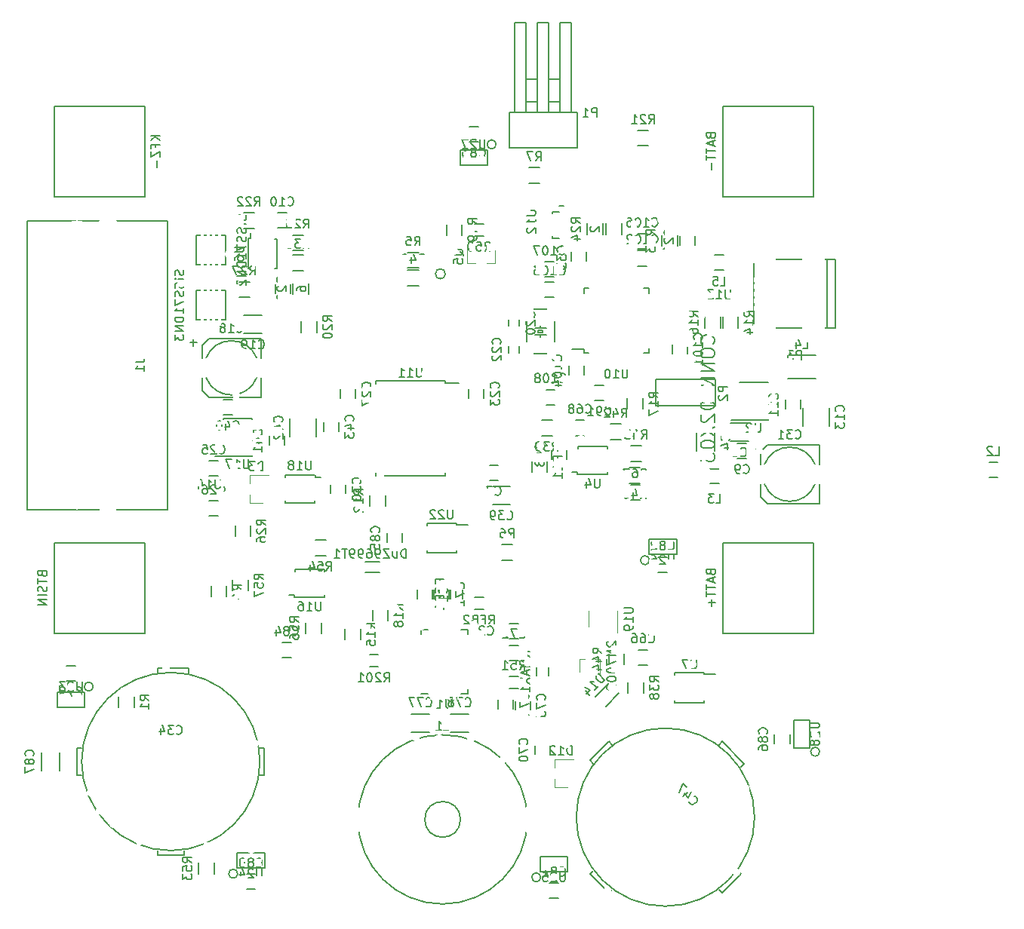
<source format=gbo>
G04 #@! TF.FileFunction,Legend,Bot*
%FSLAX46Y46*%
G04 Gerber Fmt 4.6, Leading zero omitted, Abs format (unit mm)*
G04 Created by KiCad (PCBNEW 4.0.2+e4-6225~38~ubuntu16.10.1-stable) date Mi 04 Jan 2017 00:52:02 CET*
%MOMM*%
G01*
G04 APERTURE LIST*
%ADD10C,0.150000*%
%ADD11C,0.200000*%
%ADD12C,0.127000*%
%ADD13C,0.120000*%
%ADD14R,1.100000X1.900000*%
%ADD15C,6.000000*%
%ADD16R,1.250000X1.000000*%
%ADD17C,2.000000*%
%ADD18R,0.800100X0.800100*%
%ADD19R,1.270000X3.270000*%
%ADD20R,1.000000X1.250000*%
%ADD21C,0.050000*%
%ADD22R,1.200000X1.600000*%
%ADD23R,1.600000X2.000000*%
%ADD24R,1.500000X1.250000*%
%ADD25R,2.301240X0.500380*%
%ADD26R,2.499360X1.998980*%
%ADD27C,0.899160*%
%ADD28R,1.300000X0.250000*%
%ADD29R,0.250000X1.300000*%
%ADD30R,1.400000X0.800000*%
%ADD31R,1.050000X1.050000*%
%ADD32C,1.050000*%
%ADD33R,1.600000X1.000000*%
%ADD34R,1.000000X1.600000*%
%ADD35R,2.500000X1.000000*%
%ADD36R,0.890000X0.420000*%
%ADD37R,0.825000X0.712500*%
%ADD38R,1.500000X0.600000*%
%ADD39R,1.300000X0.420000*%
%ADD40R,3.500000X1.600000*%
%ADD41R,1.300000X1.000000*%
%ADD42R,1.000000X1.300000*%
%ADD43C,3.500000*%
%ADD44R,0.750000X0.800000*%
%ADD45R,0.900000X0.900000*%
%ADD46C,1.300000*%
%ADD47C,4.000000*%
%ADD48R,1.200000X0.250000*%
%ADD49R,0.250000X1.200000*%
%ADD50R,1.575000X1.287500*%
%ADD51R,0.405000X1.300000*%
%ADD52R,2.235000X1.725000*%
%ADD53R,0.420000X1.300000*%
%ADD54R,1.450000X0.450000*%
%ADD55C,1.500000*%
%ADD56R,0.900000X0.800000*%
%ADD57R,0.650000X1.060000*%
%ADD58R,1.700000X1.700000*%
%ADD59R,0.600000X0.700000*%
%ADD60O,1.700000X1.700000*%
%ADD61R,0.800000X0.300000*%
%ADD62R,0.300000X0.800000*%
%ADD63R,0.600000X0.800000*%
%ADD64R,0.800000X0.900000*%
%ADD65C,0.889000*%
%ADD66C,0.600000*%
G04 APERTURE END LIST*
D10*
D11*
X46809017Y-28750000D02*
G75*
G03X46809017Y-28750000I-559017J0D01*
G01*
X60126000Y-21088000D02*
X59618000Y-21088000D01*
D10*
X55900000Y-37750000D02*
X59100000Y-37750000D01*
D12*
X59100000Y-32750000D02*
X55900000Y-32750000D01*
X56865000Y-34869000D02*
X57500000Y-34869000D01*
X57500000Y-34869000D02*
X58135000Y-34869000D01*
X57246000Y-35123000D02*
X57754000Y-35123000D01*
X57754000Y-35123000D02*
X57754000Y-35377000D01*
X57754000Y-35377000D02*
X57246000Y-35377000D01*
X57246000Y-35377000D02*
X57246000Y-35123000D01*
X56865000Y-35631000D02*
X57500000Y-35631000D01*
X57500000Y-35631000D02*
X58135000Y-35631000D01*
X57500000Y-35885000D02*
X57500000Y-35631000D01*
X57500000Y-34615000D02*
X57500000Y-34869000D01*
X55900000Y-32750000D02*
X55900000Y-37750000D01*
X59100000Y-32750000D02*
X59100000Y-37750000D01*
D10*
X62650000Y-26300000D02*
X62650000Y-27300000D01*
X60950000Y-27300000D02*
X60950000Y-26300000D01*
X88080000Y-69080000D02*
X88080000Y-58920000D01*
X88080000Y-58920000D02*
X77920000Y-58920000D01*
X77920000Y-58920000D02*
X77920000Y-69080000D01*
X77920000Y-69080000D02*
X88080000Y-69080000D01*
X88080000Y-20080000D02*
X88080000Y-9920000D01*
X88080000Y-9920000D02*
X77920000Y-9920000D01*
X77920000Y-9920000D02*
X77920000Y-20080000D01*
X77920000Y-20080000D02*
X88080000Y-20080000D01*
X13080000Y-69080000D02*
X13080000Y-58920000D01*
X13080000Y-58920000D02*
X2920000Y-58920000D01*
X2920000Y-58920000D02*
X2920000Y-69080000D01*
X2920000Y-69080000D02*
X13080000Y-69080000D01*
X2920000Y-9920000D02*
X2920000Y-20080000D01*
X2920000Y-20080000D02*
X13080000Y-20080000D01*
X13080000Y-20080000D02*
X13080000Y-9920000D01*
X13080000Y-9920000D02*
X2920000Y-9920000D01*
X58849760Y-24549160D02*
X58849760Y-24500900D01*
X59550800Y-21750180D02*
X58849760Y-21750180D01*
X58849760Y-21750180D02*
X58849760Y-21999100D01*
X58849760Y-24549160D02*
X58849760Y-24749820D01*
X58849760Y-24749820D02*
X59550800Y-24749820D01*
X61610000Y-10600000D02*
X61610000Y-14600000D01*
X61610000Y-10600000D02*
X61610000Y-14600000D01*
X53990000Y-10600000D02*
X53990000Y-14600000D01*
X55895000Y-9425000D02*
X57165000Y-9425000D01*
X59705000Y-9425000D02*
X58435000Y-9425000D01*
X58435000Y-6850000D02*
X59705000Y-6850000D01*
X57165000Y-6850000D02*
X55895000Y-6850000D01*
X55895000Y-10600000D02*
X55895000Y-535000D01*
X55895000Y-535000D02*
X54625000Y-535000D01*
X54625000Y-535000D02*
X54625000Y-10600000D01*
X58435000Y-10600000D02*
X58435000Y-535000D01*
X58435000Y-535000D02*
X57165000Y-535000D01*
X57165000Y-535000D02*
X57165000Y-10600000D01*
X60975000Y-10600000D02*
X60975000Y-535000D01*
X60975000Y-535000D02*
X59705000Y-535000D01*
X59705000Y-535000D02*
X59705000Y-10600000D01*
X61610000Y-10600000D02*
X53990000Y-10600000D01*
X53990000Y-14600000D02*
X61610000Y-14600000D01*
X54000000Y-68050000D02*
X55000000Y-68050000D01*
X55000000Y-69750000D02*
X54000000Y-69750000D01*
X51150000Y-41700000D02*
X51150000Y-42700000D01*
X49450000Y-42700000D02*
X49450000Y-41700000D01*
X73150000Y-25500000D02*
X73150000Y-24500000D01*
X74850000Y-24500000D02*
X74850000Y-25500000D01*
X20300000Y-49750000D02*
X21300000Y-49750000D01*
X21300000Y-51450000D02*
X20300000Y-51450000D01*
X20300000Y-54250000D02*
X21300000Y-54250000D01*
X21300000Y-55950000D02*
X20300000Y-55950000D01*
X36750000Y-41700000D02*
X36750000Y-42700000D01*
X35050000Y-42700000D02*
X35050000Y-41700000D01*
X35650000Y-52400000D02*
X35650000Y-53400000D01*
X33950000Y-53400000D02*
X33950000Y-52400000D01*
X107800000Y-49900000D02*
X108800000Y-49900000D01*
X108800000Y-51600000D02*
X107800000Y-51600000D01*
X76448820Y-50649900D02*
X77500380Y-50649900D01*
X77551180Y-52250100D02*
X76499620Y-52250100D01*
X88400000Y-40500000D02*
X85200000Y-40500000D01*
X88350000Y-37900000D02*
X85200000Y-37900000D01*
X78000000Y-28350000D02*
X77000000Y-28350000D01*
X77000000Y-26650000D02*
X78000000Y-26650000D01*
X89599180Y-27149360D02*
X89599180Y-34850640D01*
X90599940Y-27149360D02*
X90599940Y-34850640D01*
X90599940Y-34850640D02*
X81400060Y-34850640D01*
X81400060Y-34850640D02*
X81400060Y-27149360D01*
X81400060Y-27149360D02*
X90599940Y-27149360D01*
X62375000Y-37625000D02*
X62375000Y-37175000D01*
X69625000Y-37625000D02*
X69625000Y-37100000D01*
X69625000Y-30375000D02*
X69625000Y-30900000D01*
X62375000Y-30375000D02*
X62375000Y-30900000D01*
X62375000Y-37625000D02*
X62900000Y-37625000D01*
X62375000Y-30375000D02*
X62900000Y-30375000D01*
X69625000Y-30375000D02*
X69100000Y-30375000D01*
X69625000Y-37625000D02*
X69100000Y-37625000D01*
X62375000Y-37175000D02*
X61000000Y-37175000D01*
X75817400Y-43550900D02*
X74928400Y-43550900D01*
X74928400Y-43550900D02*
X74887760Y-43545820D01*
X77102640Y-41455400D02*
X77100100Y-42176760D01*
X77100000Y-40600000D02*
X77100000Y-41400000D01*
X70450000Y-40600000D02*
X77100000Y-40600000D01*
X70450000Y-40600000D02*
X70450000Y-43550000D01*
X70450000Y-43550000D02*
X75000000Y-43550000D01*
X77100000Y-42200000D02*
X77100000Y-43550000D01*
X77100000Y-43550000D02*
X75800000Y-43550000D01*
X77025000Y-46600000D02*
X77025000Y-48600000D01*
X74975000Y-48600000D02*
X74975000Y-46600000D01*
X80800000Y-47525000D02*
X78800000Y-47525000D01*
X78800000Y-45475000D02*
X80800000Y-45475000D01*
X80600000Y-49450000D02*
X79600000Y-49450000D01*
X79600000Y-47750000D02*
X80600000Y-47750000D01*
X84950000Y-43900000D02*
X84950000Y-42900000D01*
X86650000Y-42900000D02*
X86650000Y-43900000D01*
X89875000Y-43800000D02*
X89875000Y-45800000D01*
X86925000Y-45800000D02*
X86925000Y-43800000D01*
X83036344Y-45145279D02*
X83036344Y-45080279D01*
X83036344Y-40895279D02*
X83036344Y-40960279D01*
X79786344Y-40895279D02*
X79786344Y-40960279D01*
X79786344Y-45145279D02*
X83036344Y-45145279D01*
X79786344Y-40895279D02*
X83036344Y-40895279D01*
X79786344Y-45145279D02*
X78861344Y-45145279D01*
X26200000Y-35425000D02*
X24200000Y-35425000D01*
X24200000Y-33375000D02*
X26200000Y-33375000D01*
X22900000Y-44550000D02*
X21900000Y-44550000D01*
X21900000Y-42850000D02*
X22900000Y-42850000D01*
X27050000Y-47950000D02*
X27050000Y-46950000D01*
X28750000Y-46950000D02*
X28750000Y-47950000D01*
X29325000Y-47000000D02*
X29325000Y-45000000D01*
X32275000Y-45000000D02*
X32275000Y-47000000D01*
X34850000Y-45400000D02*
X34850000Y-46400000D01*
X33150000Y-46400000D02*
X33150000Y-45400000D01*
X25125000Y-49225000D02*
X25125000Y-49160000D01*
X25125000Y-44975000D02*
X25125000Y-45040000D01*
X21875000Y-44975000D02*
X21875000Y-45040000D01*
X21875000Y-49225000D02*
X25125000Y-49225000D01*
X21875000Y-44975000D02*
X25125000Y-44975000D01*
X21875000Y-49225000D02*
X20950000Y-49225000D01*
X73950000Y-36700000D02*
X73950000Y-37700000D01*
X72250000Y-37700000D02*
X72250000Y-36700000D01*
X68400000Y-26150000D02*
X69400000Y-26150000D01*
X69400000Y-27850000D02*
X68400000Y-27850000D01*
X58000000Y-29650000D02*
X59000000Y-29650000D01*
X59000000Y-31350000D02*
X58000000Y-31350000D01*
X60650000Y-40100000D02*
X60650000Y-39100000D01*
X62350000Y-39100000D02*
X62350000Y-40100000D01*
X68400000Y-24250000D02*
X69400000Y-24250000D01*
X69400000Y-25950000D02*
X68400000Y-25950000D01*
X46775000Y-40775000D02*
X46775000Y-41050000D01*
X39025000Y-40775000D02*
X39025000Y-41130000D01*
X39025000Y-51425000D02*
X39025000Y-51070000D01*
X46775000Y-51425000D02*
X46775000Y-51070000D01*
X46775000Y-40775000D02*
X39025000Y-40775000D01*
X46775000Y-51425000D02*
X39025000Y-51425000D01*
X46775000Y-41050000D02*
X48300000Y-41050000D01*
X32225000Y-51325000D02*
X32225000Y-51575000D01*
X28825000Y-51325000D02*
X28825000Y-51575000D01*
X28825000Y-54475000D02*
X28825000Y-54225000D01*
X32175000Y-54475000D02*
X32175000Y-54225000D01*
X32175000Y-51325000D02*
X28825000Y-51325000D01*
X32175000Y-54475000D02*
X28825000Y-54475000D01*
X32275000Y-51575000D02*
X32825000Y-51575000D01*
X19966978Y-38184738D02*
G75*
G02X25632100Y-38182400I2833022J-1115262D01*
G01*
X25633022Y-40415262D02*
G75*
G02X19967900Y-40417600I-2833022J1115262D01*
G01*
X19498000Y-36760000D02*
X19498000Y-38182400D01*
X26102000Y-35998000D02*
X26102000Y-38182400D01*
X26102000Y-42602000D02*
X26102000Y-40417600D01*
X19498000Y-41840000D02*
X19498000Y-40417600D01*
X26102000Y-35998000D02*
X20260000Y-35998000D01*
X20260000Y-35998000D02*
X19498000Y-36760000D01*
X19498000Y-41840000D02*
X20260000Y-42602000D01*
X20260000Y-42602000D02*
X26102000Y-42602000D01*
X82616978Y-50134738D02*
G75*
G02X88282100Y-50132400I2833022J-1115262D01*
G01*
X88283022Y-52365262D02*
G75*
G02X82617900Y-52367600I-2833022J1115262D01*
G01*
X82148000Y-48710000D02*
X82148000Y-50132400D01*
X88752000Y-47948000D02*
X88752000Y-50132400D01*
X88752000Y-54552000D02*
X88752000Y-52367600D01*
X82148000Y-53790000D02*
X82148000Y-52367600D01*
X88752000Y-47948000D02*
X82910000Y-47948000D01*
X82910000Y-47948000D02*
X82148000Y-48710000D01*
X82148000Y-53790000D02*
X82910000Y-54552000D01*
X82910000Y-54552000D02*
X88752000Y-54552000D01*
X10125000Y-76200000D02*
X10125000Y-77400000D01*
X11875000Y-77400000D02*
X11875000Y-76200000D01*
X20525000Y-63800000D02*
X20525000Y-65000000D01*
X22275000Y-65000000D02*
X22275000Y-63800000D01*
X42600000Y-28075000D02*
X43800000Y-28075000D01*
X43800000Y-26325000D02*
X42600000Y-26325000D01*
X53150000Y-60875000D02*
X54350000Y-60875000D01*
X54350000Y-59125000D02*
X53150000Y-59125000D01*
X56200000Y-18575000D02*
X57400000Y-18575000D01*
X57400000Y-16825000D02*
X56200000Y-16825000D01*
X40075000Y-54800000D02*
X40075000Y-53600000D01*
X38325000Y-53600000D02*
X38325000Y-54800000D01*
X72875000Y-25600000D02*
X72875000Y-24400000D01*
X71125000Y-24400000D02*
X71125000Y-25600000D01*
X77925000Y-33600000D02*
X77925000Y-34800000D01*
X79675000Y-34800000D02*
X79675000Y-33600000D01*
X77675000Y-34800000D02*
X77675000Y-33600000D01*
X75925000Y-33600000D02*
X75925000Y-34800000D01*
X67225000Y-42700000D02*
X67225000Y-43900000D01*
X68975000Y-43900000D02*
X68975000Y-42700000D01*
X64475000Y-24300000D02*
X64475000Y-23100000D01*
X62725000Y-23100000D02*
X62725000Y-24300000D01*
X66575000Y-24300000D02*
X66575000Y-23100000D01*
X64825000Y-23100000D02*
X64825000Y-24300000D01*
X23225000Y-57000000D02*
X23225000Y-58200000D01*
X24975000Y-58200000D02*
X24975000Y-57000000D01*
X42600000Y-30075000D02*
X43800000Y-30075000D01*
X43800000Y-28325000D02*
X42600000Y-28325000D01*
X46925000Y-23200000D02*
X46925000Y-24400000D01*
X48675000Y-24400000D02*
X48675000Y-23200000D01*
X56000000Y-90000000D02*
G75*
G03X56000000Y-90000000I-9500000J0D01*
G01*
X48500000Y-90000000D02*
G75*
G03X48500000Y-90000000I-2000000J0D01*
G01*
X55100000Y-34600000D02*
X55100000Y-33900000D01*
X53900000Y-33900000D02*
X53900000Y-34600000D01*
X53900000Y-36900000D02*
X53900000Y-37600000D01*
X55100000Y-37600000D02*
X55100000Y-36900000D01*
X51100000Y-23125000D02*
X50100000Y-23125000D01*
X50100000Y-24475000D02*
X51100000Y-24475000D01*
X48775000Y-65200000D02*
X48775000Y-64200000D01*
X47425000Y-64200000D02*
X47425000Y-65200000D01*
X51100000Y-65025000D02*
X50100000Y-65025000D01*
X50100000Y-66375000D02*
X51100000Y-66375000D01*
X58375000Y-73900000D02*
X58375000Y-72900000D01*
X57025000Y-72900000D02*
X57025000Y-73900000D01*
X-140000Y-55200000D02*
X-140000Y-22800000D01*
X15610000Y-55200000D02*
X15610000Y-22800000D01*
X-140000Y-22800000D02*
X15610000Y-22800000D01*
X-140000Y-55200000D02*
X15610000Y-55200000D01*
X39300000Y-71525000D02*
X38300000Y-71525000D01*
X38300000Y-72875000D02*
X39300000Y-72875000D01*
X35525000Y-68600000D02*
X35525000Y-69800000D01*
X37275000Y-69800000D02*
X37275000Y-68600000D01*
X49325000Y-75925000D02*
X49325000Y-75400000D01*
X44075000Y-68675000D02*
X44075000Y-69200000D01*
X49325000Y-68675000D02*
X49325000Y-69200000D01*
X44075000Y-75925000D02*
X44850000Y-75925000D01*
X44075000Y-68675000D02*
X44850000Y-68675000D01*
X49325000Y-68675000D02*
X48550000Y-68675000D01*
X49325000Y-75925000D02*
X48550000Y-75925000D01*
X22150000Y-26100000D02*
X22150000Y-24450000D01*
X22150000Y-24450000D02*
X18850000Y-24450000D01*
X18850000Y-24450000D02*
X18850000Y-27750000D01*
X18850000Y-27750000D02*
X22150000Y-27750000D01*
X22150000Y-27750000D02*
X22150000Y-26050000D01*
X45350000Y-64200000D02*
X45350000Y-65200000D01*
X43650000Y-65200000D02*
X43650000Y-64200000D01*
X28000000Y-21900000D02*
X29000000Y-21900000D01*
X29000000Y-23600000D02*
X28000000Y-23600000D01*
X38625000Y-66500000D02*
X38625000Y-67700000D01*
X40375000Y-67700000D02*
X40375000Y-66500000D01*
X30625000Y-34100000D02*
X30625000Y-35300000D01*
X32375000Y-35300000D02*
X32375000Y-34100000D01*
X68400000Y-14375000D02*
X69600000Y-14375000D01*
X69600000Y-12625000D02*
X68400000Y-12625000D01*
X24150000Y-23625000D02*
X25350000Y-23625000D01*
X25350000Y-21875000D02*
X24150000Y-21875000D01*
X29650000Y-26125000D02*
X30850000Y-26125000D01*
X30850000Y-24375000D02*
X29650000Y-24375000D01*
X23650000Y-31375000D02*
X24850000Y-31375000D01*
X24850000Y-29625000D02*
X23650000Y-29625000D01*
X31475000Y-31000000D02*
X31475000Y-29800000D01*
X29725000Y-29800000D02*
X29725000Y-31000000D01*
X29650000Y-28375000D02*
X30850000Y-28375000D01*
X30850000Y-26625000D02*
X29650000Y-26625000D01*
X18850000Y-32250000D02*
X18850000Y-33900000D01*
X18850000Y-33900000D02*
X22150000Y-33900000D01*
X22150000Y-33900000D02*
X22150000Y-30600000D01*
X22150000Y-30600000D02*
X18850000Y-30600000D01*
X18850000Y-30600000D02*
X18850000Y-32300000D01*
X24725000Y-24775000D02*
X24975000Y-24775000D01*
X24725000Y-28175000D02*
X24975000Y-28175000D01*
X27875000Y-28175000D02*
X27625000Y-28175000D01*
X27875000Y-24825000D02*
X27625000Y-24825000D01*
X24725000Y-24825000D02*
X24725000Y-28175000D01*
X27875000Y-24825000D02*
X27875000Y-28175000D01*
X24975000Y-24725000D02*
X24975000Y-24175000D01*
X68500000Y-70950000D02*
X69500000Y-70950000D01*
X69500000Y-72650000D02*
X68500000Y-72650000D01*
X67325000Y-74600000D02*
X67325000Y-75800000D01*
X69075000Y-75800000D02*
X69075000Y-74600000D01*
X75875000Y-73525000D02*
X75875000Y-73700000D01*
X72525000Y-73525000D02*
X72525000Y-73775000D01*
X72525000Y-76875000D02*
X72525000Y-76625000D01*
X75875000Y-76875000D02*
X75875000Y-76625000D01*
X75875000Y-73525000D02*
X72525000Y-73525000D01*
X75875000Y-76875000D02*
X72525000Y-76875000D01*
X75875000Y-73700000D02*
X77125000Y-73700000D01*
X77510408Y-97881728D02*
X77863961Y-98235281D01*
X77863961Y-98235281D02*
X79985281Y-96113961D01*
X79985281Y-96113961D02*
X79631728Y-95760408D01*
X77510408Y-81618272D02*
X77863961Y-81264719D01*
X77863961Y-81264719D02*
X80338835Y-83739592D01*
X80338835Y-83739592D02*
X79985281Y-84093146D01*
X65489592Y-81618272D02*
X65136039Y-81264719D01*
X65136039Y-81264719D02*
X63014719Y-83386039D01*
X63014719Y-83386039D02*
X63368272Y-83739592D01*
X65489592Y-97881728D02*
X65136039Y-98235281D01*
X65136039Y-98235281D02*
X63014719Y-96113961D01*
X63014719Y-96113961D02*
X63368272Y-95760408D01*
X81500000Y-89750000D02*
G75*
G03X81500000Y-89750000I-10000000J0D01*
G01*
X58700000Y-49525000D02*
X58700000Y-48525000D01*
X60400000Y-48525000D02*
X60400000Y-49525000D01*
X29450000Y-29900000D02*
X29450000Y-30900000D01*
X27750000Y-30900000D02*
X27750000Y-29900000D01*
X67625000Y-52425000D02*
X68625000Y-52425000D01*
X68625000Y-54125000D02*
X67625000Y-54125000D01*
X61400000Y-45200000D02*
X62400000Y-45200000D01*
X62400000Y-46900000D02*
X61400000Y-46900000D01*
X56850000Y-82700000D02*
X56850000Y-81700000D01*
X58550000Y-81700000D02*
X58550000Y-82700000D01*
D13*
X24840000Y-54480000D02*
X24840000Y-53550000D01*
X24840000Y-51320000D02*
X24840000Y-52250000D01*
X24840000Y-51320000D02*
X27000000Y-51320000D01*
X24840000Y-54480000D02*
X26300000Y-54480000D01*
X59040000Y-86380000D02*
X59040000Y-85450000D01*
X59040000Y-83220000D02*
X59040000Y-84150000D01*
X59040000Y-83220000D02*
X61200000Y-83220000D01*
X59040000Y-86380000D02*
X60500000Y-86380000D01*
D10*
X56500000Y-49825000D02*
X56500000Y-51025000D01*
X58250000Y-51025000D02*
X58250000Y-49825000D01*
X58800000Y-45200000D02*
X57600000Y-45200000D01*
X57600000Y-46950000D02*
X58800000Y-46950000D01*
X68675000Y-50525000D02*
X67475000Y-50525000D01*
X67475000Y-52275000D02*
X68675000Y-52275000D01*
X65325000Y-47375000D02*
X66525000Y-47375000D01*
X66525000Y-45625000D02*
X65325000Y-45625000D01*
X67600000Y-49775000D02*
X68800000Y-49775000D01*
X68800000Y-48025000D02*
X67600000Y-48025000D01*
X61625000Y-51275000D02*
X61625000Y-51025000D01*
X65025000Y-51275000D02*
X65025000Y-51025000D01*
X65025000Y-48125000D02*
X65025000Y-48375000D01*
X61675000Y-48125000D02*
X61675000Y-48375000D01*
X61675000Y-51275000D02*
X65025000Y-51275000D01*
X61675000Y-48125000D02*
X65025000Y-48125000D01*
X61575000Y-51025000D02*
X61025000Y-51025000D01*
X66875000Y-72600000D02*
X66875000Y-71400000D01*
X65125000Y-71400000D02*
X65125000Y-72600000D01*
D13*
X62890000Y-68400000D02*
X62890000Y-66600000D01*
X66110000Y-66600000D02*
X66110000Y-69050000D01*
D10*
X47250000Y-64200000D02*
X47250000Y-65200000D01*
X45550000Y-65200000D02*
X45550000Y-64200000D01*
X54000000Y-70450000D02*
X55000000Y-70450000D01*
X55000000Y-72150000D02*
X54000000Y-72150000D01*
X56350000Y-76700000D02*
X56350000Y-77700000D01*
X54650000Y-77700000D02*
X54650000Y-76700000D01*
X54450000Y-76600000D02*
X54450000Y-77600000D01*
X52750000Y-77600000D02*
X52750000Y-76600000D01*
X43000000Y-78175000D02*
X45000000Y-78175000D01*
X45000000Y-80225000D02*
X43000000Y-80225000D01*
X54000000Y-75275000D02*
X55000000Y-75275000D01*
X55000000Y-73925000D02*
X54000000Y-73925000D01*
X26000000Y-85000000D02*
X26500000Y-85000000D01*
X26500000Y-85000000D02*
X26500000Y-82000000D01*
X26500000Y-82000000D02*
X26000000Y-82000000D01*
X14500000Y-73500000D02*
X14500000Y-73000000D01*
X14500000Y-73000000D02*
X18000000Y-73000000D01*
X18000000Y-73000000D02*
X18000000Y-73500000D01*
X6000000Y-82000000D02*
X5500000Y-82000000D01*
X5500000Y-82000000D02*
X5500000Y-85000000D01*
X5500000Y-85000000D02*
X6000000Y-85000000D01*
X17500000Y-93500000D02*
X17500000Y-94000000D01*
X17500000Y-94000000D02*
X14500000Y-94000000D01*
X14500000Y-94000000D02*
X14500000Y-93500000D01*
X26000000Y-83500000D02*
G75*
G03X26000000Y-83500000I-10000000J0D01*
G01*
X47400000Y-78175000D02*
X49400000Y-78175000D01*
X49400000Y-80225000D02*
X47400000Y-80225000D01*
X52750000Y-51900000D02*
X51750000Y-51900000D01*
X51750000Y-50200000D02*
X52750000Y-50200000D01*
X54100000Y-54625000D02*
X52100000Y-54625000D01*
X52100000Y-52575000D02*
X54100000Y-52575000D01*
X29875000Y-65075000D02*
X29875000Y-64825000D01*
X33275000Y-65075000D02*
X33275000Y-64825000D01*
X33275000Y-61925000D02*
X33275000Y-62175000D01*
X29925000Y-61925000D02*
X29925000Y-62175000D01*
X29925000Y-65075000D02*
X33275000Y-65075000D01*
X29925000Y-61925000D02*
X33275000Y-61925000D01*
X29825000Y-64825000D02*
X29275000Y-64825000D01*
X48075000Y-56725000D02*
X48075000Y-56900000D01*
X44725000Y-56725000D02*
X44725000Y-56975000D01*
X44725000Y-60075000D02*
X44725000Y-59825000D01*
X48075000Y-60075000D02*
X48075000Y-59825000D01*
X48075000Y-56725000D02*
X44725000Y-56725000D01*
X48075000Y-60075000D02*
X44725000Y-60075000D01*
X48075000Y-56900000D02*
X49325000Y-56900000D01*
X5300000Y-74450000D02*
X4300000Y-74450000D01*
X4300000Y-72750000D02*
X5300000Y-72750000D01*
X20875000Y-96100000D02*
X20875000Y-94900000D01*
X19125000Y-94900000D02*
X19125000Y-96100000D01*
X24500000Y-96150000D02*
X25500000Y-96150000D01*
X25500000Y-97850000D02*
X24500000Y-97850000D01*
X58500000Y-97150000D02*
X59500000Y-97150000D01*
X59500000Y-98850000D02*
X58500000Y-98850000D01*
X70700000Y-60550000D02*
X71700000Y-60550000D01*
X71700000Y-62250000D02*
X70700000Y-62250000D01*
X50500000Y-13950000D02*
X49500000Y-13950000D01*
X49500000Y-12250000D02*
X50500000Y-12250000D01*
X28500000Y-70150000D02*
X29500000Y-70150000D01*
X29500000Y-71850000D02*
X28500000Y-71850000D01*
X40250000Y-58900000D02*
X40250000Y-57900000D01*
X41950000Y-57900000D02*
X41950000Y-58900000D01*
X33400000Y-58625000D02*
X32200000Y-58625000D01*
X32200000Y-60375000D02*
X33400000Y-60375000D01*
X32875000Y-69100000D02*
X32875000Y-67900000D01*
X31125000Y-67900000D02*
X31125000Y-69100000D01*
X66284924Y-75846447D02*
X64800000Y-77331371D01*
X65153553Y-74715076D02*
X63668629Y-76200000D01*
X37800000Y-61100000D02*
X39400000Y-61100000D01*
X37800000Y-62300000D02*
X39400000Y-62300000D01*
X23500000Y-96100000D02*
G75*
G03X23500000Y-96100000I-500000J0D01*
G01*
X23450980Y-95450900D02*
X26549020Y-95450900D01*
X26549020Y-95450900D02*
X26549020Y-93749100D01*
X26549020Y-93749100D02*
X23450980Y-93749100D01*
X23450980Y-93749100D02*
X23450980Y-95450900D01*
X57500000Y-96500000D02*
G75*
G03X57500000Y-96500000I-500000J0D01*
G01*
X57450980Y-95850900D02*
X60549020Y-95850900D01*
X60549020Y-95850900D02*
X60549020Y-94149100D01*
X60549020Y-94149100D02*
X57450980Y-94149100D01*
X57450980Y-94149100D02*
X57450980Y-95850900D01*
X69700000Y-60900000D02*
G75*
G03X69700000Y-60900000I-500000J0D01*
G01*
X69650980Y-60250900D02*
X72749020Y-60250900D01*
X72749020Y-60250900D02*
X72749020Y-58549100D01*
X72749020Y-58549100D02*
X69650980Y-58549100D01*
X69650980Y-58549100D02*
X69650980Y-60250900D01*
X52500000Y-14200000D02*
G75*
G03X52500000Y-14200000I-500000J0D01*
G01*
X51549020Y-14849100D02*
X48450980Y-14849100D01*
X48450980Y-14849100D02*
X48450980Y-16550900D01*
X48450980Y-16550900D02*
X51549020Y-16550900D01*
X51549020Y-16550900D02*
X51549020Y-14849100D01*
X7300000Y-75100000D02*
G75*
G03X7300000Y-75100000I-500000J0D01*
G01*
X6349020Y-75749100D02*
X3250980Y-75749100D01*
X3250980Y-75749100D02*
X3250980Y-77450900D01*
X3250980Y-77450900D02*
X6349020Y-77450900D01*
X6349020Y-77450900D02*
X6349020Y-75749100D01*
X83750000Y-81500000D02*
X83750000Y-80500000D01*
X85450000Y-80500000D02*
X85450000Y-81500000D01*
X88800000Y-82400000D02*
G75*
G03X88800000Y-82400000I-500000J0D01*
G01*
X87650900Y-81949020D02*
X87650900Y-78850980D01*
X87650900Y-78850980D02*
X85949100Y-78850980D01*
X85949100Y-78850980D02*
X85949100Y-81949020D01*
X85949100Y-81949020D02*
X87650900Y-81949020D01*
X22925000Y-63100000D02*
X22925000Y-64300000D01*
X24675000Y-64300000D02*
X24675000Y-63100000D01*
X1475000Y-84500000D02*
X1475000Y-82500000D01*
X3525000Y-82500000D02*
X3525000Y-84500000D01*
X58000000Y-27400000D02*
X59000000Y-27400000D01*
X59000000Y-29100000D02*
X58000000Y-29100000D01*
X58100000Y-41750000D02*
X59100000Y-41750000D01*
X59100000Y-43450000D02*
X58100000Y-43450000D01*
X64600000Y-42950000D02*
X63600000Y-42950000D01*
X63600000Y-41250000D02*
X64600000Y-41250000D01*
D13*
X61840000Y-72015000D02*
X62450000Y-72015000D01*
X64160000Y-72015000D02*
X63550000Y-72015000D01*
X64160000Y-72015000D02*
X64160000Y-73850000D01*
X61840000Y-73450000D02*
X61840000Y-72015000D01*
X52380000Y-27560000D02*
X51450000Y-27560000D01*
X49220000Y-27560000D02*
X50150000Y-27560000D01*
X49220000Y-27560000D02*
X49220000Y-25400000D01*
X52380000Y-27560000D02*
X52380000Y-26100000D01*
D10*
X60253143Y-26284143D02*
X60300762Y-26236524D01*
X60348381Y-26093667D01*
X60348381Y-25998429D01*
X60300762Y-25855571D01*
X60205524Y-25760333D01*
X60110286Y-25712714D01*
X59919810Y-25665095D01*
X59776952Y-25665095D01*
X59586476Y-25712714D01*
X59491238Y-25760333D01*
X59396000Y-25855571D01*
X59348381Y-25998429D01*
X59348381Y-26093667D01*
X59396000Y-26236524D01*
X59443619Y-26284143D01*
X59348381Y-26617476D02*
X59348381Y-27236524D01*
X59729333Y-26903190D01*
X59729333Y-27046048D01*
X59776952Y-27141286D01*
X59824571Y-27188905D01*
X59919810Y-27236524D01*
X60157905Y-27236524D01*
X60253143Y-27188905D01*
X60300762Y-27141286D01*
X60348381Y-27046048D01*
X60348381Y-26760333D01*
X60300762Y-26665095D01*
X60253143Y-26617476D01*
X59348381Y-27569857D02*
X59348381Y-28188905D01*
X59729333Y-27855571D01*
X59729333Y-27998429D01*
X59776952Y-28093667D01*
X59824571Y-28141286D01*
X59919810Y-28188905D01*
X60157905Y-28188905D01*
X60253143Y-28141286D01*
X60300762Y-28093667D01*
X60348381Y-27998429D01*
X60348381Y-27712714D01*
X60300762Y-27617476D01*
X60253143Y-27569857D01*
X76578571Y-62261905D02*
X76626190Y-62404762D01*
X76673810Y-62452381D01*
X76769048Y-62500000D01*
X76911905Y-62500000D01*
X77007143Y-62452381D01*
X77054762Y-62404762D01*
X77102381Y-62309524D01*
X77102381Y-61928571D01*
X76102381Y-61928571D01*
X76102381Y-62261905D01*
X76150000Y-62357143D01*
X76197619Y-62404762D01*
X76292857Y-62452381D01*
X76388095Y-62452381D01*
X76483333Y-62404762D01*
X76530952Y-62357143D01*
X76578571Y-62261905D01*
X76578571Y-61928571D01*
X76816667Y-62880952D02*
X76816667Y-63357143D01*
X77102381Y-62785714D02*
X76102381Y-63119047D01*
X77102381Y-63452381D01*
X76102381Y-63642857D02*
X76102381Y-64214286D01*
X77102381Y-63928571D02*
X76102381Y-63928571D01*
X76102381Y-64404762D02*
X76102381Y-64976191D01*
X77102381Y-64690476D02*
X76102381Y-64690476D01*
X76721429Y-65309524D02*
X76721429Y-66071429D01*
X77102381Y-65690477D02*
X76340476Y-65690477D01*
X76578571Y-13261905D02*
X76626190Y-13404762D01*
X76673810Y-13452381D01*
X76769048Y-13500000D01*
X76911905Y-13500000D01*
X77007143Y-13452381D01*
X77054762Y-13404762D01*
X77102381Y-13309524D01*
X77102381Y-12928571D01*
X76102381Y-12928571D01*
X76102381Y-13261905D01*
X76150000Y-13357143D01*
X76197619Y-13404762D01*
X76292857Y-13452381D01*
X76388095Y-13452381D01*
X76483333Y-13404762D01*
X76530952Y-13357143D01*
X76578571Y-13261905D01*
X76578571Y-12928571D01*
X76816667Y-13880952D02*
X76816667Y-14357143D01*
X77102381Y-13785714D02*
X76102381Y-14119047D01*
X77102381Y-14452381D01*
X76102381Y-14642857D02*
X76102381Y-15214286D01*
X77102381Y-14928571D02*
X76102381Y-14928571D01*
X76102381Y-15404762D02*
X76102381Y-15976191D01*
X77102381Y-15690476D02*
X76102381Y-15690476D01*
X76721429Y-16309524D02*
X76721429Y-17071429D01*
X1578571Y-62452382D02*
X1626190Y-62595239D01*
X1673810Y-62642858D01*
X1769048Y-62690477D01*
X1911905Y-62690477D01*
X2007143Y-62642858D01*
X2054762Y-62595239D01*
X2102381Y-62500001D01*
X2102381Y-62119048D01*
X1102381Y-62119048D01*
X1102381Y-62452382D01*
X1150000Y-62547620D01*
X1197619Y-62595239D01*
X1292857Y-62642858D01*
X1388095Y-62642858D01*
X1483333Y-62595239D01*
X1530952Y-62547620D01*
X1578571Y-62452382D01*
X1578571Y-62119048D01*
X1102381Y-62976191D02*
X1102381Y-63547620D01*
X2102381Y-63261905D02*
X1102381Y-63261905D01*
X2054762Y-63833334D02*
X2102381Y-63976191D01*
X2102381Y-64214287D01*
X2054762Y-64309525D01*
X2007143Y-64357144D01*
X1911905Y-64404763D01*
X1816667Y-64404763D01*
X1721429Y-64357144D01*
X1673810Y-64309525D01*
X1626190Y-64214287D01*
X1578571Y-64023810D01*
X1530952Y-63928572D01*
X1483333Y-63880953D01*
X1388095Y-63833334D01*
X1292857Y-63833334D01*
X1197619Y-63880953D01*
X1150000Y-63928572D01*
X1102381Y-64023810D01*
X1102381Y-64261906D01*
X1150000Y-64404763D01*
X2102381Y-64833334D02*
X1102381Y-64833334D01*
X2102381Y-65309524D02*
X1102381Y-65309524D01*
X2102381Y-65880953D01*
X1102381Y-65880953D01*
X14802381Y-13214286D02*
X13802381Y-13214286D01*
X14802381Y-13785715D02*
X14230952Y-13357143D01*
X13802381Y-13785715D02*
X14373810Y-13214286D01*
X14278571Y-14547620D02*
X14278571Y-14214286D01*
X14802381Y-14214286D02*
X13802381Y-14214286D01*
X13802381Y-14690477D01*
X13802381Y-14976191D02*
X13802381Y-15642858D01*
X14802381Y-14976191D01*
X14802381Y-15642858D01*
X14421429Y-16023810D02*
X14421429Y-16785715D01*
X55934701Y-21621665D02*
X56744225Y-21621665D01*
X56839463Y-21669284D01*
X56887082Y-21716903D01*
X56934701Y-21812141D01*
X56934701Y-22002618D01*
X56887082Y-22097856D01*
X56839463Y-22145475D01*
X56744225Y-22193094D01*
X55934701Y-22193094D01*
X56934701Y-23193094D02*
X56934701Y-22621665D01*
X56934701Y-22907379D02*
X55934701Y-22907379D01*
X56077558Y-22812141D01*
X56172796Y-22716903D01*
X56220415Y-22621665D01*
X56029939Y-23574046D02*
X55982320Y-23621665D01*
X55934701Y-23716903D01*
X55934701Y-23954999D01*
X55982320Y-24050237D01*
X56029939Y-24097856D01*
X56125177Y-24145475D01*
X56220415Y-24145475D01*
X56363272Y-24097856D01*
X56934701Y-23526427D01*
X56934701Y-24145475D01*
X63781095Y-11120981D02*
X63781095Y-10120981D01*
X63400142Y-10120981D01*
X63304904Y-10168600D01*
X63257285Y-10216219D01*
X63209666Y-10311457D01*
X63209666Y-10454314D01*
X63257285Y-10549552D01*
X63304904Y-10597171D01*
X63400142Y-10644790D01*
X63781095Y-10644790D01*
X62257285Y-11120981D02*
X62828714Y-11120981D01*
X62543000Y-11120981D02*
X62543000Y-10120981D01*
X62638238Y-10263838D01*
X62733476Y-10359076D01*
X62828714Y-10406695D01*
X51566666Y-69207143D02*
X51614285Y-69254762D01*
X51757142Y-69302381D01*
X51852380Y-69302381D01*
X51995238Y-69254762D01*
X52090476Y-69159524D01*
X52138095Y-69064286D01*
X52185714Y-68873810D01*
X52185714Y-68730952D01*
X52138095Y-68540476D01*
X52090476Y-68445238D01*
X51995238Y-68350000D01*
X51852380Y-68302381D01*
X51757142Y-68302381D01*
X51614285Y-68350000D01*
X51566666Y-68397619D01*
X51185714Y-68397619D02*
X51138095Y-68350000D01*
X51042857Y-68302381D01*
X50804761Y-68302381D01*
X50709523Y-68350000D01*
X50661904Y-68397619D01*
X50614285Y-68492857D01*
X50614285Y-68588095D01*
X50661904Y-68730952D01*
X51233333Y-69302381D01*
X50614285Y-69302381D01*
X52757143Y-41557143D02*
X52804762Y-41509524D01*
X52852381Y-41366667D01*
X52852381Y-41271429D01*
X52804762Y-41128571D01*
X52709524Y-41033333D01*
X52614286Y-40985714D01*
X52423810Y-40938095D01*
X52280952Y-40938095D01*
X52090476Y-40985714D01*
X51995238Y-41033333D01*
X51900000Y-41128571D01*
X51852381Y-41271429D01*
X51852381Y-41366667D01*
X51900000Y-41509524D01*
X51947619Y-41557143D01*
X51947619Y-41938095D02*
X51900000Y-41985714D01*
X51852381Y-42080952D01*
X51852381Y-42319048D01*
X51900000Y-42414286D01*
X51947619Y-42461905D01*
X52042857Y-42509524D01*
X52138095Y-42509524D01*
X52280952Y-42461905D01*
X52852381Y-41890476D01*
X52852381Y-42509524D01*
X51852381Y-42842857D02*
X51852381Y-43461905D01*
X52233333Y-43128571D01*
X52233333Y-43271429D01*
X52280952Y-43366667D01*
X52328571Y-43414286D01*
X52423810Y-43461905D01*
X52661905Y-43461905D01*
X52757143Y-43414286D01*
X52804762Y-43366667D01*
X52852381Y-43271429D01*
X52852381Y-42985714D01*
X52804762Y-42890476D01*
X52757143Y-42842857D01*
X72257143Y-24357143D02*
X72304762Y-24309524D01*
X72352381Y-24166667D01*
X72352381Y-24071429D01*
X72304762Y-23928571D01*
X72209524Y-23833333D01*
X72114286Y-23785714D01*
X71923810Y-23738095D01*
X71780952Y-23738095D01*
X71590476Y-23785714D01*
X71495238Y-23833333D01*
X71400000Y-23928571D01*
X71352381Y-24071429D01*
X71352381Y-24166667D01*
X71400000Y-24309524D01*
X71447619Y-24357143D01*
X71447619Y-24738095D02*
X71400000Y-24785714D01*
X71352381Y-24880952D01*
X71352381Y-25119048D01*
X71400000Y-25214286D01*
X71447619Y-25261905D01*
X71542857Y-25309524D01*
X71638095Y-25309524D01*
X71780952Y-25261905D01*
X72352381Y-24690476D01*
X72352381Y-25309524D01*
X71685714Y-26166667D02*
X72352381Y-26166667D01*
X71304762Y-25928571D02*
X72019048Y-25690476D01*
X72019048Y-26309524D01*
X21442857Y-48857143D02*
X21490476Y-48904762D01*
X21633333Y-48952381D01*
X21728571Y-48952381D01*
X21871429Y-48904762D01*
X21966667Y-48809524D01*
X22014286Y-48714286D01*
X22061905Y-48523810D01*
X22061905Y-48380952D01*
X22014286Y-48190476D01*
X21966667Y-48095238D01*
X21871429Y-48000000D01*
X21728571Y-47952381D01*
X21633333Y-47952381D01*
X21490476Y-48000000D01*
X21442857Y-48047619D01*
X21061905Y-48047619D02*
X21014286Y-48000000D01*
X20919048Y-47952381D01*
X20680952Y-47952381D01*
X20585714Y-48000000D01*
X20538095Y-48047619D01*
X20490476Y-48142857D01*
X20490476Y-48238095D01*
X20538095Y-48380952D01*
X21109524Y-48952381D01*
X20490476Y-48952381D01*
X19585714Y-47952381D02*
X20061905Y-47952381D01*
X20109524Y-48428571D01*
X20061905Y-48380952D01*
X19966667Y-48333333D01*
X19728571Y-48333333D01*
X19633333Y-48380952D01*
X19585714Y-48428571D01*
X19538095Y-48523810D01*
X19538095Y-48761905D01*
X19585714Y-48857143D01*
X19633333Y-48904762D01*
X19728571Y-48952381D01*
X19966667Y-48952381D01*
X20061905Y-48904762D01*
X20109524Y-48857143D01*
X21442857Y-53357143D02*
X21490476Y-53404762D01*
X21633333Y-53452381D01*
X21728571Y-53452381D01*
X21871429Y-53404762D01*
X21966667Y-53309524D01*
X22014286Y-53214286D01*
X22061905Y-53023810D01*
X22061905Y-52880952D01*
X22014286Y-52690476D01*
X21966667Y-52595238D01*
X21871429Y-52500000D01*
X21728571Y-52452381D01*
X21633333Y-52452381D01*
X21490476Y-52500000D01*
X21442857Y-52547619D01*
X21061905Y-52547619D02*
X21014286Y-52500000D01*
X20919048Y-52452381D01*
X20680952Y-52452381D01*
X20585714Y-52500000D01*
X20538095Y-52547619D01*
X20490476Y-52642857D01*
X20490476Y-52738095D01*
X20538095Y-52880952D01*
X21109524Y-53452381D01*
X20490476Y-53452381D01*
X19633333Y-52452381D02*
X19823810Y-52452381D01*
X19919048Y-52500000D01*
X19966667Y-52547619D01*
X20061905Y-52690476D01*
X20109524Y-52880952D01*
X20109524Y-53261905D01*
X20061905Y-53357143D01*
X20014286Y-53404762D01*
X19919048Y-53452381D01*
X19728571Y-53452381D01*
X19633333Y-53404762D01*
X19585714Y-53357143D01*
X19538095Y-53261905D01*
X19538095Y-53023810D01*
X19585714Y-52928571D01*
X19633333Y-52880952D01*
X19728571Y-52833333D01*
X19919048Y-52833333D01*
X20014286Y-52880952D01*
X20061905Y-52928571D01*
X20109524Y-53023810D01*
X38357143Y-41557143D02*
X38404762Y-41509524D01*
X38452381Y-41366667D01*
X38452381Y-41271429D01*
X38404762Y-41128571D01*
X38309524Y-41033333D01*
X38214286Y-40985714D01*
X38023810Y-40938095D01*
X37880952Y-40938095D01*
X37690476Y-40985714D01*
X37595238Y-41033333D01*
X37500000Y-41128571D01*
X37452381Y-41271429D01*
X37452381Y-41366667D01*
X37500000Y-41509524D01*
X37547619Y-41557143D01*
X37547619Y-41938095D02*
X37500000Y-41985714D01*
X37452381Y-42080952D01*
X37452381Y-42319048D01*
X37500000Y-42414286D01*
X37547619Y-42461905D01*
X37642857Y-42509524D01*
X37738095Y-42509524D01*
X37880952Y-42461905D01*
X38452381Y-41890476D01*
X38452381Y-42509524D01*
X37452381Y-42842857D02*
X37452381Y-43509524D01*
X38452381Y-43080952D01*
X37257143Y-52257143D02*
X37304762Y-52209524D01*
X37352381Y-52066667D01*
X37352381Y-51971429D01*
X37304762Y-51828571D01*
X37209524Y-51733333D01*
X37114286Y-51685714D01*
X36923810Y-51638095D01*
X36780952Y-51638095D01*
X36590476Y-51685714D01*
X36495238Y-51733333D01*
X36400000Y-51828571D01*
X36352381Y-51971429D01*
X36352381Y-52066667D01*
X36400000Y-52209524D01*
X36447619Y-52257143D01*
X36352381Y-52590476D02*
X36352381Y-53209524D01*
X36733333Y-52876190D01*
X36733333Y-53019048D01*
X36780952Y-53114286D01*
X36828571Y-53161905D01*
X36923810Y-53209524D01*
X37161905Y-53209524D01*
X37257143Y-53161905D01*
X37304762Y-53114286D01*
X37352381Y-53019048D01*
X37352381Y-52733333D01*
X37304762Y-52638095D01*
X37257143Y-52590476D01*
X36352381Y-53828571D02*
X36352381Y-53923810D01*
X36400000Y-54019048D01*
X36447619Y-54066667D01*
X36542857Y-54114286D01*
X36733333Y-54161905D01*
X36971429Y-54161905D01*
X37161905Y-54114286D01*
X37257143Y-54066667D01*
X37304762Y-54019048D01*
X37352381Y-53923810D01*
X37352381Y-53828571D01*
X37304762Y-53733333D01*
X37257143Y-53685714D01*
X37161905Y-53638095D01*
X36971429Y-53590476D01*
X36733333Y-53590476D01*
X36542857Y-53638095D01*
X36447619Y-53685714D01*
X36400000Y-53733333D01*
X36352381Y-53828571D01*
X108466666Y-49102381D02*
X108942857Y-49102381D01*
X108942857Y-48102381D01*
X108180952Y-48197619D02*
X108133333Y-48150000D01*
X108038095Y-48102381D01*
X107799999Y-48102381D01*
X107704761Y-48150000D01*
X107657142Y-48197619D01*
X107609523Y-48292857D01*
X107609523Y-48388095D01*
X107657142Y-48530952D01*
X108228571Y-49102381D01*
X107609523Y-49102381D01*
X77166666Y-54442381D02*
X77642857Y-54442381D01*
X77642857Y-53442381D01*
X76928571Y-53442381D02*
X76309523Y-53442381D01*
X76642857Y-53823333D01*
X76499999Y-53823333D01*
X76404761Y-53870952D01*
X76357142Y-53918571D01*
X76309523Y-54013810D01*
X76309523Y-54251905D01*
X76357142Y-54347143D01*
X76404761Y-54394762D01*
X76499999Y-54442381D01*
X76785714Y-54442381D01*
X76880952Y-54394762D01*
X76928571Y-54347143D01*
X86966666Y-37112381D02*
X87442857Y-37112381D01*
X87442857Y-36112381D01*
X86204761Y-36445714D02*
X86204761Y-37112381D01*
X86442857Y-36064762D02*
X86680952Y-36779048D01*
X86061904Y-36779048D01*
X77666666Y-30052381D02*
X78142857Y-30052381D01*
X78142857Y-29052381D01*
X76857142Y-29052381D02*
X77333333Y-29052381D01*
X77380952Y-29528571D01*
X77333333Y-29480952D01*
X77238095Y-29433333D01*
X76999999Y-29433333D01*
X76904761Y-29480952D01*
X76857142Y-29528571D01*
X76809523Y-29623810D01*
X76809523Y-29861905D01*
X76857142Y-29957143D01*
X76904761Y-30004762D01*
X76999999Y-30052381D01*
X77238095Y-30052381D01*
X77333333Y-30004762D01*
X77380952Y-29957143D01*
X86738095Y-38353561D02*
X86738095Y-37353561D01*
X86357142Y-37353561D01*
X86261904Y-37401180D01*
X86214285Y-37448799D01*
X86166666Y-37544037D01*
X86166666Y-37686894D01*
X86214285Y-37782132D01*
X86261904Y-37829751D01*
X86357142Y-37877370D01*
X86738095Y-37877370D01*
X85833333Y-37353561D02*
X85214285Y-37353561D01*
X85547619Y-37734513D01*
X85404761Y-37734513D01*
X85309523Y-37782132D01*
X85261904Y-37829751D01*
X85214285Y-37924990D01*
X85214285Y-38163085D01*
X85261904Y-38258323D01*
X85309523Y-38305942D01*
X85404761Y-38353561D01*
X85690476Y-38353561D01*
X85785714Y-38305942D01*
X85833333Y-38258323D01*
X67238095Y-39452381D02*
X67238095Y-40261905D01*
X67190476Y-40357143D01*
X67142857Y-40404762D01*
X67047619Y-40452381D01*
X66857142Y-40452381D01*
X66761904Y-40404762D01*
X66714285Y-40357143D01*
X66666666Y-40261905D01*
X66666666Y-39452381D01*
X65666666Y-40452381D02*
X66238095Y-40452381D01*
X65952381Y-40452381D02*
X65952381Y-39452381D01*
X66047619Y-39595238D01*
X66142857Y-39690476D01*
X66238095Y-39738095D01*
X65047619Y-39452381D02*
X64952380Y-39452381D01*
X64857142Y-39500000D01*
X64809523Y-39547619D01*
X64761904Y-39642857D01*
X64714285Y-39833333D01*
X64714285Y-40071429D01*
X64761904Y-40261905D01*
X64809523Y-40357143D01*
X64857142Y-40404762D01*
X64952380Y-40452381D01*
X65047619Y-40452381D01*
X65142857Y-40404762D01*
X65190476Y-40357143D01*
X65238095Y-40261905D01*
X65285714Y-40071429D01*
X65285714Y-39833333D01*
X65238095Y-39642857D01*
X65190476Y-39547619D01*
X65142857Y-39500000D01*
X65047619Y-39452381D01*
X78788095Y-30552381D02*
X78788095Y-31361905D01*
X78740476Y-31457143D01*
X78692857Y-31504762D01*
X78597619Y-31552381D01*
X78407142Y-31552381D01*
X78311904Y-31504762D01*
X78264285Y-31457143D01*
X78216666Y-31361905D01*
X78216666Y-30552381D01*
X77216666Y-31552381D02*
X77788095Y-31552381D01*
X77502381Y-31552381D02*
X77502381Y-30552381D01*
X77597619Y-30695238D01*
X77692857Y-30790476D01*
X77788095Y-30838095D01*
X76883333Y-30552381D02*
X76264285Y-30552381D01*
X76597619Y-30933333D01*
X76454761Y-30933333D01*
X76359523Y-30980952D01*
X76311904Y-31028571D01*
X76264285Y-31123810D01*
X76264285Y-31361905D01*
X76311904Y-31457143D01*
X76359523Y-31504762D01*
X76454761Y-31552381D01*
X76740476Y-31552381D01*
X76835714Y-31504762D01*
X76883333Y-31457143D01*
X21538095Y-51852381D02*
X21538095Y-52661905D01*
X21490476Y-52757143D01*
X21442857Y-52804762D01*
X21347619Y-52852381D01*
X21157142Y-52852381D01*
X21061904Y-52804762D01*
X21014285Y-52757143D01*
X20966666Y-52661905D01*
X20966666Y-51852381D01*
X19966666Y-52852381D02*
X20538095Y-52852381D01*
X20252381Y-52852381D02*
X20252381Y-51852381D01*
X20347619Y-51995238D01*
X20442857Y-52090476D01*
X20538095Y-52138095D01*
X19109523Y-52185714D02*
X19109523Y-52852381D01*
X19347619Y-51804762D02*
X19585714Y-52519048D01*
X18966666Y-52519048D01*
X78452381Y-41411905D02*
X77452381Y-41411905D01*
X77452381Y-41792858D01*
X77500000Y-41888096D01*
X77547619Y-41935715D01*
X77642857Y-41983334D01*
X77785714Y-41983334D01*
X77880952Y-41935715D01*
X77928571Y-41888096D01*
X77976190Y-41792858D01*
X77976190Y-41411905D01*
X77547619Y-42364286D02*
X77500000Y-42411905D01*
X77452381Y-42507143D01*
X77452381Y-42745239D01*
X77500000Y-42840477D01*
X77547619Y-42888096D01*
X77642857Y-42935715D01*
X77738095Y-42935715D01*
X77880952Y-42888096D01*
X78452381Y-42316667D01*
X78452381Y-42935715D01*
X76844286Y-36567714D02*
X76916857Y-36495143D01*
X76989429Y-36277429D01*
X76989429Y-36132286D01*
X76916857Y-35914571D01*
X76771714Y-35769429D01*
X76626571Y-35696857D01*
X76336286Y-35624286D01*
X76118571Y-35624286D01*
X75828286Y-35696857D01*
X75683143Y-35769429D01*
X75538000Y-35914571D01*
X75465429Y-36132286D01*
X75465429Y-36277429D01*
X75538000Y-36495143D01*
X75610571Y-36567714D01*
X75465429Y-37511143D02*
X75465429Y-37801429D01*
X75538000Y-37946571D01*
X75683143Y-38091714D01*
X75973429Y-38164286D01*
X76481429Y-38164286D01*
X76771714Y-38091714D01*
X76916857Y-37946571D01*
X76989429Y-37801429D01*
X76989429Y-37511143D01*
X76916857Y-37366000D01*
X76771714Y-37220857D01*
X76481429Y-37148286D01*
X75973429Y-37148286D01*
X75683143Y-37220857D01*
X75538000Y-37366000D01*
X75465429Y-37511143D01*
X76989429Y-38817428D02*
X75465429Y-38817428D01*
X76989429Y-39688285D01*
X75465429Y-39688285D01*
X76989429Y-40413999D02*
X75465429Y-40413999D01*
X76989429Y-41284856D01*
X75465429Y-41284856D01*
X77134571Y-41647713D02*
X77134571Y-42808856D01*
X75465429Y-43461999D02*
X75465429Y-43607142D01*
X75538000Y-43752285D01*
X75610571Y-43824856D01*
X75755714Y-43897427D01*
X76046000Y-43969999D01*
X76408857Y-43969999D01*
X76699143Y-43897427D01*
X76844286Y-43824856D01*
X76916857Y-43752285D01*
X76989429Y-43607142D01*
X76989429Y-43461999D01*
X76916857Y-43316856D01*
X76844286Y-43244285D01*
X76699143Y-43171713D01*
X76408857Y-43099142D01*
X76046000Y-43099142D01*
X75755714Y-43171713D01*
X75610571Y-43244285D01*
X75538000Y-43316856D01*
X75465429Y-43461999D01*
X75610571Y-44550571D02*
X75538000Y-44623142D01*
X75465429Y-44768285D01*
X75465429Y-45131142D01*
X75538000Y-45276285D01*
X75610571Y-45348856D01*
X75755714Y-45421428D01*
X75900857Y-45421428D01*
X76118571Y-45348856D01*
X76989429Y-44477999D01*
X76989429Y-45421428D01*
X75465429Y-45929428D02*
X76989429Y-46945428D01*
X75465429Y-46945428D02*
X76989429Y-45929428D01*
X75465429Y-47816286D02*
X75465429Y-47961429D01*
X75538000Y-48106572D01*
X75610571Y-48179143D01*
X75755714Y-48251714D01*
X76046000Y-48324286D01*
X76408857Y-48324286D01*
X76699143Y-48251714D01*
X76844286Y-48179143D01*
X76916857Y-48106572D01*
X76989429Y-47961429D01*
X76989429Y-47816286D01*
X76916857Y-47671143D01*
X76844286Y-47598572D01*
X76699143Y-47526000D01*
X76408857Y-47453429D01*
X76046000Y-47453429D01*
X75755714Y-47526000D01*
X75610571Y-47598572D01*
X75538000Y-47671143D01*
X75465429Y-47816286D01*
X75465429Y-49703143D02*
X75465429Y-48977429D01*
X76191143Y-48904858D01*
X76118571Y-48977429D01*
X76046000Y-49122572D01*
X76046000Y-49485429D01*
X76118571Y-49630572D01*
X76191143Y-49703143D01*
X76336286Y-49775715D01*
X76699143Y-49775715D01*
X76844286Y-49703143D01*
X76916857Y-49630572D01*
X76989429Y-49485429D01*
X76989429Y-49122572D01*
X76916857Y-48977429D01*
X76844286Y-48904858D01*
X78657143Y-47433334D02*
X78704762Y-47385715D01*
X78752381Y-47242858D01*
X78752381Y-47147620D01*
X78704762Y-47004762D01*
X78609524Y-46909524D01*
X78514286Y-46861905D01*
X78323810Y-46814286D01*
X78180952Y-46814286D01*
X77990476Y-46861905D01*
X77895238Y-46909524D01*
X77800000Y-47004762D01*
X77752381Y-47147620D01*
X77752381Y-47242858D01*
X77800000Y-47385715D01*
X77847619Y-47433334D01*
X78085714Y-48290477D02*
X78752381Y-48290477D01*
X77704762Y-48052381D02*
X78419048Y-47814286D01*
X78419048Y-48433334D01*
X79966666Y-49157143D02*
X80014285Y-49204762D01*
X80157142Y-49252381D01*
X80252380Y-49252381D01*
X80395238Y-49204762D01*
X80490476Y-49109524D01*
X80538095Y-49014286D01*
X80585714Y-48823810D01*
X80585714Y-48680952D01*
X80538095Y-48490476D01*
X80490476Y-48395238D01*
X80395238Y-48300000D01*
X80252380Y-48252381D01*
X80157142Y-48252381D01*
X80014285Y-48300000D01*
X79966666Y-48347619D01*
X79109523Y-48252381D02*
X79300000Y-48252381D01*
X79395238Y-48300000D01*
X79442857Y-48347619D01*
X79538095Y-48490476D01*
X79585714Y-48680952D01*
X79585714Y-49061905D01*
X79538095Y-49157143D01*
X79490476Y-49204762D01*
X79395238Y-49252381D01*
X79204761Y-49252381D01*
X79109523Y-49204762D01*
X79061904Y-49157143D01*
X79014285Y-49061905D01*
X79014285Y-48823810D01*
X79061904Y-48728571D01*
X79109523Y-48680952D01*
X79204761Y-48633333D01*
X79395238Y-48633333D01*
X79490476Y-48680952D01*
X79538095Y-48728571D01*
X79585714Y-48823810D01*
X80266666Y-51057143D02*
X80314285Y-51104762D01*
X80457142Y-51152381D01*
X80552380Y-51152381D01*
X80695238Y-51104762D01*
X80790476Y-51009524D01*
X80838095Y-50914286D01*
X80885714Y-50723810D01*
X80885714Y-50580952D01*
X80838095Y-50390476D01*
X80790476Y-50295238D01*
X80695238Y-50200000D01*
X80552380Y-50152381D01*
X80457142Y-50152381D01*
X80314285Y-50200000D01*
X80266666Y-50247619D01*
X79790476Y-51152381D02*
X79600000Y-51152381D01*
X79504761Y-51104762D01*
X79457142Y-51057143D01*
X79361904Y-50914286D01*
X79314285Y-50723810D01*
X79314285Y-50342857D01*
X79361904Y-50247619D01*
X79409523Y-50200000D01*
X79504761Y-50152381D01*
X79695238Y-50152381D01*
X79790476Y-50200000D01*
X79838095Y-50247619D01*
X79885714Y-50342857D01*
X79885714Y-50580952D01*
X79838095Y-50676190D01*
X79790476Y-50723810D01*
X79695238Y-50771429D01*
X79504761Y-50771429D01*
X79409523Y-50723810D01*
X79361904Y-50676190D01*
X79314285Y-50580952D01*
X84057143Y-42757143D02*
X84104762Y-42709524D01*
X84152381Y-42566667D01*
X84152381Y-42471429D01*
X84104762Y-42328571D01*
X84009524Y-42233333D01*
X83914286Y-42185714D01*
X83723810Y-42138095D01*
X83580952Y-42138095D01*
X83390476Y-42185714D01*
X83295238Y-42233333D01*
X83200000Y-42328571D01*
X83152381Y-42471429D01*
X83152381Y-42566667D01*
X83200000Y-42709524D01*
X83247619Y-42757143D01*
X84152381Y-43709524D02*
X84152381Y-43138095D01*
X84152381Y-43423809D02*
X83152381Y-43423809D01*
X83295238Y-43328571D01*
X83390476Y-43233333D01*
X83438095Y-43138095D01*
X84152381Y-44661905D02*
X84152381Y-44090476D01*
X84152381Y-44376190D02*
X83152381Y-44376190D01*
X83295238Y-44280952D01*
X83390476Y-44185714D01*
X83438095Y-44090476D01*
X91457143Y-44157143D02*
X91504762Y-44109524D01*
X91552381Y-43966667D01*
X91552381Y-43871429D01*
X91504762Y-43728571D01*
X91409524Y-43633333D01*
X91314286Y-43585714D01*
X91123810Y-43538095D01*
X90980952Y-43538095D01*
X90790476Y-43585714D01*
X90695238Y-43633333D01*
X90600000Y-43728571D01*
X90552381Y-43871429D01*
X90552381Y-43966667D01*
X90600000Y-44109524D01*
X90647619Y-44157143D01*
X91552381Y-45109524D02*
X91552381Y-44538095D01*
X91552381Y-44823809D02*
X90552381Y-44823809D01*
X90695238Y-44728571D01*
X90790476Y-44633333D01*
X90838095Y-44538095D01*
X90552381Y-45442857D02*
X90552381Y-46061905D01*
X90933333Y-45728571D01*
X90933333Y-45871429D01*
X90980952Y-45966667D01*
X91028571Y-46014286D01*
X91123810Y-46061905D01*
X91361905Y-46061905D01*
X91457143Y-46014286D01*
X91504762Y-45966667D01*
X91552381Y-45871429D01*
X91552381Y-45585714D01*
X91504762Y-45490476D01*
X91457143Y-45442857D01*
X82173249Y-45522660D02*
X82173249Y-46332184D01*
X82125630Y-46427422D01*
X82078011Y-46475041D01*
X81982773Y-46522660D01*
X81792296Y-46522660D01*
X81697058Y-46475041D01*
X81649439Y-46427422D01*
X81601820Y-46332184D01*
X81601820Y-45522660D01*
X81173249Y-45617898D02*
X81125630Y-45570279D01*
X81030392Y-45522660D01*
X80792296Y-45522660D01*
X80697058Y-45570279D01*
X80649439Y-45617898D01*
X80601820Y-45713136D01*
X80601820Y-45808374D01*
X80649439Y-45951231D01*
X81220868Y-46522660D01*
X80601820Y-46522660D01*
X25842857Y-37057143D02*
X25890476Y-37104762D01*
X26033333Y-37152381D01*
X26128571Y-37152381D01*
X26271429Y-37104762D01*
X26366667Y-37009524D01*
X26414286Y-36914286D01*
X26461905Y-36723810D01*
X26461905Y-36580952D01*
X26414286Y-36390476D01*
X26366667Y-36295238D01*
X26271429Y-36200000D01*
X26128571Y-36152381D01*
X26033333Y-36152381D01*
X25890476Y-36200000D01*
X25842857Y-36247619D01*
X24890476Y-37152381D02*
X25461905Y-37152381D01*
X25176191Y-37152381D02*
X25176191Y-36152381D01*
X25271429Y-36295238D01*
X25366667Y-36390476D01*
X25461905Y-36438095D01*
X24414286Y-37152381D02*
X24223810Y-37152381D01*
X24128571Y-37104762D01*
X24080952Y-37057143D01*
X23985714Y-36914286D01*
X23938095Y-36723810D01*
X23938095Y-36342857D01*
X23985714Y-36247619D01*
X24033333Y-36200000D01*
X24128571Y-36152381D01*
X24319048Y-36152381D01*
X24414286Y-36200000D01*
X24461905Y-36247619D01*
X24509524Y-36342857D01*
X24509524Y-36580952D01*
X24461905Y-36676190D01*
X24414286Y-36723810D01*
X24319048Y-36771429D01*
X24128571Y-36771429D01*
X24033333Y-36723810D01*
X23985714Y-36676190D01*
X23938095Y-36580952D01*
X23042857Y-46157143D02*
X23090476Y-46204762D01*
X23233333Y-46252381D01*
X23328571Y-46252381D01*
X23471429Y-46204762D01*
X23566667Y-46109524D01*
X23614286Y-46014286D01*
X23661905Y-45823810D01*
X23661905Y-45680952D01*
X23614286Y-45490476D01*
X23566667Y-45395238D01*
X23471429Y-45300000D01*
X23328571Y-45252381D01*
X23233333Y-45252381D01*
X23090476Y-45300000D01*
X23042857Y-45347619D01*
X22185714Y-45585714D02*
X22185714Y-46252381D01*
X22423810Y-45204762D02*
X22661905Y-45919048D01*
X22042857Y-45919048D01*
X21471429Y-45252381D02*
X21376190Y-45252381D01*
X21280952Y-45300000D01*
X21233333Y-45347619D01*
X21185714Y-45442857D01*
X21138095Y-45633333D01*
X21138095Y-45871429D01*
X21185714Y-46061905D01*
X21233333Y-46157143D01*
X21280952Y-46204762D01*
X21376190Y-46252381D01*
X21471429Y-46252381D01*
X21566667Y-46204762D01*
X21614286Y-46157143D01*
X21661905Y-46061905D01*
X21709524Y-45871429D01*
X21709524Y-45633333D01*
X21661905Y-45442857D01*
X21614286Y-45347619D01*
X21566667Y-45300000D01*
X21471429Y-45252381D01*
X26157143Y-46807143D02*
X26204762Y-46759524D01*
X26252381Y-46616667D01*
X26252381Y-46521429D01*
X26204762Y-46378571D01*
X26109524Y-46283333D01*
X26014286Y-46235714D01*
X25823810Y-46188095D01*
X25680952Y-46188095D01*
X25490476Y-46235714D01*
X25395238Y-46283333D01*
X25300000Y-46378571D01*
X25252381Y-46521429D01*
X25252381Y-46616667D01*
X25300000Y-46759524D01*
X25347619Y-46807143D01*
X25585714Y-47664286D02*
X26252381Y-47664286D01*
X25204762Y-47426190D02*
X25919048Y-47188095D01*
X25919048Y-47807143D01*
X26252381Y-48711905D02*
X26252381Y-48140476D01*
X26252381Y-48426190D02*
X25252381Y-48426190D01*
X25395238Y-48330952D01*
X25490476Y-48235714D01*
X25538095Y-48140476D01*
X28457143Y-45357143D02*
X28504762Y-45309524D01*
X28552381Y-45166667D01*
X28552381Y-45071429D01*
X28504762Y-44928571D01*
X28409524Y-44833333D01*
X28314286Y-44785714D01*
X28123810Y-44738095D01*
X27980952Y-44738095D01*
X27790476Y-44785714D01*
X27695238Y-44833333D01*
X27600000Y-44928571D01*
X27552381Y-45071429D01*
X27552381Y-45166667D01*
X27600000Y-45309524D01*
X27647619Y-45357143D01*
X27885714Y-46214286D02*
X28552381Y-46214286D01*
X27504762Y-45976190D02*
X28219048Y-45738095D01*
X28219048Y-46357143D01*
X27647619Y-46690476D02*
X27600000Y-46738095D01*
X27552381Y-46833333D01*
X27552381Y-47071429D01*
X27600000Y-47166667D01*
X27647619Y-47214286D01*
X27742857Y-47261905D01*
X27838095Y-47261905D01*
X27980952Y-47214286D01*
X28552381Y-46642857D01*
X28552381Y-47261905D01*
X36457143Y-45257143D02*
X36504762Y-45209524D01*
X36552381Y-45066667D01*
X36552381Y-44971429D01*
X36504762Y-44828571D01*
X36409524Y-44733333D01*
X36314286Y-44685714D01*
X36123810Y-44638095D01*
X35980952Y-44638095D01*
X35790476Y-44685714D01*
X35695238Y-44733333D01*
X35600000Y-44828571D01*
X35552381Y-44971429D01*
X35552381Y-45066667D01*
X35600000Y-45209524D01*
X35647619Y-45257143D01*
X35885714Y-46114286D02*
X36552381Y-46114286D01*
X35504762Y-45876190D02*
X36219048Y-45638095D01*
X36219048Y-46257143D01*
X35552381Y-46542857D02*
X35552381Y-47161905D01*
X35933333Y-46828571D01*
X35933333Y-46971429D01*
X35980952Y-47066667D01*
X36028571Y-47114286D01*
X36123810Y-47161905D01*
X36361905Y-47161905D01*
X36457143Y-47114286D01*
X36504762Y-47066667D01*
X36552381Y-46971429D01*
X36552381Y-46685714D01*
X36504762Y-46590476D01*
X36457143Y-46542857D01*
X24738095Y-49602381D02*
X24738095Y-50411905D01*
X24690476Y-50507143D01*
X24642857Y-50554762D01*
X24547619Y-50602381D01*
X24357142Y-50602381D01*
X24261904Y-50554762D01*
X24214285Y-50507143D01*
X24166666Y-50411905D01*
X24166666Y-49602381D01*
X23166666Y-50602381D02*
X23738095Y-50602381D01*
X23452381Y-50602381D02*
X23452381Y-49602381D01*
X23547619Y-49745238D01*
X23642857Y-49840476D01*
X23738095Y-49888095D01*
X22833333Y-49602381D02*
X22166666Y-49602381D01*
X22595238Y-50602381D01*
X75557143Y-36080953D02*
X75604762Y-36033334D01*
X75652381Y-35890477D01*
X75652381Y-35795239D01*
X75604762Y-35652381D01*
X75509524Y-35557143D01*
X75414286Y-35509524D01*
X75223810Y-35461905D01*
X75080952Y-35461905D01*
X74890476Y-35509524D01*
X74795238Y-35557143D01*
X74700000Y-35652381D01*
X74652381Y-35795239D01*
X74652381Y-35890477D01*
X74700000Y-36033334D01*
X74747619Y-36080953D01*
X75652381Y-37033334D02*
X75652381Y-36461905D01*
X75652381Y-36747619D02*
X74652381Y-36747619D01*
X74795238Y-36652381D01*
X74890476Y-36557143D01*
X74938095Y-36461905D01*
X74652381Y-37652381D02*
X74652381Y-37747620D01*
X74700000Y-37842858D01*
X74747619Y-37890477D01*
X74842857Y-37938096D01*
X75033333Y-37985715D01*
X75271429Y-37985715D01*
X75461905Y-37938096D01*
X75557143Y-37890477D01*
X75604762Y-37842858D01*
X75652381Y-37747620D01*
X75652381Y-37652381D01*
X75604762Y-37557143D01*
X75557143Y-37509524D01*
X75461905Y-37461905D01*
X75271429Y-37414286D01*
X75033333Y-37414286D01*
X74842857Y-37461905D01*
X74747619Y-37509524D01*
X74700000Y-37557143D01*
X74652381Y-37652381D01*
X75652381Y-38938096D02*
X75652381Y-38366667D01*
X75652381Y-38652381D02*
X74652381Y-38652381D01*
X74795238Y-38557143D01*
X74890476Y-38461905D01*
X74938095Y-38366667D01*
X70019047Y-25257143D02*
X70066666Y-25304762D01*
X70209523Y-25352381D01*
X70304761Y-25352381D01*
X70447619Y-25304762D01*
X70542857Y-25209524D01*
X70590476Y-25114286D01*
X70638095Y-24923810D01*
X70638095Y-24780952D01*
X70590476Y-24590476D01*
X70542857Y-24495238D01*
X70447619Y-24400000D01*
X70304761Y-24352381D01*
X70209523Y-24352381D01*
X70066666Y-24400000D01*
X70019047Y-24447619D01*
X69066666Y-25352381D02*
X69638095Y-25352381D01*
X69352381Y-25352381D02*
X69352381Y-24352381D01*
X69447619Y-24495238D01*
X69542857Y-24590476D01*
X69638095Y-24638095D01*
X68447619Y-24352381D02*
X68352380Y-24352381D01*
X68257142Y-24400000D01*
X68209523Y-24447619D01*
X68161904Y-24542857D01*
X68114285Y-24733333D01*
X68114285Y-24971429D01*
X68161904Y-25161905D01*
X68209523Y-25257143D01*
X68257142Y-25304762D01*
X68352380Y-25352381D01*
X68447619Y-25352381D01*
X68542857Y-25304762D01*
X68590476Y-25257143D01*
X68638095Y-25161905D01*
X68685714Y-24971429D01*
X68685714Y-24733333D01*
X68638095Y-24542857D01*
X68590476Y-24447619D01*
X68542857Y-24400000D01*
X68447619Y-24352381D01*
X67733333Y-24447619D02*
X67685714Y-24400000D01*
X67590476Y-24352381D01*
X67352380Y-24352381D01*
X67257142Y-24400000D01*
X67209523Y-24447619D01*
X67161904Y-24542857D01*
X67161904Y-24638095D01*
X67209523Y-24780952D01*
X67780952Y-25352381D01*
X67161904Y-25352381D01*
X59619047Y-28757143D02*
X59666666Y-28804762D01*
X59809523Y-28852381D01*
X59904761Y-28852381D01*
X60047619Y-28804762D01*
X60142857Y-28709524D01*
X60190476Y-28614286D01*
X60238095Y-28423810D01*
X60238095Y-28280952D01*
X60190476Y-28090476D01*
X60142857Y-27995238D01*
X60047619Y-27900000D01*
X59904761Y-27852381D01*
X59809523Y-27852381D01*
X59666666Y-27900000D01*
X59619047Y-27947619D01*
X58666666Y-28852381D02*
X59238095Y-28852381D01*
X58952381Y-28852381D02*
X58952381Y-27852381D01*
X59047619Y-27995238D01*
X59142857Y-28090476D01*
X59238095Y-28138095D01*
X58047619Y-27852381D02*
X57952380Y-27852381D01*
X57857142Y-27900000D01*
X57809523Y-27947619D01*
X57761904Y-28042857D01*
X57714285Y-28233333D01*
X57714285Y-28471429D01*
X57761904Y-28661905D01*
X57809523Y-28757143D01*
X57857142Y-28804762D01*
X57952380Y-28852381D01*
X58047619Y-28852381D01*
X58142857Y-28804762D01*
X58190476Y-28757143D01*
X58238095Y-28661905D01*
X58285714Y-28471429D01*
X58285714Y-28233333D01*
X58238095Y-28042857D01*
X58190476Y-27947619D01*
X58142857Y-27900000D01*
X58047619Y-27852381D01*
X57380952Y-27852381D02*
X56761904Y-27852381D01*
X57095238Y-28233333D01*
X56952380Y-28233333D01*
X56857142Y-28280952D01*
X56809523Y-28328571D01*
X56761904Y-28423810D01*
X56761904Y-28661905D01*
X56809523Y-28757143D01*
X56857142Y-28804762D01*
X56952380Y-28852381D01*
X57238095Y-28852381D01*
X57333333Y-28804762D01*
X57380952Y-28757143D01*
X59757143Y-38480953D02*
X59804762Y-38433334D01*
X59852381Y-38290477D01*
X59852381Y-38195239D01*
X59804762Y-38052381D01*
X59709524Y-37957143D01*
X59614286Y-37909524D01*
X59423810Y-37861905D01*
X59280952Y-37861905D01*
X59090476Y-37909524D01*
X58995238Y-37957143D01*
X58900000Y-38052381D01*
X58852381Y-38195239D01*
X58852381Y-38290477D01*
X58900000Y-38433334D01*
X58947619Y-38480953D01*
X59852381Y-39433334D02*
X59852381Y-38861905D01*
X59852381Y-39147619D02*
X58852381Y-39147619D01*
X58995238Y-39052381D01*
X59090476Y-38957143D01*
X59138095Y-38861905D01*
X58852381Y-40052381D02*
X58852381Y-40147620D01*
X58900000Y-40242858D01*
X58947619Y-40290477D01*
X59042857Y-40338096D01*
X59233333Y-40385715D01*
X59471429Y-40385715D01*
X59661905Y-40338096D01*
X59757143Y-40290477D01*
X59804762Y-40242858D01*
X59852381Y-40147620D01*
X59852381Y-40052381D01*
X59804762Y-39957143D01*
X59757143Y-39909524D01*
X59661905Y-39861905D01*
X59471429Y-39814286D01*
X59233333Y-39814286D01*
X59042857Y-39861905D01*
X58947619Y-39909524D01*
X58900000Y-39957143D01*
X58852381Y-40052381D01*
X59185714Y-41242858D02*
X59852381Y-41242858D01*
X58804762Y-41004762D02*
X59519048Y-40766667D01*
X59519048Y-41385715D01*
X70019047Y-23357143D02*
X70066666Y-23404762D01*
X70209523Y-23452381D01*
X70304761Y-23452381D01*
X70447619Y-23404762D01*
X70542857Y-23309524D01*
X70590476Y-23214286D01*
X70638095Y-23023810D01*
X70638095Y-22880952D01*
X70590476Y-22690476D01*
X70542857Y-22595238D01*
X70447619Y-22500000D01*
X70304761Y-22452381D01*
X70209523Y-22452381D01*
X70066666Y-22500000D01*
X70019047Y-22547619D01*
X69066666Y-23452381D02*
X69638095Y-23452381D01*
X69352381Y-23452381D02*
X69352381Y-22452381D01*
X69447619Y-22595238D01*
X69542857Y-22690476D01*
X69638095Y-22738095D01*
X68447619Y-22452381D02*
X68352380Y-22452381D01*
X68257142Y-22500000D01*
X68209523Y-22547619D01*
X68161904Y-22642857D01*
X68114285Y-22833333D01*
X68114285Y-23071429D01*
X68161904Y-23261905D01*
X68209523Y-23357143D01*
X68257142Y-23404762D01*
X68352380Y-23452381D01*
X68447619Y-23452381D01*
X68542857Y-23404762D01*
X68590476Y-23357143D01*
X68638095Y-23261905D01*
X68685714Y-23071429D01*
X68685714Y-22833333D01*
X68638095Y-22642857D01*
X68590476Y-22547619D01*
X68542857Y-22500000D01*
X68447619Y-22452381D01*
X67257142Y-22452381D02*
X67447619Y-22452381D01*
X67542857Y-22500000D01*
X67590476Y-22547619D01*
X67685714Y-22690476D01*
X67733333Y-22880952D01*
X67733333Y-23261905D01*
X67685714Y-23357143D01*
X67638095Y-23404762D01*
X67542857Y-23452381D01*
X67352380Y-23452381D01*
X67257142Y-23404762D01*
X67209523Y-23357143D01*
X67161904Y-23261905D01*
X67161904Y-23023810D01*
X67209523Y-22928571D01*
X67257142Y-22880952D01*
X67352380Y-22833333D01*
X67542857Y-22833333D01*
X67638095Y-22880952D01*
X67685714Y-22928571D01*
X67733333Y-23023810D01*
X44138095Y-39302381D02*
X44138095Y-40111905D01*
X44090476Y-40207143D01*
X44042857Y-40254762D01*
X43947619Y-40302381D01*
X43757142Y-40302381D01*
X43661904Y-40254762D01*
X43614285Y-40207143D01*
X43566666Y-40111905D01*
X43566666Y-39302381D01*
X42566666Y-40302381D02*
X43138095Y-40302381D01*
X42852381Y-40302381D02*
X42852381Y-39302381D01*
X42947619Y-39445238D01*
X43042857Y-39540476D01*
X43138095Y-39588095D01*
X41614285Y-40302381D02*
X42185714Y-40302381D01*
X41900000Y-40302381D02*
X41900000Y-39302381D01*
X41995238Y-39445238D01*
X42090476Y-39540476D01*
X42185714Y-39588095D01*
X31738095Y-49752381D02*
X31738095Y-50561905D01*
X31690476Y-50657143D01*
X31642857Y-50704762D01*
X31547619Y-50752381D01*
X31357142Y-50752381D01*
X31261904Y-50704762D01*
X31214285Y-50657143D01*
X31166666Y-50561905D01*
X31166666Y-49752381D01*
X30166666Y-50752381D02*
X30738095Y-50752381D01*
X30452381Y-50752381D02*
X30452381Y-49752381D01*
X30547619Y-49895238D01*
X30642857Y-49990476D01*
X30738095Y-50038095D01*
X29595238Y-50180952D02*
X29690476Y-50133333D01*
X29738095Y-50085714D01*
X29785714Y-49990476D01*
X29785714Y-49942857D01*
X29738095Y-49847619D01*
X29690476Y-49800000D01*
X29595238Y-49752381D01*
X29404761Y-49752381D01*
X29309523Y-49800000D01*
X29261904Y-49847619D01*
X29214285Y-49942857D01*
X29214285Y-49990476D01*
X29261904Y-50085714D01*
X29309523Y-50133333D01*
X29404761Y-50180952D01*
X29595238Y-50180952D01*
X29690476Y-50228571D01*
X29738095Y-50276190D01*
X29785714Y-50371429D01*
X29785714Y-50561905D01*
X29738095Y-50657143D01*
X29690476Y-50704762D01*
X29595238Y-50752381D01*
X29404761Y-50752381D01*
X29309523Y-50704762D01*
X29261904Y-50657143D01*
X29214285Y-50561905D01*
X29214285Y-50371429D01*
X29261904Y-50276190D01*
X29309523Y-50228571D01*
X29404761Y-50180952D01*
X23442857Y-35224843D02*
X23490476Y-35272462D01*
X23633333Y-35320081D01*
X23728571Y-35320081D01*
X23871429Y-35272462D01*
X23966667Y-35177224D01*
X24014286Y-35081986D01*
X24061905Y-34891510D01*
X24061905Y-34748652D01*
X24014286Y-34558176D01*
X23966667Y-34462938D01*
X23871429Y-34367700D01*
X23728571Y-34320081D01*
X23633333Y-34320081D01*
X23490476Y-34367700D01*
X23442857Y-34415319D01*
X22490476Y-35320081D02*
X23061905Y-35320081D01*
X22776191Y-35320081D02*
X22776191Y-34320081D01*
X22871429Y-34462938D01*
X22966667Y-34558176D01*
X23061905Y-34605795D01*
X21919048Y-34748652D02*
X22014286Y-34701033D01*
X22061905Y-34653414D01*
X22109524Y-34558176D01*
X22109524Y-34510557D01*
X22061905Y-34415319D01*
X22014286Y-34367700D01*
X21919048Y-34320081D01*
X21728571Y-34320081D01*
X21633333Y-34367700D01*
X21585714Y-34415319D01*
X21538095Y-34510557D01*
X21538095Y-34558176D01*
X21585714Y-34653414D01*
X21633333Y-34701033D01*
X21728571Y-34748652D01*
X21919048Y-34748652D01*
X22014286Y-34796271D01*
X22061905Y-34843890D01*
X22109524Y-34939129D01*
X22109524Y-35129605D01*
X22061905Y-35224843D01*
X22014286Y-35272462D01*
X21919048Y-35320081D01*
X21728571Y-35320081D01*
X21633333Y-35272462D01*
X21585714Y-35224843D01*
X21538095Y-35129605D01*
X21538095Y-34939129D01*
X21585714Y-34843890D01*
X21633333Y-34796271D01*
X21728571Y-34748652D01*
X18901052Y-36463129D02*
X18139147Y-36463129D01*
X18520099Y-36844081D02*
X18520099Y-36082176D01*
X86092857Y-47174843D02*
X86140476Y-47222462D01*
X86283333Y-47270081D01*
X86378571Y-47270081D01*
X86521429Y-47222462D01*
X86616667Y-47127224D01*
X86664286Y-47031986D01*
X86711905Y-46841510D01*
X86711905Y-46698652D01*
X86664286Y-46508176D01*
X86616667Y-46412938D01*
X86521429Y-46317700D01*
X86378571Y-46270081D01*
X86283333Y-46270081D01*
X86140476Y-46317700D01*
X86092857Y-46365319D01*
X85759524Y-46270081D02*
X85140476Y-46270081D01*
X85473810Y-46651033D01*
X85330952Y-46651033D01*
X85235714Y-46698652D01*
X85188095Y-46746271D01*
X85140476Y-46841510D01*
X85140476Y-47079605D01*
X85188095Y-47174843D01*
X85235714Y-47222462D01*
X85330952Y-47270081D01*
X85616667Y-47270081D01*
X85711905Y-47222462D01*
X85759524Y-47174843D01*
X84188095Y-47270081D02*
X84759524Y-47270081D01*
X84473810Y-47270081D02*
X84473810Y-46270081D01*
X84569048Y-46412938D01*
X84664286Y-46508176D01*
X84759524Y-46555795D01*
X81551052Y-48413129D02*
X80789147Y-48413129D01*
X81170099Y-48794081D02*
X81170099Y-48032176D01*
X13552381Y-76633334D02*
X13076190Y-76300000D01*
X13552381Y-76061905D02*
X12552381Y-76061905D01*
X12552381Y-76442858D01*
X12600000Y-76538096D01*
X12647619Y-76585715D01*
X12742857Y-76633334D01*
X12885714Y-76633334D01*
X12980952Y-76585715D01*
X13028571Y-76538096D01*
X13076190Y-76442858D01*
X13076190Y-76061905D01*
X13552381Y-77585715D02*
X13552381Y-77014286D01*
X13552381Y-77300000D02*
X12552381Y-77300000D01*
X12695238Y-77204762D01*
X12790476Y-77109524D01*
X12838095Y-77014286D01*
X23952381Y-64233334D02*
X23476190Y-63900000D01*
X23952381Y-63661905D02*
X22952381Y-63661905D01*
X22952381Y-64042858D01*
X23000000Y-64138096D01*
X23047619Y-64185715D01*
X23142857Y-64233334D01*
X23285714Y-64233334D01*
X23380952Y-64185715D01*
X23428571Y-64138096D01*
X23476190Y-64042858D01*
X23476190Y-63661905D01*
X23285714Y-65090477D02*
X23952381Y-65090477D01*
X22904762Y-64852381D02*
X23619048Y-64614286D01*
X23619048Y-65233334D01*
X43366666Y-25552381D02*
X43700000Y-25076190D01*
X43938095Y-25552381D02*
X43938095Y-24552381D01*
X43557142Y-24552381D01*
X43461904Y-24600000D01*
X43414285Y-24647619D01*
X43366666Y-24742857D01*
X43366666Y-24885714D01*
X43414285Y-24980952D01*
X43461904Y-25028571D01*
X43557142Y-25076190D01*
X43938095Y-25076190D01*
X42461904Y-24552381D02*
X42938095Y-24552381D01*
X42985714Y-25028571D01*
X42938095Y-24980952D01*
X42842857Y-24933333D01*
X42604761Y-24933333D01*
X42509523Y-24980952D01*
X42461904Y-25028571D01*
X42414285Y-25123810D01*
X42414285Y-25361905D01*
X42461904Y-25457143D01*
X42509523Y-25504762D01*
X42604761Y-25552381D01*
X42842857Y-25552381D01*
X42938095Y-25504762D01*
X42985714Y-25457143D01*
X53916666Y-58352381D02*
X54250000Y-57876190D01*
X54488095Y-58352381D02*
X54488095Y-57352381D01*
X54107142Y-57352381D01*
X54011904Y-57400000D01*
X53964285Y-57447619D01*
X53916666Y-57542857D01*
X53916666Y-57685714D01*
X53964285Y-57780952D01*
X54011904Y-57828571D01*
X54107142Y-57876190D01*
X54488095Y-57876190D01*
X53059523Y-57352381D02*
X53250000Y-57352381D01*
X53345238Y-57400000D01*
X53392857Y-57447619D01*
X53488095Y-57590476D01*
X53535714Y-57780952D01*
X53535714Y-58161905D01*
X53488095Y-58257143D01*
X53440476Y-58304762D01*
X53345238Y-58352381D01*
X53154761Y-58352381D01*
X53059523Y-58304762D01*
X53011904Y-58257143D01*
X52964285Y-58161905D01*
X52964285Y-57923810D01*
X53011904Y-57828571D01*
X53059523Y-57780952D01*
X53154761Y-57733333D01*
X53345238Y-57733333D01*
X53440476Y-57780952D01*
X53488095Y-57828571D01*
X53535714Y-57923810D01*
X56966666Y-16052381D02*
X57300000Y-15576190D01*
X57538095Y-16052381D02*
X57538095Y-15052381D01*
X57157142Y-15052381D01*
X57061904Y-15100000D01*
X57014285Y-15147619D01*
X56966666Y-15242857D01*
X56966666Y-15385714D01*
X57014285Y-15480952D01*
X57061904Y-15528571D01*
X57157142Y-15576190D01*
X57538095Y-15576190D01*
X56633333Y-15052381D02*
X55966666Y-15052381D01*
X56395238Y-16052381D01*
X37552381Y-53557143D02*
X37076190Y-53223809D01*
X37552381Y-52985714D02*
X36552381Y-52985714D01*
X36552381Y-53366667D01*
X36600000Y-53461905D01*
X36647619Y-53509524D01*
X36742857Y-53557143D01*
X36885714Y-53557143D01*
X36980952Y-53509524D01*
X37028571Y-53461905D01*
X37076190Y-53366667D01*
X37076190Y-52985714D01*
X37552381Y-54509524D02*
X37552381Y-53938095D01*
X37552381Y-54223809D02*
X36552381Y-54223809D01*
X36695238Y-54128571D01*
X36790476Y-54033333D01*
X36838095Y-53938095D01*
X36647619Y-54890476D02*
X36600000Y-54938095D01*
X36552381Y-55033333D01*
X36552381Y-55271429D01*
X36600000Y-55366667D01*
X36647619Y-55414286D01*
X36742857Y-55461905D01*
X36838095Y-55461905D01*
X36980952Y-55414286D01*
X37552381Y-54842857D01*
X37552381Y-55461905D01*
X70352381Y-24357143D02*
X69876190Y-24023809D01*
X70352381Y-23785714D02*
X69352381Y-23785714D01*
X69352381Y-24166667D01*
X69400000Y-24261905D01*
X69447619Y-24309524D01*
X69542857Y-24357143D01*
X69685714Y-24357143D01*
X69780952Y-24309524D01*
X69828571Y-24261905D01*
X69876190Y-24166667D01*
X69876190Y-23785714D01*
X70352381Y-25309524D02*
X70352381Y-24738095D01*
X70352381Y-25023809D02*
X69352381Y-25023809D01*
X69495238Y-24928571D01*
X69590476Y-24833333D01*
X69638095Y-24738095D01*
X69352381Y-25642857D02*
X69352381Y-26261905D01*
X69733333Y-25928571D01*
X69733333Y-26071429D01*
X69780952Y-26166667D01*
X69828571Y-26214286D01*
X69923810Y-26261905D01*
X70161905Y-26261905D01*
X70257143Y-26214286D01*
X70304762Y-26166667D01*
X70352381Y-26071429D01*
X70352381Y-25785714D01*
X70304762Y-25690476D01*
X70257143Y-25642857D01*
X81352381Y-33557143D02*
X80876190Y-33223809D01*
X81352381Y-32985714D02*
X80352381Y-32985714D01*
X80352381Y-33366667D01*
X80400000Y-33461905D01*
X80447619Y-33509524D01*
X80542857Y-33557143D01*
X80685714Y-33557143D01*
X80780952Y-33509524D01*
X80828571Y-33461905D01*
X80876190Y-33366667D01*
X80876190Y-32985714D01*
X81352381Y-34509524D02*
X81352381Y-33938095D01*
X81352381Y-34223809D02*
X80352381Y-34223809D01*
X80495238Y-34128571D01*
X80590476Y-34033333D01*
X80638095Y-33938095D01*
X80685714Y-35366667D02*
X81352381Y-35366667D01*
X80304762Y-35128571D02*
X81019048Y-34890476D01*
X81019048Y-35509524D01*
X75152381Y-33557143D02*
X74676190Y-33223809D01*
X75152381Y-32985714D02*
X74152381Y-32985714D01*
X74152381Y-33366667D01*
X74200000Y-33461905D01*
X74247619Y-33509524D01*
X74342857Y-33557143D01*
X74485714Y-33557143D01*
X74580952Y-33509524D01*
X74628571Y-33461905D01*
X74676190Y-33366667D01*
X74676190Y-32985714D01*
X75152381Y-34509524D02*
X75152381Y-33938095D01*
X75152381Y-34223809D02*
X74152381Y-34223809D01*
X74295238Y-34128571D01*
X74390476Y-34033333D01*
X74438095Y-33938095D01*
X74152381Y-35366667D02*
X74152381Y-35176190D01*
X74200000Y-35080952D01*
X74247619Y-35033333D01*
X74390476Y-34938095D01*
X74580952Y-34890476D01*
X74961905Y-34890476D01*
X75057143Y-34938095D01*
X75104762Y-34985714D01*
X75152381Y-35080952D01*
X75152381Y-35271429D01*
X75104762Y-35366667D01*
X75057143Y-35414286D01*
X74961905Y-35461905D01*
X74723810Y-35461905D01*
X74628571Y-35414286D01*
X74580952Y-35366667D01*
X74533333Y-35271429D01*
X74533333Y-35080952D01*
X74580952Y-34985714D01*
X74628571Y-34938095D01*
X74723810Y-34890476D01*
X70652381Y-42657143D02*
X70176190Y-42323809D01*
X70652381Y-42085714D02*
X69652381Y-42085714D01*
X69652381Y-42466667D01*
X69700000Y-42561905D01*
X69747619Y-42609524D01*
X69842857Y-42657143D01*
X69985714Y-42657143D01*
X70080952Y-42609524D01*
X70128571Y-42561905D01*
X70176190Y-42466667D01*
X70176190Y-42085714D01*
X70652381Y-43609524D02*
X70652381Y-43038095D01*
X70652381Y-43323809D02*
X69652381Y-43323809D01*
X69795238Y-43228571D01*
X69890476Y-43133333D01*
X69938095Y-43038095D01*
X69652381Y-43942857D02*
X69652381Y-44609524D01*
X70652381Y-44180952D01*
X61952381Y-23057143D02*
X61476190Y-22723809D01*
X61952381Y-22485714D02*
X60952381Y-22485714D01*
X60952381Y-22866667D01*
X61000000Y-22961905D01*
X61047619Y-23009524D01*
X61142857Y-23057143D01*
X61285714Y-23057143D01*
X61380952Y-23009524D01*
X61428571Y-22961905D01*
X61476190Y-22866667D01*
X61476190Y-22485714D01*
X61047619Y-23438095D02*
X61000000Y-23485714D01*
X60952381Y-23580952D01*
X60952381Y-23819048D01*
X61000000Y-23914286D01*
X61047619Y-23961905D01*
X61142857Y-24009524D01*
X61238095Y-24009524D01*
X61380952Y-23961905D01*
X61952381Y-23390476D01*
X61952381Y-24009524D01*
X61285714Y-24866667D02*
X61952381Y-24866667D01*
X60904762Y-24628571D02*
X61619048Y-24390476D01*
X61619048Y-25009524D01*
X64052381Y-23057143D02*
X63576190Y-22723809D01*
X64052381Y-22485714D02*
X63052381Y-22485714D01*
X63052381Y-22866667D01*
X63100000Y-22961905D01*
X63147619Y-23009524D01*
X63242857Y-23057143D01*
X63385714Y-23057143D01*
X63480952Y-23009524D01*
X63528571Y-22961905D01*
X63576190Y-22866667D01*
X63576190Y-22485714D01*
X63147619Y-23438095D02*
X63100000Y-23485714D01*
X63052381Y-23580952D01*
X63052381Y-23819048D01*
X63100000Y-23914286D01*
X63147619Y-23961905D01*
X63242857Y-24009524D01*
X63338095Y-24009524D01*
X63480952Y-23961905D01*
X64052381Y-23390476D01*
X64052381Y-24009524D01*
X63052381Y-24914286D02*
X63052381Y-24438095D01*
X63528571Y-24390476D01*
X63480952Y-24438095D01*
X63433333Y-24533333D01*
X63433333Y-24771429D01*
X63480952Y-24866667D01*
X63528571Y-24914286D01*
X63623810Y-24961905D01*
X63861905Y-24961905D01*
X63957143Y-24914286D01*
X64004762Y-24866667D01*
X64052381Y-24771429D01*
X64052381Y-24533333D01*
X64004762Y-24438095D01*
X63957143Y-24390476D01*
X26652381Y-56957143D02*
X26176190Y-56623809D01*
X26652381Y-56385714D02*
X25652381Y-56385714D01*
X25652381Y-56766667D01*
X25700000Y-56861905D01*
X25747619Y-56909524D01*
X25842857Y-56957143D01*
X25985714Y-56957143D01*
X26080952Y-56909524D01*
X26128571Y-56861905D01*
X26176190Y-56766667D01*
X26176190Y-56385714D01*
X25747619Y-57338095D02*
X25700000Y-57385714D01*
X25652381Y-57480952D01*
X25652381Y-57719048D01*
X25700000Y-57814286D01*
X25747619Y-57861905D01*
X25842857Y-57909524D01*
X25938095Y-57909524D01*
X26080952Y-57861905D01*
X26652381Y-57290476D01*
X26652381Y-57909524D01*
X25652381Y-58766667D02*
X25652381Y-58576190D01*
X25700000Y-58480952D01*
X25747619Y-58433333D01*
X25890476Y-58338095D01*
X26080952Y-58290476D01*
X26461905Y-58290476D01*
X26557143Y-58338095D01*
X26604762Y-58385714D01*
X26652381Y-58480952D01*
X26652381Y-58671429D01*
X26604762Y-58766667D01*
X26557143Y-58814286D01*
X26461905Y-58861905D01*
X26223810Y-58861905D01*
X26128571Y-58814286D01*
X26080952Y-58766667D01*
X26033333Y-58671429D01*
X26033333Y-58480952D01*
X26080952Y-58385714D01*
X26128571Y-58338095D01*
X26223810Y-58290476D01*
X43842857Y-27552381D02*
X44176191Y-27076190D01*
X44414286Y-27552381D02*
X44414286Y-26552381D01*
X44033333Y-26552381D01*
X43938095Y-26600000D01*
X43890476Y-26647619D01*
X43842857Y-26742857D01*
X43842857Y-26885714D01*
X43890476Y-26980952D01*
X43938095Y-27028571D01*
X44033333Y-27076190D01*
X44414286Y-27076190D01*
X42985714Y-26885714D02*
X42985714Y-27552381D01*
X43223810Y-26504762D02*
X43461905Y-27219048D01*
X42842857Y-27219048D01*
X42319048Y-26980952D02*
X42414286Y-26933333D01*
X42461905Y-26885714D01*
X42509524Y-26790476D01*
X42509524Y-26742857D01*
X42461905Y-26647619D01*
X42414286Y-26600000D01*
X42319048Y-26552381D01*
X42128571Y-26552381D01*
X42033333Y-26600000D01*
X41985714Y-26647619D01*
X41938095Y-26742857D01*
X41938095Y-26790476D01*
X41985714Y-26885714D01*
X42033333Y-26933333D01*
X42128571Y-26980952D01*
X42319048Y-26980952D01*
X42414286Y-27028571D01*
X42461905Y-27076190D01*
X42509524Y-27171429D01*
X42509524Y-27361905D01*
X42461905Y-27457143D01*
X42414286Y-27504762D01*
X42319048Y-27552381D01*
X42128571Y-27552381D01*
X42033333Y-27504762D01*
X41985714Y-27457143D01*
X41938095Y-27361905D01*
X41938095Y-27171429D01*
X41985714Y-27076190D01*
X42033333Y-27028571D01*
X42128571Y-26980952D01*
X50352381Y-23157143D02*
X49876190Y-22823809D01*
X50352381Y-22585714D02*
X49352381Y-22585714D01*
X49352381Y-22966667D01*
X49400000Y-23061905D01*
X49447619Y-23109524D01*
X49542857Y-23157143D01*
X49685714Y-23157143D01*
X49780952Y-23109524D01*
X49828571Y-23061905D01*
X49876190Y-22966667D01*
X49876190Y-22585714D01*
X49685714Y-24014286D02*
X50352381Y-24014286D01*
X49304762Y-23776190D02*
X50019048Y-23538095D01*
X50019048Y-24157143D01*
X50352381Y-24585714D02*
X50352381Y-24776190D01*
X50304762Y-24871429D01*
X50257143Y-24919048D01*
X50114286Y-25014286D01*
X49923810Y-25061905D01*
X49542857Y-25061905D01*
X49447619Y-25014286D01*
X49400000Y-24966667D01*
X49352381Y-24871429D01*
X49352381Y-24680952D01*
X49400000Y-24585714D01*
X49447619Y-24538095D01*
X49542857Y-24490476D01*
X49780952Y-24490476D01*
X49876190Y-24538095D01*
X49923810Y-24585714D01*
X49971429Y-24680952D01*
X49971429Y-24871429D01*
X49923810Y-24966667D01*
X49876190Y-25014286D01*
X49780952Y-25061905D01*
X46666666Y-79952381D02*
X47142857Y-79952381D01*
X47142857Y-78952381D01*
X45809523Y-79952381D02*
X46380952Y-79952381D01*
X46095238Y-79952381D02*
X46095238Y-78952381D01*
X46190476Y-79095238D01*
X46285714Y-79190476D01*
X46380952Y-79238095D01*
X56757143Y-33607143D02*
X56804762Y-33559524D01*
X56852381Y-33416667D01*
X56852381Y-33321429D01*
X56804762Y-33178571D01*
X56709524Y-33083333D01*
X56614286Y-33035714D01*
X56423810Y-32988095D01*
X56280952Y-32988095D01*
X56090476Y-33035714D01*
X55995238Y-33083333D01*
X55900000Y-33178571D01*
X55852381Y-33321429D01*
X55852381Y-33416667D01*
X55900000Y-33559524D01*
X55947619Y-33607143D01*
X55947619Y-33988095D02*
X55900000Y-34035714D01*
X55852381Y-34130952D01*
X55852381Y-34369048D01*
X55900000Y-34464286D01*
X55947619Y-34511905D01*
X56042857Y-34559524D01*
X56138095Y-34559524D01*
X56280952Y-34511905D01*
X56852381Y-33940476D01*
X56852381Y-34559524D01*
X55852381Y-35178571D02*
X55852381Y-35273810D01*
X55900000Y-35369048D01*
X55947619Y-35416667D01*
X56042857Y-35464286D01*
X56233333Y-35511905D01*
X56471429Y-35511905D01*
X56661905Y-35464286D01*
X56757143Y-35416667D01*
X56804762Y-35369048D01*
X56852381Y-35273810D01*
X56852381Y-35178571D01*
X56804762Y-35083333D01*
X56757143Y-35035714D01*
X56661905Y-34988095D01*
X56471429Y-34940476D01*
X56233333Y-34940476D01*
X56042857Y-34988095D01*
X55947619Y-35035714D01*
X55900000Y-35083333D01*
X55852381Y-35178571D01*
X52957143Y-36607143D02*
X53004762Y-36559524D01*
X53052381Y-36416667D01*
X53052381Y-36321429D01*
X53004762Y-36178571D01*
X52909524Y-36083333D01*
X52814286Y-36035714D01*
X52623810Y-35988095D01*
X52480952Y-35988095D01*
X52290476Y-36035714D01*
X52195238Y-36083333D01*
X52100000Y-36178571D01*
X52052381Y-36321429D01*
X52052381Y-36416667D01*
X52100000Y-36559524D01*
X52147619Y-36607143D01*
X52147619Y-36988095D02*
X52100000Y-37035714D01*
X52052381Y-37130952D01*
X52052381Y-37369048D01*
X52100000Y-37464286D01*
X52147619Y-37511905D01*
X52242857Y-37559524D01*
X52338095Y-37559524D01*
X52480952Y-37511905D01*
X53052381Y-36940476D01*
X53052381Y-37559524D01*
X52147619Y-37940476D02*
X52100000Y-37988095D01*
X52052381Y-38083333D01*
X52052381Y-38321429D01*
X52100000Y-38416667D01*
X52147619Y-38464286D01*
X52242857Y-38511905D01*
X52338095Y-38511905D01*
X52480952Y-38464286D01*
X53052381Y-37892857D01*
X53052381Y-38511905D01*
X51242857Y-26152381D02*
X51576191Y-25676190D01*
X51814286Y-26152381D02*
X51814286Y-25152381D01*
X51433333Y-25152381D01*
X51338095Y-25200000D01*
X51290476Y-25247619D01*
X51242857Y-25342857D01*
X51242857Y-25485714D01*
X51290476Y-25580952D01*
X51338095Y-25628571D01*
X51433333Y-25676190D01*
X51814286Y-25676190D01*
X50338095Y-25152381D02*
X50814286Y-25152381D01*
X50861905Y-25628571D01*
X50814286Y-25580952D01*
X50719048Y-25533333D01*
X50480952Y-25533333D01*
X50385714Y-25580952D01*
X50338095Y-25628571D01*
X50290476Y-25723810D01*
X50290476Y-25961905D01*
X50338095Y-26057143D01*
X50385714Y-26104762D01*
X50480952Y-26152381D01*
X50719048Y-26152381D01*
X50814286Y-26104762D01*
X50861905Y-26057143D01*
X49671429Y-25152381D02*
X49576190Y-25152381D01*
X49480952Y-25200000D01*
X49433333Y-25247619D01*
X49385714Y-25342857D01*
X49338095Y-25533333D01*
X49338095Y-25771429D01*
X49385714Y-25961905D01*
X49433333Y-26057143D01*
X49480952Y-26104762D01*
X49576190Y-26152381D01*
X49671429Y-26152381D01*
X49766667Y-26104762D01*
X49814286Y-26057143D01*
X49861905Y-25961905D01*
X49909524Y-25771429D01*
X49909524Y-25533333D01*
X49861905Y-25342857D01*
X49814286Y-25247619D01*
X49766667Y-25200000D01*
X49671429Y-25152381D01*
X46652381Y-63604762D02*
X46176190Y-63271428D01*
X46652381Y-63033333D02*
X45652381Y-63033333D01*
X45652381Y-63414286D01*
X45700000Y-63509524D01*
X45747619Y-63557143D01*
X45842857Y-63604762D01*
X45985714Y-63604762D01*
X46080952Y-63557143D01*
X46128571Y-63509524D01*
X46176190Y-63414286D01*
X46176190Y-63033333D01*
X46128571Y-64366667D02*
X46128571Y-64033333D01*
X46652381Y-64033333D02*
X45652381Y-64033333D01*
X45652381Y-64509524D01*
X46128571Y-65223810D02*
X46176190Y-65366667D01*
X46223810Y-65414286D01*
X46319048Y-65461905D01*
X46461905Y-65461905D01*
X46557143Y-65414286D01*
X46604762Y-65366667D01*
X46652381Y-65271429D01*
X46652381Y-64890476D01*
X45652381Y-64890476D01*
X45652381Y-65223810D01*
X45700000Y-65319048D01*
X45747619Y-65366667D01*
X45842857Y-65414286D01*
X45938095Y-65414286D01*
X46033333Y-65366667D01*
X46080952Y-65319048D01*
X46128571Y-65223810D01*
X46128571Y-64890476D01*
X46652381Y-66414286D02*
X46652381Y-65842857D01*
X46652381Y-66128571D02*
X45652381Y-66128571D01*
X45795238Y-66033333D01*
X45890476Y-65938095D01*
X45938095Y-65842857D01*
X51695238Y-68052381D02*
X52028572Y-67576190D01*
X52266667Y-68052381D02*
X52266667Y-67052381D01*
X51885714Y-67052381D01*
X51790476Y-67100000D01*
X51742857Y-67147619D01*
X51695238Y-67242857D01*
X51695238Y-67385714D01*
X51742857Y-67480952D01*
X51790476Y-67528571D01*
X51885714Y-67576190D01*
X52266667Y-67576190D01*
X50933333Y-67528571D02*
X51266667Y-67528571D01*
X51266667Y-68052381D02*
X51266667Y-67052381D01*
X50790476Y-67052381D01*
X50076190Y-67528571D02*
X49933333Y-67576190D01*
X49885714Y-67623810D01*
X49838095Y-67719048D01*
X49838095Y-67861905D01*
X49885714Y-67957143D01*
X49933333Y-68004762D01*
X50028571Y-68052381D01*
X50409524Y-68052381D01*
X50409524Y-67052381D01*
X50076190Y-67052381D01*
X49980952Y-67100000D01*
X49933333Y-67147619D01*
X49885714Y-67242857D01*
X49885714Y-67338095D01*
X49933333Y-67433333D01*
X49980952Y-67480952D01*
X50076190Y-67528571D01*
X50409524Y-67528571D01*
X49457143Y-67147619D02*
X49409524Y-67100000D01*
X49314286Y-67052381D01*
X49076190Y-67052381D01*
X48980952Y-67100000D01*
X48933333Y-67147619D01*
X48885714Y-67242857D01*
X48885714Y-67338095D01*
X48933333Y-67480952D01*
X49504762Y-68052381D01*
X48885714Y-68052381D01*
X56252381Y-71757143D02*
X55776190Y-71423809D01*
X56252381Y-71185714D02*
X55252381Y-71185714D01*
X55252381Y-71566667D01*
X55300000Y-71661905D01*
X55347619Y-71709524D01*
X55442857Y-71757143D01*
X55585714Y-71757143D01*
X55680952Y-71709524D01*
X55728571Y-71661905D01*
X55776190Y-71566667D01*
X55776190Y-71185714D01*
X56252381Y-72185714D02*
X55252381Y-72185714D01*
X55966667Y-72519048D01*
X55252381Y-72852381D01*
X56252381Y-72852381D01*
X55966667Y-73280952D02*
X55966667Y-73757143D01*
X56252381Y-73185714D02*
X55252381Y-73519047D01*
X56252381Y-73852381D01*
X55252381Y-74090476D02*
X56252381Y-74757143D01*
X55252381Y-74757143D02*
X56252381Y-74090476D01*
X56252381Y-75661905D02*
X56252381Y-75090476D01*
X56252381Y-75376190D02*
X55252381Y-75376190D01*
X55395238Y-75280952D01*
X55490476Y-75185714D01*
X55538095Y-75090476D01*
X12052381Y-38666667D02*
X12766667Y-38666667D01*
X12909524Y-38619047D01*
X13004762Y-38523809D01*
X13052381Y-38380952D01*
X13052381Y-38285714D01*
X13052381Y-39666667D02*
X13052381Y-39095238D01*
X13052381Y-39380952D02*
X12052381Y-39380952D01*
X12195238Y-39285714D01*
X12290476Y-39190476D01*
X12338095Y-39095238D01*
X39919047Y-74552381D02*
X40252381Y-74076190D01*
X40490476Y-74552381D02*
X40490476Y-73552381D01*
X40109523Y-73552381D01*
X40014285Y-73600000D01*
X39966666Y-73647619D01*
X39919047Y-73742857D01*
X39919047Y-73885714D01*
X39966666Y-73980952D01*
X40014285Y-74028571D01*
X40109523Y-74076190D01*
X40490476Y-74076190D01*
X39538095Y-73647619D02*
X39490476Y-73600000D01*
X39395238Y-73552381D01*
X39157142Y-73552381D01*
X39061904Y-73600000D01*
X39014285Y-73647619D01*
X38966666Y-73742857D01*
X38966666Y-73838095D01*
X39014285Y-73980952D01*
X39585714Y-74552381D01*
X38966666Y-74552381D01*
X38347619Y-73552381D02*
X38252380Y-73552381D01*
X38157142Y-73600000D01*
X38109523Y-73647619D01*
X38061904Y-73742857D01*
X38014285Y-73933333D01*
X38014285Y-74171429D01*
X38061904Y-74361905D01*
X38109523Y-74457143D01*
X38157142Y-74504762D01*
X38252380Y-74552381D01*
X38347619Y-74552381D01*
X38442857Y-74504762D01*
X38490476Y-74457143D01*
X38538095Y-74361905D01*
X38585714Y-74171429D01*
X38585714Y-73933333D01*
X38538095Y-73742857D01*
X38490476Y-73647619D01*
X38442857Y-73600000D01*
X38347619Y-73552381D01*
X37061904Y-74552381D02*
X37633333Y-74552381D01*
X37347619Y-74552381D02*
X37347619Y-73552381D01*
X37442857Y-73695238D01*
X37538095Y-73790476D01*
X37633333Y-73838095D01*
X38952381Y-68557143D02*
X38476190Y-68223809D01*
X38952381Y-67985714D02*
X37952381Y-67985714D01*
X37952381Y-68366667D01*
X38000000Y-68461905D01*
X38047619Y-68509524D01*
X38142857Y-68557143D01*
X38285714Y-68557143D01*
X38380952Y-68509524D01*
X38428571Y-68461905D01*
X38476190Y-68366667D01*
X38476190Y-67985714D01*
X38952381Y-69509524D02*
X38952381Y-68938095D01*
X38952381Y-69223809D02*
X37952381Y-69223809D01*
X38095238Y-69128571D01*
X38190476Y-69033333D01*
X38238095Y-68938095D01*
X37952381Y-70414286D02*
X37952381Y-69938095D01*
X38428571Y-69890476D01*
X38380952Y-69938095D01*
X38333333Y-70033333D01*
X38333333Y-70271429D01*
X38380952Y-70366667D01*
X38428571Y-70414286D01*
X38523810Y-70461905D01*
X38761905Y-70461905D01*
X38857143Y-70414286D01*
X38904762Y-70366667D01*
X38952381Y-70271429D01*
X38952381Y-70033333D01*
X38904762Y-69938095D01*
X38857143Y-69890476D01*
X47461905Y-76502381D02*
X47461905Y-77311905D01*
X47414286Y-77407143D01*
X47366667Y-77454762D01*
X47271429Y-77502381D01*
X47080952Y-77502381D01*
X46985714Y-77454762D01*
X46938095Y-77407143D01*
X46890476Y-77311905D01*
X46890476Y-76502381D01*
X45890476Y-77502381D02*
X46461905Y-77502381D01*
X46176191Y-77502381D02*
X46176191Y-76502381D01*
X46271429Y-76645238D01*
X46366667Y-76740476D01*
X46461905Y-76788095D01*
X24404762Y-22171429D02*
X24452381Y-22314286D01*
X24452381Y-22552382D01*
X24404762Y-22647620D01*
X24357143Y-22695239D01*
X24261905Y-22742858D01*
X24166667Y-22742858D01*
X24071429Y-22695239D01*
X24023810Y-22647620D01*
X23976190Y-22552382D01*
X23928571Y-22361905D01*
X23880952Y-22266667D01*
X23833333Y-22219048D01*
X23738095Y-22171429D01*
X23642857Y-22171429D01*
X23547619Y-22219048D01*
X23500000Y-22266667D01*
X23452381Y-22361905D01*
X23452381Y-22600001D01*
X23500000Y-22742858D01*
X24452381Y-23171429D02*
X23785714Y-23171429D01*
X23452381Y-23171429D02*
X23500000Y-23123810D01*
X23547619Y-23171429D01*
X23500000Y-23219048D01*
X23452381Y-23171429D01*
X23547619Y-23171429D01*
X24404762Y-23600000D02*
X24452381Y-23742857D01*
X24452381Y-23980953D01*
X24404762Y-24076191D01*
X24357143Y-24123810D01*
X24261905Y-24171429D01*
X24166667Y-24171429D01*
X24071429Y-24123810D01*
X24023810Y-24076191D01*
X23976190Y-23980953D01*
X23928571Y-23790476D01*
X23880952Y-23695238D01*
X23833333Y-23647619D01*
X23738095Y-23600000D01*
X23642857Y-23600000D01*
X23547619Y-23647619D01*
X23500000Y-23695238D01*
X23452381Y-23790476D01*
X23452381Y-24028572D01*
X23500000Y-24171429D01*
X24404762Y-24552381D02*
X24452381Y-24695238D01*
X24452381Y-24933334D01*
X24404762Y-25028572D01*
X24357143Y-25076191D01*
X24261905Y-25123810D01*
X24166667Y-25123810D01*
X24071429Y-25076191D01*
X24023810Y-25028572D01*
X23976190Y-24933334D01*
X23928571Y-24742857D01*
X23880952Y-24647619D01*
X23833333Y-24600000D01*
X23738095Y-24552381D01*
X23642857Y-24552381D01*
X23547619Y-24600000D01*
X23500000Y-24647619D01*
X23452381Y-24742857D01*
X23452381Y-24980953D01*
X23500000Y-25123810D01*
X23452381Y-25457143D02*
X23452381Y-26123810D01*
X24452381Y-25695238D01*
X24452381Y-27028572D02*
X24452381Y-26457143D01*
X24452381Y-26742857D02*
X23452381Y-26742857D01*
X23595238Y-26647619D01*
X23690476Y-26552381D01*
X23738095Y-26457143D01*
X24452381Y-27457143D02*
X23452381Y-27457143D01*
X23452381Y-27695238D01*
X23500000Y-27838096D01*
X23595238Y-27933334D01*
X23690476Y-27980953D01*
X23880952Y-28028572D01*
X24023810Y-28028572D01*
X24214286Y-27980953D01*
X24309524Y-27933334D01*
X24404762Y-27838096D01*
X24452381Y-27695238D01*
X24452381Y-27457143D01*
X24452381Y-28457143D02*
X23452381Y-28457143D01*
X24452381Y-29028572D01*
X23452381Y-29028572D01*
X23547619Y-29457143D02*
X23500000Y-29504762D01*
X23452381Y-29600000D01*
X23452381Y-29838096D01*
X23500000Y-29933334D01*
X23547619Y-29980953D01*
X23642857Y-30028572D01*
X23738095Y-30028572D01*
X23880952Y-29980953D01*
X24452381Y-29409524D01*
X24452381Y-30028572D01*
X46957143Y-64533334D02*
X47004762Y-64485715D01*
X47052381Y-64342858D01*
X47052381Y-64247620D01*
X47004762Y-64104762D01*
X46909524Y-64009524D01*
X46814286Y-63961905D01*
X46623810Y-63914286D01*
X46480952Y-63914286D01*
X46290476Y-63961905D01*
X46195238Y-64009524D01*
X46100000Y-64104762D01*
X46052381Y-64247620D01*
X46052381Y-64342858D01*
X46100000Y-64485715D01*
X46147619Y-64533334D01*
X47052381Y-65485715D02*
X47052381Y-64914286D01*
X47052381Y-65200000D02*
X46052381Y-65200000D01*
X46195238Y-65104762D01*
X46290476Y-65009524D01*
X46338095Y-64914286D01*
X29142857Y-21007143D02*
X29190476Y-21054762D01*
X29333333Y-21102381D01*
X29428571Y-21102381D01*
X29571429Y-21054762D01*
X29666667Y-20959524D01*
X29714286Y-20864286D01*
X29761905Y-20673810D01*
X29761905Y-20530952D01*
X29714286Y-20340476D01*
X29666667Y-20245238D01*
X29571429Y-20150000D01*
X29428571Y-20102381D01*
X29333333Y-20102381D01*
X29190476Y-20150000D01*
X29142857Y-20197619D01*
X28190476Y-21102381D02*
X28761905Y-21102381D01*
X28476191Y-21102381D02*
X28476191Y-20102381D01*
X28571429Y-20245238D01*
X28666667Y-20340476D01*
X28761905Y-20388095D01*
X27571429Y-20102381D02*
X27476190Y-20102381D01*
X27380952Y-20150000D01*
X27333333Y-20197619D01*
X27285714Y-20292857D01*
X27238095Y-20483333D01*
X27238095Y-20721429D01*
X27285714Y-20911905D01*
X27333333Y-21007143D01*
X27380952Y-21054762D01*
X27476190Y-21102381D01*
X27571429Y-21102381D01*
X27666667Y-21054762D01*
X27714286Y-21007143D01*
X27761905Y-20911905D01*
X27809524Y-20721429D01*
X27809524Y-20483333D01*
X27761905Y-20292857D01*
X27714286Y-20197619D01*
X27666667Y-20150000D01*
X27571429Y-20102381D01*
X42052381Y-66457143D02*
X41576190Y-66123809D01*
X42052381Y-65885714D02*
X41052381Y-65885714D01*
X41052381Y-66266667D01*
X41100000Y-66361905D01*
X41147619Y-66409524D01*
X41242857Y-66457143D01*
X41385714Y-66457143D01*
X41480952Y-66409524D01*
X41528571Y-66361905D01*
X41576190Y-66266667D01*
X41576190Y-65885714D01*
X42052381Y-67409524D02*
X42052381Y-66838095D01*
X42052381Y-67123809D02*
X41052381Y-67123809D01*
X41195238Y-67028571D01*
X41290476Y-66933333D01*
X41338095Y-66838095D01*
X41480952Y-67980952D02*
X41433333Y-67885714D01*
X41385714Y-67838095D01*
X41290476Y-67790476D01*
X41242857Y-67790476D01*
X41147619Y-67838095D01*
X41100000Y-67885714D01*
X41052381Y-67980952D01*
X41052381Y-68171429D01*
X41100000Y-68266667D01*
X41147619Y-68314286D01*
X41242857Y-68361905D01*
X41290476Y-68361905D01*
X41385714Y-68314286D01*
X41433333Y-68266667D01*
X41480952Y-68171429D01*
X41480952Y-67980952D01*
X41528571Y-67885714D01*
X41576190Y-67838095D01*
X41671429Y-67790476D01*
X41861905Y-67790476D01*
X41957143Y-67838095D01*
X42004762Y-67885714D01*
X42052381Y-67980952D01*
X42052381Y-68171429D01*
X42004762Y-68266667D01*
X41957143Y-68314286D01*
X41861905Y-68361905D01*
X41671429Y-68361905D01*
X41576190Y-68314286D01*
X41528571Y-68266667D01*
X41480952Y-68171429D01*
X34052381Y-34057143D02*
X33576190Y-33723809D01*
X34052381Y-33485714D02*
X33052381Y-33485714D01*
X33052381Y-33866667D01*
X33100000Y-33961905D01*
X33147619Y-34009524D01*
X33242857Y-34057143D01*
X33385714Y-34057143D01*
X33480952Y-34009524D01*
X33528571Y-33961905D01*
X33576190Y-33866667D01*
X33576190Y-33485714D01*
X33147619Y-34438095D02*
X33100000Y-34485714D01*
X33052381Y-34580952D01*
X33052381Y-34819048D01*
X33100000Y-34914286D01*
X33147619Y-34961905D01*
X33242857Y-35009524D01*
X33338095Y-35009524D01*
X33480952Y-34961905D01*
X34052381Y-34390476D01*
X34052381Y-35009524D01*
X33052381Y-35628571D02*
X33052381Y-35723810D01*
X33100000Y-35819048D01*
X33147619Y-35866667D01*
X33242857Y-35914286D01*
X33433333Y-35961905D01*
X33671429Y-35961905D01*
X33861905Y-35914286D01*
X33957143Y-35866667D01*
X34004762Y-35819048D01*
X34052381Y-35723810D01*
X34052381Y-35628571D01*
X34004762Y-35533333D01*
X33957143Y-35485714D01*
X33861905Y-35438095D01*
X33671429Y-35390476D01*
X33433333Y-35390476D01*
X33242857Y-35438095D01*
X33147619Y-35485714D01*
X33100000Y-35533333D01*
X33052381Y-35628571D01*
X69642857Y-11852381D02*
X69976191Y-11376190D01*
X70214286Y-11852381D02*
X70214286Y-10852381D01*
X69833333Y-10852381D01*
X69738095Y-10900000D01*
X69690476Y-10947619D01*
X69642857Y-11042857D01*
X69642857Y-11185714D01*
X69690476Y-11280952D01*
X69738095Y-11328571D01*
X69833333Y-11376190D01*
X70214286Y-11376190D01*
X69261905Y-10947619D02*
X69214286Y-10900000D01*
X69119048Y-10852381D01*
X68880952Y-10852381D01*
X68785714Y-10900000D01*
X68738095Y-10947619D01*
X68690476Y-11042857D01*
X68690476Y-11138095D01*
X68738095Y-11280952D01*
X69309524Y-11852381D01*
X68690476Y-11852381D01*
X67738095Y-11852381D02*
X68309524Y-11852381D01*
X68023810Y-11852381D02*
X68023810Y-10852381D01*
X68119048Y-10995238D01*
X68214286Y-11090476D01*
X68309524Y-11138095D01*
X25392857Y-21102381D02*
X25726191Y-20626190D01*
X25964286Y-21102381D02*
X25964286Y-20102381D01*
X25583333Y-20102381D01*
X25488095Y-20150000D01*
X25440476Y-20197619D01*
X25392857Y-20292857D01*
X25392857Y-20435714D01*
X25440476Y-20530952D01*
X25488095Y-20578571D01*
X25583333Y-20626190D01*
X25964286Y-20626190D01*
X25011905Y-20197619D02*
X24964286Y-20150000D01*
X24869048Y-20102381D01*
X24630952Y-20102381D01*
X24535714Y-20150000D01*
X24488095Y-20197619D01*
X24440476Y-20292857D01*
X24440476Y-20388095D01*
X24488095Y-20530952D01*
X25059524Y-21102381D01*
X24440476Y-21102381D01*
X24059524Y-20197619D02*
X24011905Y-20150000D01*
X23916667Y-20102381D01*
X23678571Y-20102381D01*
X23583333Y-20150000D01*
X23535714Y-20197619D01*
X23488095Y-20292857D01*
X23488095Y-20388095D01*
X23535714Y-20530952D01*
X24107143Y-21102381D01*
X23488095Y-21102381D01*
X30892857Y-23602381D02*
X31226191Y-23126190D01*
X31464286Y-23602381D02*
X31464286Y-22602381D01*
X31083333Y-22602381D01*
X30988095Y-22650000D01*
X30940476Y-22697619D01*
X30892857Y-22792857D01*
X30892857Y-22935714D01*
X30940476Y-23030952D01*
X30988095Y-23078571D01*
X31083333Y-23126190D01*
X31464286Y-23126190D01*
X30511905Y-22697619D02*
X30464286Y-22650000D01*
X30369048Y-22602381D01*
X30130952Y-22602381D01*
X30035714Y-22650000D01*
X29988095Y-22697619D01*
X29940476Y-22792857D01*
X29940476Y-22888095D01*
X29988095Y-23030952D01*
X30559524Y-23602381D01*
X29940476Y-23602381D01*
X29607143Y-22602381D02*
X28988095Y-22602381D01*
X29321429Y-22983333D01*
X29178571Y-22983333D01*
X29083333Y-23030952D01*
X29035714Y-23078571D01*
X28988095Y-23173810D01*
X28988095Y-23411905D01*
X29035714Y-23507143D01*
X29083333Y-23554762D01*
X29178571Y-23602381D01*
X29464286Y-23602381D01*
X29559524Y-23554762D01*
X29607143Y-23507143D01*
X24892857Y-28852381D02*
X25226191Y-28376190D01*
X25464286Y-28852381D02*
X25464286Y-27852381D01*
X25083333Y-27852381D01*
X24988095Y-27900000D01*
X24940476Y-27947619D01*
X24892857Y-28042857D01*
X24892857Y-28185714D01*
X24940476Y-28280952D01*
X24988095Y-28328571D01*
X25083333Y-28376190D01*
X25464286Y-28376190D01*
X24511905Y-27947619D02*
X24464286Y-27900000D01*
X24369048Y-27852381D01*
X24130952Y-27852381D01*
X24035714Y-27900000D01*
X23988095Y-27947619D01*
X23940476Y-28042857D01*
X23940476Y-28138095D01*
X23988095Y-28280952D01*
X24559524Y-28852381D01*
X23940476Y-28852381D01*
X23607143Y-27852381D02*
X22940476Y-27852381D01*
X23369048Y-28852381D01*
X28952381Y-29757143D02*
X28476190Y-29423809D01*
X28952381Y-29185714D02*
X27952381Y-29185714D01*
X27952381Y-29566667D01*
X28000000Y-29661905D01*
X28047619Y-29709524D01*
X28142857Y-29757143D01*
X28285714Y-29757143D01*
X28380952Y-29709524D01*
X28428571Y-29661905D01*
X28476190Y-29566667D01*
X28476190Y-29185714D01*
X28047619Y-30138095D02*
X28000000Y-30185714D01*
X27952381Y-30280952D01*
X27952381Y-30519048D01*
X28000000Y-30614286D01*
X28047619Y-30661905D01*
X28142857Y-30709524D01*
X28238095Y-30709524D01*
X28380952Y-30661905D01*
X28952381Y-30090476D01*
X28952381Y-30709524D01*
X28380952Y-31280952D02*
X28333333Y-31185714D01*
X28285714Y-31138095D01*
X28190476Y-31090476D01*
X28142857Y-31090476D01*
X28047619Y-31138095D01*
X28000000Y-31185714D01*
X27952381Y-31280952D01*
X27952381Y-31471429D01*
X28000000Y-31566667D01*
X28047619Y-31614286D01*
X28142857Y-31661905D01*
X28190476Y-31661905D01*
X28285714Y-31614286D01*
X28333333Y-31566667D01*
X28380952Y-31471429D01*
X28380952Y-31280952D01*
X28428571Y-31185714D01*
X28476190Y-31138095D01*
X28571429Y-31090476D01*
X28761905Y-31090476D01*
X28857143Y-31138095D01*
X28904762Y-31185714D01*
X28952381Y-31280952D01*
X28952381Y-31471429D01*
X28904762Y-31566667D01*
X28857143Y-31614286D01*
X28761905Y-31661905D01*
X28571429Y-31661905D01*
X28476190Y-31614286D01*
X28428571Y-31566667D01*
X28380952Y-31471429D01*
X30892857Y-25852381D02*
X31226191Y-25376190D01*
X31464286Y-25852381D02*
X31464286Y-24852381D01*
X31083333Y-24852381D01*
X30988095Y-24900000D01*
X30940476Y-24947619D01*
X30892857Y-25042857D01*
X30892857Y-25185714D01*
X30940476Y-25280952D01*
X30988095Y-25328571D01*
X31083333Y-25376190D01*
X31464286Y-25376190D01*
X30559524Y-24852381D02*
X29940476Y-24852381D01*
X30273810Y-25233333D01*
X30130952Y-25233333D01*
X30035714Y-25280952D01*
X29988095Y-25328571D01*
X29940476Y-25423810D01*
X29940476Y-25661905D01*
X29988095Y-25757143D01*
X30035714Y-25804762D01*
X30130952Y-25852381D01*
X30416667Y-25852381D01*
X30511905Y-25804762D01*
X30559524Y-25757143D01*
X29035714Y-24852381D02*
X29511905Y-24852381D01*
X29559524Y-25328571D01*
X29511905Y-25280952D01*
X29416667Y-25233333D01*
X29178571Y-25233333D01*
X29083333Y-25280952D01*
X29035714Y-25328571D01*
X28988095Y-25423810D01*
X28988095Y-25661905D01*
X29035714Y-25757143D01*
X29083333Y-25804762D01*
X29178571Y-25852381D01*
X29416667Y-25852381D01*
X29511905Y-25804762D01*
X29559524Y-25757143D01*
X17404762Y-28321429D02*
X17452381Y-28464286D01*
X17452381Y-28702382D01*
X17404762Y-28797620D01*
X17357143Y-28845239D01*
X17261905Y-28892858D01*
X17166667Y-28892858D01*
X17071429Y-28845239D01*
X17023810Y-28797620D01*
X16976190Y-28702382D01*
X16928571Y-28511905D01*
X16880952Y-28416667D01*
X16833333Y-28369048D01*
X16738095Y-28321429D01*
X16642857Y-28321429D01*
X16547619Y-28369048D01*
X16500000Y-28416667D01*
X16452381Y-28511905D01*
X16452381Y-28750001D01*
X16500000Y-28892858D01*
X17452381Y-29321429D02*
X16785714Y-29321429D01*
X16452381Y-29321429D02*
X16500000Y-29273810D01*
X16547619Y-29321429D01*
X16500000Y-29369048D01*
X16452381Y-29321429D01*
X16547619Y-29321429D01*
X17404762Y-29750000D02*
X17452381Y-29892857D01*
X17452381Y-30130953D01*
X17404762Y-30226191D01*
X17357143Y-30273810D01*
X17261905Y-30321429D01*
X17166667Y-30321429D01*
X17071429Y-30273810D01*
X17023810Y-30226191D01*
X16976190Y-30130953D01*
X16928571Y-29940476D01*
X16880952Y-29845238D01*
X16833333Y-29797619D01*
X16738095Y-29750000D01*
X16642857Y-29750000D01*
X16547619Y-29797619D01*
X16500000Y-29845238D01*
X16452381Y-29940476D01*
X16452381Y-30178572D01*
X16500000Y-30321429D01*
X17404762Y-30702381D02*
X17452381Y-30845238D01*
X17452381Y-31083334D01*
X17404762Y-31178572D01*
X17357143Y-31226191D01*
X17261905Y-31273810D01*
X17166667Y-31273810D01*
X17071429Y-31226191D01*
X17023810Y-31178572D01*
X16976190Y-31083334D01*
X16928571Y-30892857D01*
X16880952Y-30797619D01*
X16833333Y-30750000D01*
X16738095Y-30702381D01*
X16642857Y-30702381D01*
X16547619Y-30750000D01*
X16500000Y-30797619D01*
X16452381Y-30892857D01*
X16452381Y-31130953D01*
X16500000Y-31273810D01*
X16452381Y-31607143D02*
X16452381Y-32273810D01*
X17452381Y-31845238D01*
X17452381Y-33178572D02*
X17452381Y-32607143D01*
X17452381Y-32892857D02*
X16452381Y-32892857D01*
X16595238Y-32797619D01*
X16690476Y-32702381D01*
X16738095Y-32607143D01*
X17452381Y-33607143D02*
X16452381Y-33607143D01*
X16452381Y-33845238D01*
X16500000Y-33988096D01*
X16595238Y-34083334D01*
X16690476Y-34130953D01*
X16880952Y-34178572D01*
X17023810Y-34178572D01*
X17214286Y-34130953D01*
X17309524Y-34083334D01*
X17404762Y-33988096D01*
X17452381Y-33845238D01*
X17452381Y-33607143D01*
X17452381Y-34607143D02*
X16452381Y-34607143D01*
X17452381Y-35178572D01*
X16452381Y-35178572D01*
X16452381Y-35559524D02*
X16452381Y-36178572D01*
X16833333Y-35845238D01*
X16833333Y-35988096D01*
X16880952Y-36083334D01*
X16928571Y-36130953D01*
X17023810Y-36178572D01*
X17261905Y-36178572D01*
X17357143Y-36130953D01*
X17404762Y-36083334D01*
X17452381Y-35988096D01*
X17452381Y-35702381D01*
X17404762Y-35607143D01*
X17357143Y-35559524D01*
X23152381Y-25738095D02*
X23961905Y-25738095D01*
X24057143Y-25785714D01*
X24104762Y-25833333D01*
X24152381Y-25928571D01*
X24152381Y-26119048D01*
X24104762Y-26214286D01*
X24057143Y-26261905D01*
X23961905Y-26309524D01*
X23152381Y-26309524D01*
X23152381Y-27214286D02*
X23152381Y-27023809D01*
X23200000Y-26928571D01*
X23247619Y-26880952D01*
X23390476Y-26785714D01*
X23580952Y-26738095D01*
X23961905Y-26738095D01*
X24057143Y-26785714D01*
X24104762Y-26833333D01*
X24152381Y-26928571D01*
X24152381Y-27119048D01*
X24104762Y-27214286D01*
X24057143Y-27261905D01*
X23961905Y-27309524D01*
X23723810Y-27309524D01*
X23628571Y-27261905D01*
X23580952Y-27214286D01*
X23533333Y-27119048D01*
X23533333Y-26928571D01*
X23580952Y-26833333D01*
X23628571Y-26785714D01*
X23723810Y-26738095D01*
X69642857Y-70057143D02*
X69690476Y-70104762D01*
X69833333Y-70152381D01*
X69928571Y-70152381D01*
X70071429Y-70104762D01*
X70166667Y-70009524D01*
X70214286Y-69914286D01*
X70261905Y-69723810D01*
X70261905Y-69580952D01*
X70214286Y-69390476D01*
X70166667Y-69295238D01*
X70071429Y-69200000D01*
X69928571Y-69152381D01*
X69833333Y-69152381D01*
X69690476Y-69200000D01*
X69642857Y-69247619D01*
X68785714Y-69152381D02*
X68976191Y-69152381D01*
X69071429Y-69200000D01*
X69119048Y-69247619D01*
X69214286Y-69390476D01*
X69261905Y-69580952D01*
X69261905Y-69961905D01*
X69214286Y-70057143D01*
X69166667Y-70104762D01*
X69071429Y-70152381D01*
X68880952Y-70152381D01*
X68785714Y-70104762D01*
X68738095Y-70057143D01*
X68690476Y-69961905D01*
X68690476Y-69723810D01*
X68738095Y-69628571D01*
X68785714Y-69580952D01*
X68880952Y-69533333D01*
X69071429Y-69533333D01*
X69166667Y-69580952D01*
X69214286Y-69628571D01*
X69261905Y-69723810D01*
X67833333Y-69152381D02*
X68023810Y-69152381D01*
X68119048Y-69200000D01*
X68166667Y-69247619D01*
X68261905Y-69390476D01*
X68309524Y-69580952D01*
X68309524Y-69961905D01*
X68261905Y-70057143D01*
X68214286Y-70104762D01*
X68119048Y-70152381D01*
X67928571Y-70152381D01*
X67833333Y-70104762D01*
X67785714Y-70057143D01*
X67738095Y-69961905D01*
X67738095Y-69723810D01*
X67785714Y-69628571D01*
X67833333Y-69580952D01*
X67928571Y-69533333D01*
X68119048Y-69533333D01*
X68214286Y-69580952D01*
X68261905Y-69628571D01*
X68309524Y-69723810D01*
X70752381Y-74557143D02*
X70276190Y-74223809D01*
X70752381Y-73985714D02*
X69752381Y-73985714D01*
X69752381Y-74366667D01*
X69800000Y-74461905D01*
X69847619Y-74509524D01*
X69942857Y-74557143D01*
X70085714Y-74557143D01*
X70180952Y-74509524D01*
X70228571Y-74461905D01*
X70276190Y-74366667D01*
X70276190Y-73985714D01*
X69752381Y-74890476D02*
X69752381Y-75509524D01*
X70133333Y-75176190D01*
X70133333Y-75319048D01*
X70180952Y-75414286D01*
X70228571Y-75461905D01*
X70323810Y-75509524D01*
X70561905Y-75509524D01*
X70657143Y-75461905D01*
X70704762Y-75414286D01*
X70752381Y-75319048D01*
X70752381Y-75033333D01*
X70704762Y-74938095D01*
X70657143Y-74890476D01*
X70180952Y-76080952D02*
X70133333Y-75985714D01*
X70085714Y-75938095D01*
X69990476Y-75890476D01*
X69942857Y-75890476D01*
X69847619Y-75938095D01*
X69800000Y-75985714D01*
X69752381Y-76080952D01*
X69752381Y-76271429D01*
X69800000Y-76366667D01*
X69847619Y-76414286D01*
X69942857Y-76461905D01*
X69990476Y-76461905D01*
X70085714Y-76414286D01*
X70133333Y-76366667D01*
X70180952Y-76271429D01*
X70180952Y-76080952D01*
X70228571Y-75985714D01*
X70276190Y-75938095D01*
X70371429Y-75890476D01*
X70561905Y-75890476D01*
X70657143Y-75938095D01*
X70704762Y-75985714D01*
X70752381Y-76080952D01*
X70752381Y-76271429D01*
X70704762Y-76366667D01*
X70657143Y-76414286D01*
X70561905Y-76461905D01*
X70371429Y-76461905D01*
X70276190Y-76414286D01*
X70228571Y-76366667D01*
X70180952Y-76271429D01*
X74961905Y-72052381D02*
X74961905Y-72861905D01*
X74914286Y-72957143D01*
X74866667Y-73004762D01*
X74771429Y-73052381D01*
X74580952Y-73052381D01*
X74485714Y-73004762D01*
X74438095Y-72957143D01*
X74390476Y-72861905D01*
X74390476Y-72052381D01*
X74009524Y-72052381D02*
X73342857Y-72052381D01*
X73771429Y-73052381D01*
X74176904Y-87982233D02*
X74176904Y-88049576D01*
X74244248Y-88184263D01*
X74311591Y-88251607D01*
X74446279Y-88318951D01*
X74580966Y-88318951D01*
X74681981Y-88285279D01*
X74850339Y-88184264D01*
X74951355Y-88083248D01*
X75052370Y-87914889D01*
X75086042Y-87813874D01*
X75086042Y-87679187D01*
X75018698Y-87544500D01*
X74951355Y-87477156D01*
X74816668Y-87409813D01*
X74749324Y-87409813D01*
X73974874Y-86972080D02*
X73503469Y-87443485D01*
X74412607Y-86871065D02*
X74075889Y-87544500D01*
X73638156Y-87106767D01*
X73907531Y-86433332D02*
X73436126Y-85961928D01*
X73032065Y-86972081D01*
X57807143Y-48382143D02*
X57854762Y-48334524D01*
X57902381Y-48191667D01*
X57902381Y-48096429D01*
X57854762Y-47953571D01*
X57759524Y-47858333D01*
X57664286Y-47810714D01*
X57473810Y-47763095D01*
X57330952Y-47763095D01*
X57140476Y-47810714D01*
X57045238Y-47858333D01*
X56950000Y-47953571D01*
X56902381Y-48096429D01*
X56902381Y-48191667D01*
X56950000Y-48334524D01*
X56997619Y-48382143D01*
X57235714Y-49239286D02*
X57902381Y-49239286D01*
X56854762Y-49001190D02*
X57569048Y-48763095D01*
X57569048Y-49382143D01*
X57330952Y-49905952D02*
X57283333Y-49810714D01*
X57235714Y-49763095D01*
X57140476Y-49715476D01*
X57092857Y-49715476D01*
X56997619Y-49763095D01*
X56950000Y-49810714D01*
X56902381Y-49905952D01*
X56902381Y-50096429D01*
X56950000Y-50191667D01*
X56997619Y-50239286D01*
X57092857Y-50286905D01*
X57140476Y-50286905D01*
X57235714Y-50239286D01*
X57283333Y-50191667D01*
X57330952Y-50096429D01*
X57330952Y-49905952D01*
X57378571Y-49810714D01*
X57426190Y-49763095D01*
X57521429Y-49715476D01*
X57711905Y-49715476D01*
X57807143Y-49763095D01*
X57854762Y-49810714D01*
X57902381Y-49905952D01*
X57902381Y-50096429D01*
X57854762Y-50191667D01*
X57807143Y-50239286D01*
X57711905Y-50286905D01*
X57521429Y-50286905D01*
X57426190Y-50239286D01*
X57378571Y-50191667D01*
X57330952Y-50096429D01*
X31057143Y-29757143D02*
X31104762Y-29709524D01*
X31152381Y-29566667D01*
X31152381Y-29471429D01*
X31104762Y-29328571D01*
X31009524Y-29233333D01*
X30914286Y-29185714D01*
X30723810Y-29138095D01*
X30580952Y-29138095D01*
X30390476Y-29185714D01*
X30295238Y-29233333D01*
X30200000Y-29328571D01*
X30152381Y-29471429D01*
X30152381Y-29566667D01*
X30200000Y-29709524D01*
X30247619Y-29757143D01*
X30152381Y-30614286D02*
X30152381Y-30423809D01*
X30200000Y-30328571D01*
X30247619Y-30280952D01*
X30390476Y-30185714D01*
X30580952Y-30138095D01*
X30961905Y-30138095D01*
X31057143Y-30185714D01*
X31104762Y-30233333D01*
X31152381Y-30328571D01*
X31152381Y-30519048D01*
X31104762Y-30614286D01*
X31057143Y-30661905D01*
X30961905Y-30709524D01*
X30723810Y-30709524D01*
X30628571Y-30661905D01*
X30580952Y-30614286D01*
X30533333Y-30519048D01*
X30533333Y-30328571D01*
X30580952Y-30233333D01*
X30628571Y-30185714D01*
X30723810Y-30138095D01*
X30485714Y-31566667D02*
X31152381Y-31566667D01*
X30104762Y-31328571D02*
X30819048Y-31090476D01*
X30819048Y-31709524D01*
X68767857Y-51532143D02*
X68815476Y-51579762D01*
X68958333Y-51627381D01*
X69053571Y-51627381D01*
X69196429Y-51579762D01*
X69291667Y-51484524D01*
X69339286Y-51389286D01*
X69386905Y-51198810D01*
X69386905Y-51055952D01*
X69339286Y-50865476D01*
X69291667Y-50770238D01*
X69196429Y-50675000D01*
X69053571Y-50627381D01*
X68958333Y-50627381D01*
X68815476Y-50675000D01*
X68767857Y-50722619D01*
X67910714Y-50627381D02*
X68101191Y-50627381D01*
X68196429Y-50675000D01*
X68244048Y-50722619D01*
X68339286Y-50865476D01*
X68386905Y-51055952D01*
X68386905Y-51436905D01*
X68339286Y-51532143D01*
X68291667Y-51579762D01*
X68196429Y-51627381D01*
X68005952Y-51627381D01*
X67910714Y-51579762D01*
X67863095Y-51532143D01*
X67815476Y-51436905D01*
X67815476Y-51198810D01*
X67863095Y-51103571D01*
X67910714Y-51055952D01*
X68005952Y-51008333D01*
X68196429Y-51008333D01*
X68291667Y-51055952D01*
X68339286Y-51103571D01*
X68386905Y-51198810D01*
X67482143Y-50627381D02*
X66815476Y-50627381D01*
X67244048Y-51627381D01*
X62542857Y-44307143D02*
X62590476Y-44354762D01*
X62733333Y-44402381D01*
X62828571Y-44402381D01*
X62971429Y-44354762D01*
X63066667Y-44259524D01*
X63114286Y-44164286D01*
X63161905Y-43973810D01*
X63161905Y-43830952D01*
X63114286Y-43640476D01*
X63066667Y-43545238D01*
X62971429Y-43450000D01*
X62828571Y-43402381D01*
X62733333Y-43402381D01*
X62590476Y-43450000D01*
X62542857Y-43497619D01*
X61685714Y-43402381D02*
X61876191Y-43402381D01*
X61971429Y-43450000D01*
X62019048Y-43497619D01*
X62114286Y-43640476D01*
X62161905Y-43830952D01*
X62161905Y-44211905D01*
X62114286Y-44307143D01*
X62066667Y-44354762D01*
X61971429Y-44402381D01*
X61780952Y-44402381D01*
X61685714Y-44354762D01*
X61638095Y-44307143D01*
X61590476Y-44211905D01*
X61590476Y-43973810D01*
X61638095Y-43878571D01*
X61685714Y-43830952D01*
X61780952Y-43783333D01*
X61971429Y-43783333D01*
X62066667Y-43830952D01*
X62114286Y-43878571D01*
X62161905Y-43973810D01*
X61019048Y-43830952D02*
X61114286Y-43783333D01*
X61161905Y-43735714D01*
X61209524Y-43640476D01*
X61209524Y-43592857D01*
X61161905Y-43497619D01*
X61114286Y-43450000D01*
X61019048Y-43402381D01*
X60828571Y-43402381D01*
X60733333Y-43450000D01*
X60685714Y-43497619D01*
X60638095Y-43592857D01*
X60638095Y-43640476D01*
X60685714Y-43735714D01*
X60733333Y-43783333D01*
X60828571Y-43830952D01*
X61019048Y-43830952D01*
X61114286Y-43878571D01*
X61161905Y-43926190D01*
X61209524Y-44021429D01*
X61209524Y-44211905D01*
X61161905Y-44307143D01*
X61114286Y-44354762D01*
X61019048Y-44402381D01*
X60828571Y-44402381D01*
X60733333Y-44354762D01*
X60685714Y-44307143D01*
X60638095Y-44211905D01*
X60638095Y-44021429D01*
X60685714Y-43926190D01*
X60733333Y-43878571D01*
X60828571Y-43830952D01*
X55957143Y-81557143D02*
X56004762Y-81509524D01*
X56052381Y-81366667D01*
X56052381Y-81271429D01*
X56004762Y-81128571D01*
X55909524Y-81033333D01*
X55814286Y-80985714D01*
X55623810Y-80938095D01*
X55480952Y-80938095D01*
X55290476Y-80985714D01*
X55195238Y-81033333D01*
X55100000Y-81128571D01*
X55052381Y-81271429D01*
X55052381Y-81366667D01*
X55100000Y-81509524D01*
X55147619Y-81557143D01*
X55052381Y-81890476D02*
X55052381Y-82557143D01*
X56052381Y-82128571D01*
X55052381Y-83128571D02*
X55052381Y-83223810D01*
X55100000Y-83319048D01*
X55147619Y-83366667D01*
X55242857Y-83414286D01*
X55433333Y-83461905D01*
X55671429Y-83461905D01*
X55861905Y-83414286D01*
X55957143Y-83366667D01*
X56004762Y-83319048D01*
X56052381Y-83223810D01*
X56052381Y-83128571D01*
X56004762Y-83033333D01*
X55957143Y-82985714D01*
X55861905Y-82938095D01*
X55671429Y-82890476D01*
X55433333Y-82890476D01*
X55242857Y-82938095D01*
X55147619Y-82985714D01*
X55100000Y-83033333D01*
X55052381Y-83128571D01*
X26338095Y-50852381D02*
X26338095Y-49852381D01*
X26100000Y-49852381D01*
X25957142Y-49900000D01*
X25861904Y-49995238D01*
X25814285Y-50090476D01*
X25766666Y-50280952D01*
X25766666Y-50423810D01*
X25814285Y-50614286D01*
X25861904Y-50709524D01*
X25957142Y-50804762D01*
X26100000Y-50852381D01*
X26338095Y-50852381D01*
X25433333Y-49852381D02*
X24814285Y-49852381D01*
X25147619Y-50233333D01*
X25004761Y-50233333D01*
X24909523Y-50280952D01*
X24861904Y-50328571D01*
X24814285Y-50423810D01*
X24814285Y-50661905D01*
X24861904Y-50757143D01*
X24909523Y-50804762D01*
X25004761Y-50852381D01*
X25290476Y-50852381D01*
X25385714Y-50804762D01*
X25433333Y-50757143D01*
X61014286Y-82752381D02*
X61014286Y-81752381D01*
X60776191Y-81752381D01*
X60633333Y-81800000D01*
X60538095Y-81895238D01*
X60490476Y-81990476D01*
X60442857Y-82180952D01*
X60442857Y-82323810D01*
X60490476Y-82514286D01*
X60538095Y-82609524D01*
X60633333Y-82704762D01*
X60776191Y-82752381D01*
X61014286Y-82752381D01*
X59490476Y-82752381D02*
X60061905Y-82752381D01*
X59776191Y-82752381D02*
X59776191Y-81752381D01*
X59871429Y-81895238D01*
X59966667Y-81990476D01*
X60061905Y-82038095D01*
X59109524Y-81847619D02*
X59061905Y-81800000D01*
X58966667Y-81752381D01*
X58728571Y-81752381D01*
X58633333Y-81800000D01*
X58585714Y-81847619D01*
X58538095Y-81942857D01*
X58538095Y-82038095D01*
X58585714Y-82180952D01*
X59157143Y-82752381D01*
X58538095Y-82752381D01*
X59927381Y-49782143D02*
X59451190Y-49448809D01*
X59927381Y-49210714D02*
X58927381Y-49210714D01*
X58927381Y-49591667D01*
X58975000Y-49686905D01*
X59022619Y-49734524D01*
X59117857Y-49782143D01*
X59260714Y-49782143D01*
X59355952Y-49734524D01*
X59403571Y-49686905D01*
X59451190Y-49591667D01*
X59451190Y-49210714D01*
X59927381Y-50734524D02*
X59927381Y-50163095D01*
X59927381Y-50448809D02*
X58927381Y-50448809D01*
X59070238Y-50353571D01*
X59165476Y-50258333D01*
X59213095Y-50163095D01*
X59927381Y-51686905D02*
X59927381Y-51115476D01*
X59927381Y-51401190D02*
X58927381Y-51401190D01*
X59070238Y-51305952D01*
X59165476Y-51210714D01*
X59213095Y-51115476D01*
X58842857Y-48627381D02*
X59176191Y-48151190D01*
X59414286Y-48627381D02*
X59414286Y-47627381D01*
X59033333Y-47627381D01*
X58938095Y-47675000D01*
X58890476Y-47722619D01*
X58842857Y-47817857D01*
X58842857Y-47960714D01*
X58890476Y-48055952D01*
X58938095Y-48103571D01*
X59033333Y-48151190D01*
X59414286Y-48151190D01*
X58509524Y-47627381D02*
X57890476Y-47627381D01*
X58223810Y-48008333D01*
X58080952Y-48008333D01*
X57985714Y-48055952D01*
X57938095Y-48103571D01*
X57890476Y-48198810D01*
X57890476Y-48436905D01*
X57938095Y-48532143D01*
X57985714Y-48579762D01*
X58080952Y-48627381D01*
X58366667Y-48627381D01*
X58461905Y-48579762D01*
X58509524Y-48532143D01*
X57414286Y-48627381D02*
X57223810Y-48627381D01*
X57128571Y-48579762D01*
X57080952Y-48532143D01*
X56985714Y-48389286D01*
X56938095Y-48198810D01*
X56938095Y-47817857D01*
X56985714Y-47722619D01*
X57033333Y-47675000D01*
X57128571Y-47627381D01*
X57319048Y-47627381D01*
X57414286Y-47675000D01*
X57461905Y-47722619D01*
X57509524Y-47817857D01*
X57509524Y-48055952D01*
X57461905Y-48151190D01*
X57414286Y-48198810D01*
X57319048Y-48246429D01*
X57128571Y-48246429D01*
X57033333Y-48198810D01*
X56985714Y-48151190D01*
X56938095Y-48055952D01*
X68717857Y-53952381D02*
X69051191Y-53476190D01*
X69289286Y-53952381D02*
X69289286Y-52952381D01*
X68908333Y-52952381D01*
X68813095Y-53000000D01*
X68765476Y-53047619D01*
X68717857Y-53142857D01*
X68717857Y-53285714D01*
X68765476Y-53380952D01*
X68813095Y-53428571D01*
X68908333Y-53476190D01*
X69289286Y-53476190D01*
X67860714Y-53285714D02*
X67860714Y-53952381D01*
X68098810Y-52904762D02*
X68336905Y-53619048D01*
X67717857Y-53619048D01*
X67146429Y-52952381D02*
X67051190Y-52952381D01*
X66955952Y-53000000D01*
X66908333Y-53047619D01*
X66860714Y-53142857D01*
X66813095Y-53333333D01*
X66813095Y-53571429D01*
X66860714Y-53761905D01*
X66908333Y-53857143D01*
X66955952Y-53904762D01*
X67051190Y-53952381D01*
X67146429Y-53952381D01*
X67241667Y-53904762D01*
X67289286Y-53857143D01*
X67336905Y-53761905D01*
X67384524Y-53571429D01*
X67384524Y-53333333D01*
X67336905Y-53142857D01*
X67289286Y-53047619D01*
X67241667Y-53000000D01*
X67146429Y-52952381D01*
X66567857Y-44852381D02*
X66901191Y-44376190D01*
X67139286Y-44852381D02*
X67139286Y-43852381D01*
X66758333Y-43852381D01*
X66663095Y-43900000D01*
X66615476Y-43947619D01*
X66567857Y-44042857D01*
X66567857Y-44185714D01*
X66615476Y-44280952D01*
X66663095Y-44328571D01*
X66758333Y-44376190D01*
X67139286Y-44376190D01*
X65710714Y-44185714D02*
X65710714Y-44852381D01*
X65948810Y-43804762D02*
X66186905Y-44519048D01*
X65567857Y-44519048D01*
X65234524Y-43947619D02*
X65186905Y-43900000D01*
X65091667Y-43852381D01*
X64853571Y-43852381D01*
X64758333Y-43900000D01*
X64710714Y-43947619D01*
X64663095Y-44042857D01*
X64663095Y-44138095D01*
X64710714Y-44280952D01*
X65282143Y-44852381D01*
X64663095Y-44852381D01*
X68842857Y-47252381D02*
X69176191Y-46776190D01*
X69414286Y-47252381D02*
X69414286Y-46252381D01*
X69033333Y-46252381D01*
X68938095Y-46300000D01*
X68890476Y-46347619D01*
X68842857Y-46442857D01*
X68842857Y-46585714D01*
X68890476Y-46680952D01*
X68938095Y-46728571D01*
X69033333Y-46776190D01*
X69414286Y-46776190D01*
X67985714Y-46585714D02*
X67985714Y-47252381D01*
X68223810Y-46204762D02*
X68461905Y-46919048D01*
X67842857Y-46919048D01*
X67557143Y-46252381D02*
X66938095Y-46252381D01*
X67271429Y-46633333D01*
X67128571Y-46633333D01*
X67033333Y-46680952D01*
X66985714Y-46728571D01*
X66938095Y-46823810D01*
X66938095Y-47061905D01*
X66985714Y-47157143D01*
X67033333Y-47204762D01*
X67128571Y-47252381D01*
X67414286Y-47252381D01*
X67509524Y-47204762D01*
X67557143Y-47157143D01*
X64111905Y-51752381D02*
X64111905Y-52561905D01*
X64064286Y-52657143D01*
X64016667Y-52704762D01*
X63921429Y-52752381D01*
X63730952Y-52752381D01*
X63635714Y-52704762D01*
X63588095Y-52657143D01*
X63540476Y-52561905D01*
X63540476Y-51752381D01*
X62635714Y-52085714D02*
X62635714Y-52752381D01*
X62873810Y-51704762D02*
X63111905Y-52419048D01*
X62492857Y-52419048D01*
X64352381Y-71357143D02*
X63876190Y-71023809D01*
X64352381Y-70785714D02*
X63352381Y-70785714D01*
X63352381Y-71166667D01*
X63400000Y-71261905D01*
X63447619Y-71309524D01*
X63542857Y-71357143D01*
X63685714Y-71357143D01*
X63780952Y-71309524D01*
X63828571Y-71261905D01*
X63876190Y-71166667D01*
X63876190Y-70785714D01*
X63685714Y-72214286D02*
X64352381Y-72214286D01*
X63304762Y-71976190D02*
X64019048Y-71738095D01*
X64019048Y-72357143D01*
X63685714Y-73166667D02*
X64352381Y-73166667D01*
X63304762Y-72928571D02*
X64019048Y-72690476D01*
X64019048Y-73309524D01*
X66852381Y-66261905D02*
X67661905Y-66261905D01*
X67757143Y-66309524D01*
X67804762Y-66357143D01*
X67852381Y-66452381D01*
X67852381Y-66642858D01*
X67804762Y-66738096D01*
X67757143Y-66785715D01*
X67661905Y-66833334D01*
X66852381Y-66833334D01*
X67852381Y-67833334D02*
X67852381Y-67261905D01*
X67852381Y-67547619D02*
X66852381Y-67547619D01*
X66995238Y-67452381D01*
X67090476Y-67357143D01*
X67138095Y-67261905D01*
X67852381Y-68309524D02*
X67852381Y-68500000D01*
X67804762Y-68595239D01*
X67757143Y-68642858D01*
X67614286Y-68738096D01*
X67423810Y-68785715D01*
X67042857Y-68785715D01*
X66947619Y-68738096D01*
X66900000Y-68690477D01*
X66852381Y-68595239D01*
X66852381Y-68404762D01*
X66900000Y-68309524D01*
X66947619Y-68261905D01*
X67042857Y-68214286D01*
X67280952Y-68214286D01*
X67376190Y-68261905D01*
X67423810Y-68309524D01*
X67471429Y-68404762D01*
X67471429Y-68595239D01*
X67423810Y-68690477D01*
X67376190Y-68738096D01*
X67280952Y-68785715D01*
X48857143Y-64057143D02*
X48904762Y-64009524D01*
X48952381Y-63866667D01*
X48952381Y-63771429D01*
X48904762Y-63628571D01*
X48809524Y-63533333D01*
X48714286Y-63485714D01*
X48523810Y-63438095D01*
X48380952Y-63438095D01*
X48190476Y-63485714D01*
X48095238Y-63533333D01*
X48000000Y-63628571D01*
X47952381Y-63771429D01*
X47952381Y-63866667D01*
X48000000Y-64009524D01*
X48047619Y-64057143D01*
X47952381Y-64390476D02*
X47952381Y-65057143D01*
X48952381Y-64628571D01*
X48952381Y-65961905D02*
X48952381Y-65390476D01*
X48952381Y-65676190D02*
X47952381Y-65676190D01*
X48095238Y-65580952D01*
X48190476Y-65485714D01*
X48238095Y-65390476D01*
X55142857Y-69557143D02*
X55190476Y-69604762D01*
X55333333Y-69652381D01*
X55428571Y-69652381D01*
X55571429Y-69604762D01*
X55666667Y-69509524D01*
X55714286Y-69414286D01*
X55761905Y-69223810D01*
X55761905Y-69080952D01*
X55714286Y-68890476D01*
X55666667Y-68795238D01*
X55571429Y-68700000D01*
X55428571Y-68652381D01*
X55333333Y-68652381D01*
X55190476Y-68700000D01*
X55142857Y-68747619D01*
X54809524Y-68652381D02*
X54142857Y-68652381D01*
X54571429Y-69652381D01*
X53809524Y-68747619D02*
X53761905Y-68700000D01*
X53666667Y-68652381D01*
X53428571Y-68652381D01*
X53333333Y-68700000D01*
X53285714Y-68747619D01*
X53238095Y-68842857D01*
X53238095Y-68938095D01*
X53285714Y-69080952D01*
X53857143Y-69652381D01*
X53238095Y-69652381D01*
X57957143Y-76557143D02*
X58004762Y-76509524D01*
X58052381Y-76366667D01*
X58052381Y-76271429D01*
X58004762Y-76128571D01*
X57909524Y-76033333D01*
X57814286Y-75985714D01*
X57623810Y-75938095D01*
X57480952Y-75938095D01*
X57290476Y-75985714D01*
X57195238Y-76033333D01*
X57100000Y-76128571D01*
X57052381Y-76271429D01*
X57052381Y-76366667D01*
X57100000Y-76509524D01*
X57147619Y-76557143D01*
X57052381Y-76890476D02*
X57052381Y-77557143D01*
X58052381Y-77128571D01*
X57052381Y-77842857D02*
X57052381Y-78461905D01*
X57433333Y-78128571D01*
X57433333Y-78271429D01*
X57480952Y-78366667D01*
X57528571Y-78414286D01*
X57623810Y-78461905D01*
X57861905Y-78461905D01*
X57957143Y-78414286D01*
X58004762Y-78366667D01*
X58052381Y-78271429D01*
X58052381Y-77985714D01*
X58004762Y-77890476D01*
X57957143Y-77842857D01*
X56057143Y-76457143D02*
X56104762Y-76409524D01*
X56152381Y-76266667D01*
X56152381Y-76171429D01*
X56104762Y-76028571D01*
X56009524Y-75933333D01*
X55914286Y-75885714D01*
X55723810Y-75838095D01*
X55580952Y-75838095D01*
X55390476Y-75885714D01*
X55295238Y-75933333D01*
X55200000Y-76028571D01*
X55152381Y-76171429D01*
X55152381Y-76266667D01*
X55200000Y-76409524D01*
X55247619Y-76457143D01*
X55152381Y-76790476D02*
X55152381Y-77457143D01*
X56152381Y-77028571D01*
X55485714Y-78266667D02*
X56152381Y-78266667D01*
X55104762Y-78028571D02*
X55819048Y-77790476D01*
X55819048Y-78409524D01*
X44642857Y-77257143D02*
X44690476Y-77304762D01*
X44833333Y-77352381D01*
X44928571Y-77352381D01*
X45071429Y-77304762D01*
X45166667Y-77209524D01*
X45214286Y-77114286D01*
X45261905Y-76923810D01*
X45261905Y-76780952D01*
X45214286Y-76590476D01*
X45166667Y-76495238D01*
X45071429Y-76400000D01*
X44928571Y-76352381D01*
X44833333Y-76352381D01*
X44690476Y-76400000D01*
X44642857Y-76447619D01*
X44309524Y-76352381D02*
X43642857Y-76352381D01*
X44071429Y-77352381D01*
X43357143Y-76352381D02*
X42690476Y-76352381D01*
X43119048Y-77352381D01*
X55142857Y-73152381D02*
X55476191Y-72676190D01*
X55714286Y-73152381D02*
X55714286Y-72152381D01*
X55333333Y-72152381D01*
X55238095Y-72200000D01*
X55190476Y-72247619D01*
X55142857Y-72342857D01*
X55142857Y-72485714D01*
X55190476Y-72580952D01*
X55238095Y-72628571D01*
X55333333Y-72676190D01*
X55714286Y-72676190D01*
X54238095Y-72152381D02*
X54714286Y-72152381D01*
X54761905Y-72628571D01*
X54714286Y-72580952D01*
X54619048Y-72533333D01*
X54380952Y-72533333D01*
X54285714Y-72580952D01*
X54238095Y-72628571D01*
X54190476Y-72723810D01*
X54190476Y-72961905D01*
X54238095Y-73057143D01*
X54285714Y-73104762D01*
X54380952Y-73152381D01*
X54619048Y-73152381D01*
X54714286Y-73104762D01*
X54761905Y-73057143D01*
X53238095Y-73152381D02*
X53809524Y-73152381D01*
X53523810Y-73152381D02*
X53523810Y-72152381D01*
X53619048Y-72295238D01*
X53714286Y-72390476D01*
X53809524Y-72438095D01*
X16642857Y-80357143D02*
X16690476Y-80404762D01*
X16833333Y-80452381D01*
X16928571Y-80452381D01*
X17071429Y-80404762D01*
X17166667Y-80309524D01*
X17214286Y-80214286D01*
X17261905Y-80023810D01*
X17261905Y-79880952D01*
X17214286Y-79690476D01*
X17166667Y-79595238D01*
X17071429Y-79500000D01*
X16928571Y-79452381D01*
X16833333Y-79452381D01*
X16690476Y-79500000D01*
X16642857Y-79547619D01*
X16309524Y-79452381D02*
X15690476Y-79452381D01*
X16023810Y-79833333D01*
X15880952Y-79833333D01*
X15785714Y-79880952D01*
X15738095Y-79928571D01*
X15690476Y-80023810D01*
X15690476Y-80261905D01*
X15738095Y-80357143D01*
X15785714Y-80404762D01*
X15880952Y-80452381D01*
X16166667Y-80452381D01*
X16261905Y-80404762D01*
X16309524Y-80357143D01*
X14833333Y-79785714D02*
X14833333Y-80452381D01*
X15071429Y-79404762D02*
X15309524Y-80119048D01*
X14690476Y-80119048D01*
X49042857Y-77257143D02*
X49090476Y-77304762D01*
X49233333Y-77352381D01*
X49328571Y-77352381D01*
X49471429Y-77304762D01*
X49566667Y-77209524D01*
X49614286Y-77114286D01*
X49661905Y-76923810D01*
X49661905Y-76780952D01*
X49614286Y-76590476D01*
X49566667Y-76495238D01*
X49471429Y-76400000D01*
X49328571Y-76352381D01*
X49233333Y-76352381D01*
X49090476Y-76400000D01*
X49042857Y-76447619D01*
X48709524Y-76352381D02*
X48042857Y-76352381D01*
X48471429Y-77352381D01*
X47519048Y-76780952D02*
X47614286Y-76733333D01*
X47661905Y-76685714D01*
X47709524Y-76590476D01*
X47709524Y-76542857D01*
X47661905Y-76447619D01*
X47614286Y-76400000D01*
X47519048Y-76352381D01*
X47328571Y-76352381D01*
X47233333Y-76400000D01*
X47185714Y-76447619D01*
X47138095Y-76542857D01*
X47138095Y-76590476D01*
X47185714Y-76685714D01*
X47233333Y-76733333D01*
X47328571Y-76780952D01*
X47519048Y-76780952D01*
X47614286Y-76828571D01*
X47661905Y-76876190D01*
X47709524Y-76971429D01*
X47709524Y-77161905D01*
X47661905Y-77257143D01*
X47614286Y-77304762D01*
X47519048Y-77352381D01*
X47328571Y-77352381D01*
X47233333Y-77304762D01*
X47185714Y-77257143D01*
X47138095Y-77161905D01*
X47138095Y-76971429D01*
X47185714Y-76876190D01*
X47233333Y-76828571D01*
X47328571Y-76780952D01*
X52416666Y-53507143D02*
X52464285Y-53554762D01*
X52607142Y-53602381D01*
X52702380Y-53602381D01*
X52845238Y-53554762D01*
X52940476Y-53459524D01*
X52988095Y-53364286D01*
X53035714Y-53173810D01*
X53035714Y-53030952D01*
X52988095Y-52840476D01*
X52940476Y-52745238D01*
X52845238Y-52650000D01*
X52702380Y-52602381D01*
X52607142Y-52602381D01*
X52464285Y-52650000D01*
X52416666Y-52697619D01*
X52083333Y-52602381D02*
X51416666Y-52602381D01*
X51845238Y-53602381D01*
X53742857Y-56257143D02*
X53790476Y-56304762D01*
X53933333Y-56352381D01*
X54028571Y-56352381D01*
X54171429Y-56304762D01*
X54266667Y-56209524D01*
X54314286Y-56114286D01*
X54361905Y-55923810D01*
X54361905Y-55780952D01*
X54314286Y-55590476D01*
X54266667Y-55495238D01*
X54171429Y-55400000D01*
X54028571Y-55352381D01*
X53933333Y-55352381D01*
X53790476Y-55400000D01*
X53742857Y-55447619D01*
X53409524Y-55352381D02*
X52790476Y-55352381D01*
X53123810Y-55733333D01*
X52980952Y-55733333D01*
X52885714Y-55780952D01*
X52838095Y-55828571D01*
X52790476Y-55923810D01*
X52790476Y-56161905D01*
X52838095Y-56257143D01*
X52885714Y-56304762D01*
X52980952Y-56352381D01*
X53266667Y-56352381D01*
X53361905Y-56304762D01*
X53409524Y-56257143D01*
X52314286Y-56352381D02*
X52123810Y-56352381D01*
X52028571Y-56304762D01*
X51980952Y-56257143D01*
X51885714Y-56114286D01*
X51838095Y-55923810D01*
X51838095Y-55542857D01*
X51885714Y-55447619D01*
X51933333Y-55400000D01*
X52028571Y-55352381D01*
X52219048Y-55352381D01*
X52314286Y-55400000D01*
X52361905Y-55447619D01*
X52409524Y-55542857D01*
X52409524Y-55780952D01*
X52361905Y-55876190D01*
X52314286Y-55923810D01*
X52219048Y-55971429D01*
X52028571Y-55971429D01*
X51933333Y-55923810D01*
X51885714Y-55876190D01*
X51838095Y-55780952D01*
X32838095Y-65552381D02*
X32838095Y-66361905D01*
X32790476Y-66457143D01*
X32742857Y-66504762D01*
X32647619Y-66552381D01*
X32457142Y-66552381D01*
X32361904Y-66504762D01*
X32314285Y-66457143D01*
X32266666Y-66361905D01*
X32266666Y-65552381D01*
X31266666Y-66552381D02*
X31838095Y-66552381D01*
X31552381Y-66552381D02*
X31552381Y-65552381D01*
X31647619Y-65695238D01*
X31742857Y-65790476D01*
X31838095Y-65838095D01*
X30409523Y-65552381D02*
X30600000Y-65552381D01*
X30695238Y-65600000D01*
X30742857Y-65647619D01*
X30838095Y-65790476D01*
X30885714Y-65980952D01*
X30885714Y-66361905D01*
X30838095Y-66457143D01*
X30790476Y-66504762D01*
X30695238Y-66552381D01*
X30504761Y-66552381D01*
X30409523Y-66504762D01*
X30361904Y-66457143D01*
X30314285Y-66361905D01*
X30314285Y-66123810D01*
X30361904Y-66028571D01*
X30409523Y-65980952D01*
X30504761Y-65933333D01*
X30695238Y-65933333D01*
X30790476Y-65980952D01*
X30838095Y-66028571D01*
X30885714Y-66123810D01*
X47638095Y-55252381D02*
X47638095Y-56061905D01*
X47590476Y-56157143D01*
X47542857Y-56204762D01*
X47447619Y-56252381D01*
X47257142Y-56252381D01*
X47161904Y-56204762D01*
X47114285Y-56157143D01*
X47066666Y-56061905D01*
X47066666Y-55252381D01*
X46638095Y-55347619D02*
X46590476Y-55300000D01*
X46495238Y-55252381D01*
X46257142Y-55252381D01*
X46161904Y-55300000D01*
X46114285Y-55347619D01*
X46066666Y-55442857D01*
X46066666Y-55538095D01*
X46114285Y-55680952D01*
X46685714Y-56252381D01*
X46066666Y-56252381D01*
X45685714Y-55347619D02*
X45638095Y-55300000D01*
X45542857Y-55252381D01*
X45304761Y-55252381D01*
X45209523Y-55300000D01*
X45161904Y-55347619D01*
X45114285Y-55442857D01*
X45114285Y-55538095D01*
X45161904Y-55680952D01*
X45733333Y-56252381D01*
X45114285Y-56252381D01*
X5442857Y-76057143D02*
X5490476Y-76104762D01*
X5633333Y-76152381D01*
X5728571Y-76152381D01*
X5871429Y-76104762D01*
X5966667Y-76009524D01*
X6014286Y-75914286D01*
X6061905Y-75723810D01*
X6061905Y-75580952D01*
X6014286Y-75390476D01*
X5966667Y-75295238D01*
X5871429Y-75200000D01*
X5728571Y-75152381D01*
X5633333Y-75152381D01*
X5490476Y-75200000D01*
X5442857Y-75247619D01*
X5109524Y-75152381D02*
X4442857Y-75152381D01*
X4871429Y-76152381D01*
X4014286Y-76152381D02*
X3823810Y-76152381D01*
X3728571Y-76104762D01*
X3680952Y-76057143D01*
X3585714Y-75914286D01*
X3538095Y-75723810D01*
X3538095Y-75342857D01*
X3585714Y-75247619D01*
X3633333Y-75200000D01*
X3728571Y-75152381D01*
X3919048Y-75152381D01*
X4014286Y-75200000D01*
X4061905Y-75247619D01*
X4109524Y-75342857D01*
X4109524Y-75580952D01*
X4061905Y-75676190D01*
X4014286Y-75723810D01*
X3919048Y-75771429D01*
X3728571Y-75771429D01*
X3633333Y-75723810D01*
X3585714Y-75676190D01*
X3538095Y-75580952D01*
X18352381Y-94857143D02*
X17876190Y-94523809D01*
X18352381Y-94285714D02*
X17352381Y-94285714D01*
X17352381Y-94666667D01*
X17400000Y-94761905D01*
X17447619Y-94809524D01*
X17542857Y-94857143D01*
X17685714Y-94857143D01*
X17780952Y-94809524D01*
X17828571Y-94761905D01*
X17876190Y-94666667D01*
X17876190Y-94285714D01*
X17352381Y-95761905D02*
X17352381Y-95285714D01*
X17828571Y-95238095D01*
X17780952Y-95285714D01*
X17733333Y-95380952D01*
X17733333Y-95619048D01*
X17780952Y-95714286D01*
X17828571Y-95761905D01*
X17923810Y-95809524D01*
X18161905Y-95809524D01*
X18257143Y-95761905D01*
X18304762Y-95714286D01*
X18352381Y-95619048D01*
X18352381Y-95380952D01*
X18304762Y-95285714D01*
X18257143Y-95238095D01*
X17352381Y-96142857D02*
X17352381Y-96761905D01*
X17733333Y-96428571D01*
X17733333Y-96571429D01*
X17780952Y-96666667D01*
X17828571Y-96714286D01*
X17923810Y-96761905D01*
X18161905Y-96761905D01*
X18257143Y-96714286D01*
X18304762Y-96666667D01*
X18352381Y-96571429D01*
X18352381Y-96285714D01*
X18304762Y-96190476D01*
X18257143Y-96142857D01*
X25642857Y-95257143D02*
X25690476Y-95304762D01*
X25833333Y-95352381D01*
X25928571Y-95352381D01*
X26071429Y-95304762D01*
X26166667Y-95209524D01*
X26214286Y-95114286D01*
X26261905Y-94923810D01*
X26261905Y-94780952D01*
X26214286Y-94590476D01*
X26166667Y-94495238D01*
X26071429Y-94400000D01*
X25928571Y-94352381D01*
X25833333Y-94352381D01*
X25690476Y-94400000D01*
X25642857Y-94447619D01*
X25071429Y-94780952D02*
X25166667Y-94733333D01*
X25214286Y-94685714D01*
X25261905Y-94590476D01*
X25261905Y-94542857D01*
X25214286Y-94447619D01*
X25166667Y-94400000D01*
X25071429Y-94352381D01*
X24880952Y-94352381D01*
X24785714Y-94400000D01*
X24738095Y-94447619D01*
X24690476Y-94542857D01*
X24690476Y-94590476D01*
X24738095Y-94685714D01*
X24785714Y-94733333D01*
X24880952Y-94780952D01*
X25071429Y-94780952D01*
X25166667Y-94828571D01*
X25214286Y-94876190D01*
X25261905Y-94971429D01*
X25261905Y-95161905D01*
X25214286Y-95257143D01*
X25166667Y-95304762D01*
X25071429Y-95352381D01*
X24880952Y-95352381D01*
X24785714Y-95304762D01*
X24738095Y-95257143D01*
X24690476Y-95161905D01*
X24690476Y-94971429D01*
X24738095Y-94876190D01*
X24785714Y-94828571D01*
X24880952Y-94780952D01*
X24071429Y-94352381D02*
X23976190Y-94352381D01*
X23880952Y-94400000D01*
X23833333Y-94447619D01*
X23785714Y-94542857D01*
X23738095Y-94733333D01*
X23738095Y-94971429D01*
X23785714Y-95161905D01*
X23833333Y-95257143D01*
X23880952Y-95304762D01*
X23976190Y-95352381D01*
X24071429Y-95352381D01*
X24166667Y-95304762D01*
X24214286Y-95257143D01*
X24261905Y-95161905D01*
X24309524Y-94971429D01*
X24309524Y-94733333D01*
X24261905Y-94542857D01*
X24214286Y-94447619D01*
X24166667Y-94400000D01*
X24071429Y-94352381D01*
X59642857Y-96257143D02*
X59690476Y-96304762D01*
X59833333Y-96352381D01*
X59928571Y-96352381D01*
X60071429Y-96304762D01*
X60166667Y-96209524D01*
X60214286Y-96114286D01*
X60261905Y-95923810D01*
X60261905Y-95780952D01*
X60214286Y-95590476D01*
X60166667Y-95495238D01*
X60071429Y-95400000D01*
X59928571Y-95352381D01*
X59833333Y-95352381D01*
X59690476Y-95400000D01*
X59642857Y-95447619D01*
X59071429Y-95780952D02*
X59166667Y-95733333D01*
X59214286Y-95685714D01*
X59261905Y-95590476D01*
X59261905Y-95542857D01*
X59214286Y-95447619D01*
X59166667Y-95400000D01*
X59071429Y-95352381D01*
X58880952Y-95352381D01*
X58785714Y-95400000D01*
X58738095Y-95447619D01*
X58690476Y-95542857D01*
X58690476Y-95590476D01*
X58738095Y-95685714D01*
X58785714Y-95733333D01*
X58880952Y-95780952D01*
X59071429Y-95780952D01*
X59166667Y-95828571D01*
X59214286Y-95876190D01*
X59261905Y-95971429D01*
X59261905Y-96161905D01*
X59214286Y-96257143D01*
X59166667Y-96304762D01*
X59071429Y-96352381D01*
X58880952Y-96352381D01*
X58785714Y-96304762D01*
X58738095Y-96257143D01*
X58690476Y-96161905D01*
X58690476Y-95971429D01*
X58738095Y-95876190D01*
X58785714Y-95828571D01*
X58880952Y-95780952D01*
X57738095Y-96352381D02*
X58309524Y-96352381D01*
X58023810Y-96352381D02*
X58023810Y-95352381D01*
X58119048Y-95495238D01*
X58214286Y-95590476D01*
X58309524Y-95638095D01*
X71842857Y-59657143D02*
X71890476Y-59704762D01*
X72033333Y-59752381D01*
X72128571Y-59752381D01*
X72271429Y-59704762D01*
X72366667Y-59609524D01*
X72414286Y-59514286D01*
X72461905Y-59323810D01*
X72461905Y-59180952D01*
X72414286Y-58990476D01*
X72366667Y-58895238D01*
X72271429Y-58800000D01*
X72128571Y-58752381D01*
X72033333Y-58752381D01*
X71890476Y-58800000D01*
X71842857Y-58847619D01*
X71271429Y-59180952D02*
X71366667Y-59133333D01*
X71414286Y-59085714D01*
X71461905Y-58990476D01*
X71461905Y-58942857D01*
X71414286Y-58847619D01*
X71366667Y-58800000D01*
X71271429Y-58752381D01*
X71080952Y-58752381D01*
X70985714Y-58800000D01*
X70938095Y-58847619D01*
X70890476Y-58942857D01*
X70890476Y-58990476D01*
X70938095Y-59085714D01*
X70985714Y-59133333D01*
X71080952Y-59180952D01*
X71271429Y-59180952D01*
X71366667Y-59228571D01*
X71414286Y-59276190D01*
X71461905Y-59371429D01*
X71461905Y-59561905D01*
X71414286Y-59657143D01*
X71366667Y-59704762D01*
X71271429Y-59752381D01*
X71080952Y-59752381D01*
X70985714Y-59704762D01*
X70938095Y-59657143D01*
X70890476Y-59561905D01*
X70890476Y-59371429D01*
X70938095Y-59276190D01*
X70985714Y-59228571D01*
X71080952Y-59180952D01*
X70509524Y-58847619D02*
X70461905Y-58800000D01*
X70366667Y-58752381D01*
X70128571Y-58752381D01*
X70033333Y-58800000D01*
X69985714Y-58847619D01*
X69938095Y-58942857D01*
X69938095Y-59038095D01*
X69985714Y-59180952D01*
X70557143Y-59752381D01*
X69938095Y-59752381D01*
X50642857Y-15557143D02*
X50690476Y-15604762D01*
X50833333Y-15652381D01*
X50928571Y-15652381D01*
X51071429Y-15604762D01*
X51166667Y-15509524D01*
X51214286Y-15414286D01*
X51261905Y-15223810D01*
X51261905Y-15080952D01*
X51214286Y-14890476D01*
X51166667Y-14795238D01*
X51071429Y-14700000D01*
X50928571Y-14652381D01*
X50833333Y-14652381D01*
X50690476Y-14700000D01*
X50642857Y-14747619D01*
X50071429Y-15080952D02*
X50166667Y-15033333D01*
X50214286Y-14985714D01*
X50261905Y-14890476D01*
X50261905Y-14842857D01*
X50214286Y-14747619D01*
X50166667Y-14700000D01*
X50071429Y-14652381D01*
X49880952Y-14652381D01*
X49785714Y-14700000D01*
X49738095Y-14747619D01*
X49690476Y-14842857D01*
X49690476Y-14890476D01*
X49738095Y-14985714D01*
X49785714Y-15033333D01*
X49880952Y-15080952D01*
X50071429Y-15080952D01*
X50166667Y-15128571D01*
X50214286Y-15176190D01*
X50261905Y-15271429D01*
X50261905Y-15461905D01*
X50214286Y-15557143D01*
X50166667Y-15604762D01*
X50071429Y-15652381D01*
X49880952Y-15652381D01*
X49785714Y-15604762D01*
X49738095Y-15557143D01*
X49690476Y-15461905D01*
X49690476Y-15271429D01*
X49738095Y-15176190D01*
X49785714Y-15128571D01*
X49880952Y-15080952D01*
X49357143Y-14652381D02*
X48738095Y-14652381D01*
X49071429Y-15033333D01*
X48928571Y-15033333D01*
X48833333Y-15080952D01*
X48785714Y-15128571D01*
X48738095Y-15223810D01*
X48738095Y-15461905D01*
X48785714Y-15557143D01*
X48833333Y-15604762D01*
X48928571Y-15652381D01*
X49214286Y-15652381D01*
X49309524Y-15604762D01*
X49357143Y-15557143D01*
X29642857Y-69257143D02*
X29690476Y-69304762D01*
X29833333Y-69352381D01*
X29928571Y-69352381D01*
X30071429Y-69304762D01*
X30166667Y-69209524D01*
X30214286Y-69114286D01*
X30261905Y-68923810D01*
X30261905Y-68780952D01*
X30214286Y-68590476D01*
X30166667Y-68495238D01*
X30071429Y-68400000D01*
X29928571Y-68352381D01*
X29833333Y-68352381D01*
X29690476Y-68400000D01*
X29642857Y-68447619D01*
X29071429Y-68780952D02*
X29166667Y-68733333D01*
X29214286Y-68685714D01*
X29261905Y-68590476D01*
X29261905Y-68542857D01*
X29214286Y-68447619D01*
X29166667Y-68400000D01*
X29071429Y-68352381D01*
X28880952Y-68352381D01*
X28785714Y-68400000D01*
X28738095Y-68447619D01*
X28690476Y-68542857D01*
X28690476Y-68590476D01*
X28738095Y-68685714D01*
X28785714Y-68733333D01*
X28880952Y-68780952D01*
X29071429Y-68780952D01*
X29166667Y-68828571D01*
X29214286Y-68876190D01*
X29261905Y-68971429D01*
X29261905Y-69161905D01*
X29214286Y-69257143D01*
X29166667Y-69304762D01*
X29071429Y-69352381D01*
X28880952Y-69352381D01*
X28785714Y-69304762D01*
X28738095Y-69257143D01*
X28690476Y-69161905D01*
X28690476Y-68971429D01*
X28738095Y-68876190D01*
X28785714Y-68828571D01*
X28880952Y-68780952D01*
X27833333Y-68685714D02*
X27833333Y-69352381D01*
X28071429Y-68304762D02*
X28309524Y-69019048D01*
X27690476Y-69019048D01*
X39357143Y-57757143D02*
X39404762Y-57709524D01*
X39452381Y-57566667D01*
X39452381Y-57471429D01*
X39404762Y-57328571D01*
X39309524Y-57233333D01*
X39214286Y-57185714D01*
X39023810Y-57138095D01*
X38880952Y-57138095D01*
X38690476Y-57185714D01*
X38595238Y-57233333D01*
X38500000Y-57328571D01*
X38452381Y-57471429D01*
X38452381Y-57566667D01*
X38500000Y-57709524D01*
X38547619Y-57757143D01*
X38880952Y-58328571D02*
X38833333Y-58233333D01*
X38785714Y-58185714D01*
X38690476Y-58138095D01*
X38642857Y-58138095D01*
X38547619Y-58185714D01*
X38500000Y-58233333D01*
X38452381Y-58328571D01*
X38452381Y-58519048D01*
X38500000Y-58614286D01*
X38547619Y-58661905D01*
X38642857Y-58709524D01*
X38690476Y-58709524D01*
X38785714Y-58661905D01*
X38833333Y-58614286D01*
X38880952Y-58519048D01*
X38880952Y-58328571D01*
X38928571Y-58233333D01*
X38976190Y-58185714D01*
X39071429Y-58138095D01*
X39261905Y-58138095D01*
X39357143Y-58185714D01*
X39404762Y-58233333D01*
X39452381Y-58328571D01*
X39452381Y-58519048D01*
X39404762Y-58614286D01*
X39357143Y-58661905D01*
X39261905Y-58709524D01*
X39071429Y-58709524D01*
X38976190Y-58661905D01*
X38928571Y-58614286D01*
X38880952Y-58519048D01*
X38452381Y-59614286D02*
X38452381Y-59138095D01*
X38928571Y-59090476D01*
X38880952Y-59138095D01*
X38833333Y-59233333D01*
X38833333Y-59471429D01*
X38880952Y-59566667D01*
X38928571Y-59614286D01*
X39023810Y-59661905D01*
X39261905Y-59661905D01*
X39357143Y-59614286D01*
X39404762Y-59566667D01*
X39452381Y-59471429D01*
X39452381Y-59233333D01*
X39404762Y-59138095D01*
X39357143Y-59090476D01*
X33442857Y-62052381D02*
X33776191Y-61576190D01*
X34014286Y-62052381D02*
X34014286Y-61052381D01*
X33633333Y-61052381D01*
X33538095Y-61100000D01*
X33490476Y-61147619D01*
X33442857Y-61242857D01*
X33442857Y-61385714D01*
X33490476Y-61480952D01*
X33538095Y-61528571D01*
X33633333Y-61576190D01*
X34014286Y-61576190D01*
X32538095Y-61052381D02*
X33014286Y-61052381D01*
X33061905Y-61528571D01*
X33014286Y-61480952D01*
X32919048Y-61433333D01*
X32680952Y-61433333D01*
X32585714Y-61480952D01*
X32538095Y-61528571D01*
X32490476Y-61623810D01*
X32490476Y-61861905D01*
X32538095Y-61957143D01*
X32585714Y-62004762D01*
X32680952Y-62052381D01*
X32919048Y-62052381D01*
X33014286Y-62004762D01*
X33061905Y-61957143D01*
X31633333Y-61385714D02*
X31633333Y-62052381D01*
X31871429Y-61004762D02*
X32109524Y-61719048D01*
X31490476Y-61719048D01*
X30352381Y-67857143D02*
X29876190Y-67523809D01*
X30352381Y-67285714D02*
X29352381Y-67285714D01*
X29352381Y-67666667D01*
X29400000Y-67761905D01*
X29447619Y-67809524D01*
X29542857Y-67857143D01*
X29685714Y-67857143D01*
X29780952Y-67809524D01*
X29828571Y-67761905D01*
X29876190Y-67666667D01*
X29876190Y-67285714D01*
X29352381Y-68761905D02*
X29352381Y-68285714D01*
X29828571Y-68238095D01*
X29780952Y-68285714D01*
X29733333Y-68380952D01*
X29733333Y-68619048D01*
X29780952Y-68714286D01*
X29828571Y-68761905D01*
X29923810Y-68809524D01*
X30161905Y-68809524D01*
X30257143Y-68761905D01*
X30304762Y-68714286D01*
X30352381Y-68619048D01*
X30352381Y-68380952D01*
X30304762Y-68285714D01*
X30257143Y-68238095D01*
X29352381Y-69666667D02*
X29352381Y-69476190D01*
X29400000Y-69380952D01*
X29447619Y-69333333D01*
X29590476Y-69238095D01*
X29780952Y-69190476D01*
X30161905Y-69190476D01*
X30257143Y-69238095D01*
X30304762Y-69285714D01*
X30352381Y-69380952D01*
X30352381Y-69571429D01*
X30304762Y-69666667D01*
X30257143Y-69714286D01*
X30161905Y-69761905D01*
X29923810Y-69761905D01*
X29828571Y-69714286D01*
X29780952Y-69666667D01*
X29733333Y-69571429D01*
X29733333Y-69380952D01*
X29780952Y-69285714D01*
X29828571Y-69238095D01*
X29923810Y-69190476D01*
X64670364Y-74353104D02*
X63963257Y-73645997D01*
X63794898Y-73814356D01*
X63727554Y-73949043D01*
X63727554Y-74083730D01*
X63761226Y-74184745D01*
X63862241Y-74353104D01*
X63963257Y-74454120D01*
X64131615Y-74555135D01*
X64232630Y-74588807D01*
X64367317Y-74588807D01*
X64502005Y-74521462D01*
X64670364Y-74353104D01*
X63592867Y-75430600D02*
X63996928Y-75026539D01*
X63794898Y-75228569D02*
X63087791Y-74521462D01*
X63256150Y-74555134D01*
X63390837Y-74555134D01*
X63491852Y-74521462D01*
X62515371Y-75565287D02*
X62986776Y-76036692D01*
X62414356Y-75127554D02*
X63087791Y-75464272D01*
X62650058Y-75902005D01*
X42400000Y-60652381D02*
X42400000Y-59652381D01*
X42161905Y-59652381D01*
X42019047Y-59700000D01*
X41923809Y-59795238D01*
X41876190Y-59890476D01*
X41828571Y-60080952D01*
X41828571Y-60223810D01*
X41876190Y-60414286D01*
X41923809Y-60509524D01*
X42019047Y-60604762D01*
X42161905Y-60652381D01*
X42400000Y-60652381D01*
X41400000Y-60652381D02*
X41400000Y-59652381D01*
X41161905Y-59652381D01*
X41019047Y-59700000D01*
X40923809Y-59795238D01*
X40876190Y-59890476D01*
X40828571Y-60080952D01*
X40828571Y-60223810D01*
X40876190Y-60414286D01*
X40923809Y-60509524D01*
X41019047Y-60604762D01*
X41161905Y-60652381D01*
X41400000Y-60652381D01*
X40495238Y-59652381D02*
X39828571Y-59652381D01*
X40495238Y-60652381D01*
X39828571Y-60652381D01*
X39400000Y-60652381D02*
X39209524Y-60652381D01*
X39114285Y-60604762D01*
X39066666Y-60557143D01*
X38971428Y-60414286D01*
X38923809Y-60223810D01*
X38923809Y-59842857D01*
X38971428Y-59747619D01*
X39019047Y-59700000D01*
X39114285Y-59652381D01*
X39304762Y-59652381D01*
X39400000Y-59700000D01*
X39447619Y-59747619D01*
X39495238Y-59842857D01*
X39495238Y-60080952D01*
X39447619Y-60176190D01*
X39400000Y-60223810D01*
X39304762Y-60271429D01*
X39114285Y-60271429D01*
X39019047Y-60223810D01*
X38971428Y-60176190D01*
X38923809Y-60080952D01*
X38066666Y-59652381D02*
X38257143Y-59652381D01*
X38352381Y-59700000D01*
X38400000Y-59747619D01*
X38495238Y-59890476D01*
X38542857Y-60080952D01*
X38542857Y-60461905D01*
X38495238Y-60557143D01*
X38447619Y-60604762D01*
X38352381Y-60652381D01*
X38161904Y-60652381D01*
X38066666Y-60604762D01*
X38019047Y-60557143D01*
X37971428Y-60461905D01*
X37971428Y-60223810D01*
X38019047Y-60128571D01*
X38066666Y-60080952D01*
X38161904Y-60033333D01*
X38352381Y-60033333D01*
X38447619Y-60080952D01*
X38495238Y-60128571D01*
X38542857Y-60223810D01*
X37495238Y-60652381D02*
X37304762Y-60652381D01*
X37209523Y-60604762D01*
X37161904Y-60557143D01*
X37066666Y-60414286D01*
X37019047Y-60223810D01*
X37019047Y-59842857D01*
X37066666Y-59747619D01*
X37114285Y-59700000D01*
X37209523Y-59652381D01*
X37400000Y-59652381D01*
X37495238Y-59700000D01*
X37542857Y-59747619D01*
X37590476Y-59842857D01*
X37590476Y-60080952D01*
X37542857Y-60176190D01*
X37495238Y-60223810D01*
X37400000Y-60271429D01*
X37209523Y-60271429D01*
X37114285Y-60223810D01*
X37066666Y-60176190D01*
X37019047Y-60080952D01*
X36542857Y-60652381D02*
X36352381Y-60652381D01*
X36257142Y-60604762D01*
X36209523Y-60557143D01*
X36114285Y-60414286D01*
X36066666Y-60223810D01*
X36066666Y-59842857D01*
X36114285Y-59747619D01*
X36161904Y-59700000D01*
X36257142Y-59652381D01*
X36447619Y-59652381D01*
X36542857Y-59700000D01*
X36590476Y-59747619D01*
X36638095Y-59842857D01*
X36638095Y-60080952D01*
X36590476Y-60176190D01*
X36542857Y-60223810D01*
X36447619Y-60271429D01*
X36257142Y-60271429D01*
X36161904Y-60223810D01*
X36114285Y-60176190D01*
X36066666Y-60080952D01*
X35780952Y-59652381D02*
X35209523Y-59652381D01*
X35495238Y-60652381D02*
X35495238Y-59652381D01*
X34352380Y-60652381D02*
X34923809Y-60652381D01*
X34638095Y-60652381D02*
X34638095Y-59652381D01*
X34733333Y-59795238D01*
X34828571Y-59890476D01*
X34923809Y-59938095D01*
X26238095Y-95552381D02*
X26238095Y-96361905D01*
X26190476Y-96457143D01*
X26142857Y-96504762D01*
X26047619Y-96552381D01*
X25857142Y-96552381D01*
X25761904Y-96504762D01*
X25714285Y-96457143D01*
X25666666Y-96361905D01*
X25666666Y-95552381D01*
X25238095Y-95647619D02*
X25190476Y-95600000D01*
X25095238Y-95552381D01*
X24857142Y-95552381D01*
X24761904Y-95600000D01*
X24714285Y-95647619D01*
X24666666Y-95742857D01*
X24666666Y-95838095D01*
X24714285Y-95980952D01*
X25285714Y-96552381D01*
X24666666Y-96552381D01*
X23809523Y-95885714D02*
X23809523Y-96552381D01*
X24047619Y-95504762D02*
X24285714Y-96219048D01*
X23666666Y-96219048D01*
X60238095Y-95952381D02*
X60238095Y-96761905D01*
X60190476Y-96857143D01*
X60142857Y-96904762D01*
X60047619Y-96952381D01*
X59857142Y-96952381D01*
X59761904Y-96904762D01*
X59714285Y-96857143D01*
X59666666Y-96761905D01*
X59666666Y-95952381D01*
X59238095Y-96047619D02*
X59190476Y-96000000D01*
X59095238Y-95952381D01*
X58857142Y-95952381D01*
X58761904Y-96000000D01*
X58714285Y-96047619D01*
X58666666Y-96142857D01*
X58666666Y-96238095D01*
X58714285Y-96380952D01*
X59285714Y-96952381D01*
X58666666Y-96952381D01*
X57761904Y-95952381D02*
X58238095Y-95952381D01*
X58285714Y-96428571D01*
X58238095Y-96380952D01*
X58142857Y-96333333D01*
X57904761Y-96333333D01*
X57809523Y-96380952D01*
X57761904Y-96428571D01*
X57714285Y-96523810D01*
X57714285Y-96761905D01*
X57761904Y-96857143D01*
X57809523Y-96904762D01*
X57904761Y-96952381D01*
X58142857Y-96952381D01*
X58238095Y-96904762D01*
X58285714Y-96857143D01*
X72438095Y-60352381D02*
X72438095Y-61161905D01*
X72390476Y-61257143D01*
X72342857Y-61304762D01*
X72247619Y-61352381D01*
X72057142Y-61352381D01*
X71961904Y-61304762D01*
X71914285Y-61257143D01*
X71866666Y-61161905D01*
X71866666Y-60352381D01*
X71438095Y-60447619D02*
X71390476Y-60400000D01*
X71295238Y-60352381D01*
X71057142Y-60352381D01*
X70961904Y-60400000D01*
X70914285Y-60447619D01*
X70866666Y-60542857D01*
X70866666Y-60638095D01*
X70914285Y-60780952D01*
X71485714Y-61352381D01*
X70866666Y-61352381D01*
X70009523Y-60352381D02*
X70200000Y-60352381D01*
X70295238Y-60400000D01*
X70342857Y-60447619D01*
X70438095Y-60590476D01*
X70485714Y-60780952D01*
X70485714Y-61161905D01*
X70438095Y-61257143D01*
X70390476Y-61304762D01*
X70295238Y-61352381D01*
X70104761Y-61352381D01*
X70009523Y-61304762D01*
X69961904Y-61257143D01*
X69914285Y-61161905D01*
X69914285Y-60923810D01*
X69961904Y-60828571D01*
X70009523Y-60780952D01*
X70104761Y-60733333D01*
X70295238Y-60733333D01*
X70390476Y-60780952D01*
X70438095Y-60828571D01*
X70485714Y-60923810D01*
X51238095Y-13652381D02*
X51238095Y-14461905D01*
X51190476Y-14557143D01*
X51142857Y-14604762D01*
X51047619Y-14652381D01*
X50857142Y-14652381D01*
X50761904Y-14604762D01*
X50714285Y-14557143D01*
X50666666Y-14461905D01*
X50666666Y-13652381D01*
X50238095Y-13747619D02*
X50190476Y-13700000D01*
X50095238Y-13652381D01*
X49857142Y-13652381D01*
X49761904Y-13700000D01*
X49714285Y-13747619D01*
X49666666Y-13842857D01*
X49666666Y-13938095D01*
X49714285Y-14080952D01*
X50285714Y-14652381D01*
X49666666Y-14652381D01*
X49333333Y-13652381D02*
X48666666Y-13652381D01*
X49095238Y-14652381D01*
X6038095Y-74552381D02*
X6038095Y-75361905D01*
X5990476Y-75457143D01*
X5942857Y-75504762D01*
X5847619Y-75552381D01*
X5657142Y-75552381D01*
X5561904Y-75504762D01*
X5514285Y-75457143D01*
X5466666Y-75361905D01*
X5466666Y-74552381D01*
X5038095Y-74647619D02*
X4990476Y-74600000D01*
X4895238Y-74552381D01*
X4657142Y-74552381D01*
X4561904Y-74600000D01*
X4514285Y-74647619D01*
X4466666Y-74742857D01*
X4466666Y-74838095D01*
X4514285Y-74980952D01*
X5085714Y-75552381D01*
X4466666Y-75552381D01*
X4133333Y-74552381D02*
X3514285Y-74552381D01*
X3847619Y-74933333D01*
X3704761Y-74933333D01*
X3609523Y-74980952D01*
X3561904Y-75028571D01*
X3514285Y-75123810D01*
X3514285Y-75361905D01*
X3561904Y-75457143D01*
X3609523Y-75504762D01*
X3704761Y-75552381D01*
X3990476Y-75552381D01*
X4085714Y-75504762D01*
X4133333Y-75457143D01*
X82857143Y-80357143D02*
X82904762Y-80309524D01*
X82952381Y-80166667D01*
X82952381Y-80071429D01*
X82904762Y-79928571D01*
X82809524Y-79833333D01*
X82714286Y-79785714D01*
X82523810Y-79738095D01*
X82380952Y-79738095D01*
X82190476Y-79785714D01*
X82095238Y-79833333D01*
X82000000Y-79928571D01*
X81952381Y-80071429D01*
X81952381Y-80166667D01*
X82000000Y-80309524D01*
X82047619Y-80357143D01*
X82380952Y-80928571D02*
X82333333Y-80833333D01*
X82285714Y-80785714D01*
X82190476Y-80738095D01*
X82142857Y-80738095D01*
X82047619Y-80785714D01*
X82000000Y-80833333D01*
X81952381Y-80928571D01*
X81952381Y-81119048D01*
X82000000Y-81214286D01*
X82047619Y-81261905D01*
X82142857Y-81309524D01*
X82190476Y-81309524D01*
X82285714Y-81261905D01*
X82333333Y-81214286D01*
X82380952Y-81119048D01*
X82380952Y-80928571D01*
X82428571Y-80833333D01*
X82476190Y-80785714D01*
X82571429Y-80738095D01*
X82761905Y-80738095D01*
X82857143Y-80785714D01*
X82904762Y-80833333D01*
X82952381Y-80928571D01*
X82952381Y-81119048D01*
X82904762Y-81214286D01*
X82857143Y-81261905D01*
X82761905Y-81309524D01*
X82571429Y-81309524D01*
X82476190Y-81261905D01*
X82428571Y-81214286D01*
X82380952Y-81119048D01*
X81952381Y-82166667D02*
X81952381Y-81976190D01*
X82000000Y-81880952D01*
X82047619Y-81833333D01*
X82190476Y-81738095D01*
X82380952Y-81690476D01*
X82761905Y-81690476D01*
X82857143Y-81738095D01*
X82904762Y-81785714D01*
X82952381Y-81880952D01*
X82952381Y-82071429D01*
X82904762Y-82166667D01*
X82857143Y-82214286D01*
X82761905Y-82261905D01*
X82523810Y-82261905D01*
X82428571Y-82214286D01*
X82380952Y-82166667D01*
X82333333Y-82071429D01*
X82333333Y-81880952D01*
X82380952Y-81785714D01*
X82428571Y-81738095D01*
X82523810Y-81690476D01*
X87752381Y-79161905D02*
X88561905Y-79161905D01*
X88657143Y-79209524D01*
X88704762Y-79257143D01*
X88752381Y-79352381D01*
X88752381Y-79542858D01*
X88704762Y-79638096D01*
X88657143Y-79685715D01*
X88561905Y-79733334D01*
X87752381Y-79733334D01*
X87847619Y-80161905D02*
X87800000Y-80209524D01*
X87752381Y-80304762D01*
X87752381Y-80542858D01*
X87800000Y-80638096D01*
X87847619Y-80685715D01*
X87942857Y-80733334D01*
X88038095Y-80733334D01*
X88180952Y-80685715D01*
X88752381Y-80114286D01*
X88752381Y-80733334D01*
X88180952Y-81304762D02*
X88133333Y-81209524D01*
X88085714Y-81161905D01*
X87990476Y-81114286D01*
X87942857Y-81114286D01*
X87847619Y-81161905D01*
X87800000Y-81209524D01*
X87752381Y-81304762D01*
X87752381Y-81495239D01*
X87800000Y-81590477D01*
X87847619Y-81638096D01*
X87942857Y-81685715D01*
X87990476Y-81685715D01*
X88085714Y-81638096D01*
X88133333Y-81590477D01*
X88180952Y-81495239D01*
X88180952Y-81304762D01*
X88228571Y-81209524D01*
X88276190Y-81161905D01*
X88371429Y-81114286D01*
X88561905Y-81114286D01*
X88657143Y-81161905D01*
X88704762Y-81209524D01*
X88752381Y-81304762D01*
X88752381Y-81495239D01*
X88704762Y-81590477D01*
X88657143Y-81638096D01*
X88561905Y-81685715D01*
X88371429Y-81685715D01*
X88276190Y-81638096D01*
X88228571Y-81590477D01*
X88180952Y-81495239D01*
X26352381Y-63057143D02*
X25876190Y-62723809D01*
X26352381Y-62485714D02*
X25352381Y-62485714D01*
X25352381Y-62866667D01*
X25400000Y-62961905D01*
X25447619Y-63009524D01*
X25542857Y-63057143D01*
X25685714Y-63057143D01*
X25780952Y-63009524D01*
X25828571Y-62961905D01*
X25876190Y-62866667D01*
X25876190Y-62485714D01*
X25352381Y-63961905D02*
X25352381Y-63485714D01*
X25828571Y-63438095D01*
X25780952Y-63485714D01*
X25733333Y-63580952D01*
X25733333Y-63819048D01*
X25780952Y-63914286D01*
X25828571Y-63961905D01*
X25923810Y-64009524D01*
X26161905Y-64009524D01*
X26257143Y-63961905D01*
X26304762Y-63914286D01*
X26352381Y-63819048D01*
X26352381Y-63580952D01*
X26304762Y-63485714D01*
X26257143Y-63438095D01*
X25352381Y-64342857D02*
X25352381Y-65009524D01*
X26352381Y-64580952D01*
X557143Y-82857143D02*
X604762Y-82809524D01*
X652381Y-82666667D01*
X652381Y-82571429D01*
X604762Y-82428571D01*
X509524Y-82333333D01*
X414286Y-82285714D01*
X223810Y-82238095D01*
X80952Y-82238095D01*
X-109524Y-82285714D01*
X-204762Y-82333333D01*
X-300000Y-82428571D01*
X-347619Y-82571429D01*
X-347619Y-82666667D01*
X-300000Y-82809524D01*
X-252381Y-82857143D01*
X80952Y-83428571D02*
X33333Y-83333333D01*
X-14286Y-83285714D01*
X-109524Y-83238095D01*
X-157143Y-83238095D01*
X-252381Y-83285714D01*
X-300000Y-83333333D01*
X-347619Y-83428571D01*
X-347619Y-83619048D01*
X-300000Y-83714286D01*
X-252381Y-83761905D01*
X-157143Y-83809524D01*
X-109524Y-83809524D01*
X-14286Y-83761905D01*
X33333Y-83714286D01*
X80952Y-83619048D01*
X80952Y-83428571D01*
X128571Y-83333333D01*
X176190Y-83285714D01*
X271429Y-83238095D01*
X461905Y-83238095D01*
X557143Y-83285714D01*
X604762Y-83333333D01*
X652381Y-83428571D01*
X652381Y-83619048D01*
X604762Y-83714286D01*
X557143Y-83761905D01*
X461905Y-83809524D01*
X271429Y-83809524D01*
X176190Y-83761905D01*
X128571Y-83714286D01*
X80952Y-83619048D01*
X-347619Y-84142857D02*
X-347619Y-84809524D01*
X652381Y-84380952D01*
X59619047Y-26507143D02*
X59666666Y-26554762D01*
X59809523Y-26602381D01*
X59904761Y-26602381D01*
X60047619Y-26554762D01*
X60142857Y-26459524D01*
X60190476Y-26364286D01*
X60238095Y-26173810D01*
X60238095Y-26030952D01*
X60190476Y-25840476D01*
X60142857Y-25745238D01*
X60047619Y-25650000D01*
X59904761Y-25602381D01*
X59809523Y-25602381D01*
X59666666Y-25650000D01*
X59619047Y-25697619D01*
X58666666Y-26602381D02*
X59238095Y-26602381D01*
X58952381Y-26602381D02*
X58952381Y-25602381D01*
X59047619Y-25745238D01*
X59142857Y-25840476D01*
X59238095Y-25888095D01*
X58047619Y-25602381D02*
X57952380Y-25602381D01*
X57857142Y-25650000D01*
X57809523Y-25697619D01*
X57761904Y-25792857D01*
X57714285Y-25983333D01*
X57714285Y-26221429D01*
X57761904Y-26411905D01*
X57809523Y-26507143D01*
X57857142Y-26554762D01*
X57952380Y-26602381D01*
X58047619Y-26602381D01*
X58142857Y-26554762D01*
X58190476Y-26507143D01*
X58238095Y-26411905D01*
X58285714Y-26221429D01*
X58285714Y-25983333D01*
X58238095Y-25792857D01*
X58190476Y-25697619D01*
X58142857Y-25650000D01*
X58047619Y-25602381D01*
X57380952Y-25602381D02*
X56714285Y-25602381D01*
X57142857Y-26602381D01*
X59719047Y-40857143D02*
X59766666Y-40904762D01*
X59909523Y-40952381D01*
X60004761Y-40952381D01*
X60147619Y-40904762D01*
X60242857Y-40809524D01*
X60290476Y-40714286D01*
X60338095Y-40523810D01*
X60338095Y-40380952D01*
X60290476Y-40190476D01*
X60242857Y-40095238D01*
X60147619Y-40000000D01*
X60004761Y-39952381D01*
X59909523Y-39952381D01*
X59766666Y-40000000D01*
X59719047Y-40047619D01*
X58766666Y-40952381D02*
X59338095Y-40952381D01*
X59052381Y-40952381D02*
X59052381Y-39952381D01*
X59147619Y-40095238D01*
X59242857Y-40190476D01*
X59338095Y-40238095D01*
X58147619Y-39952381D02*
X58052380Y-39952381D01*
X57957142Y-40000000D01*
X57909523Y-40047619D01*
X57861904Y-40142857D01*
X57814285Y-40333333D01*
X57814285Y-40571429D01*
X57861904Y-40761905D01*
X57909523Y-40857143D01*
X57957142Y-40904762D01*
X58052380Y-40952381D01*
X58147619Y-40952381D01*
X58242857Y-40904762D01*
X58290476Y-40857143D01*
X58338095Y-40761905D01*
X58385714Y-40571429D01*
X58385714Y-40333333D01*
X58338095Y-40142857D01*
X58290476Y-40047619D01*
X58242857Y-40000000D01*
X58147619Y-39952381D01*
X57242857Y-40380952D02*
X57338095Y-40333333D01*
X57385714Y-40285714D01*
X57433333Y-40190476D01*
X57433333Y-40142857D01*
X57385714Y-40047619D01*
X57338095Y-40000000D01*
X57242857Y-39952381D01*
X57052380Y-39952381D01*
X56957142Y-40000000D01*
X56909523Y-40047619D01*
X56861904Y-40142857D01*
X56861904Y-40190476D01*
X56909523Y-40285714D01*
X56957142Y-40333333D01*
X57052380Y-40380952D01*
X57242857Y-40380952D01*
X57338095Y-40428571D01*
X57385714Y-40476190D01*
X57433333Y-40571429D01*
X57433333Y-40761905D01*
X57385714Y-40857143D01*
X57338095Y-40904762D01*
X57242857Y-40952381D01*
X57052380Y-40952381D01*
X56957142Y-40904762D01*
X56909523Y-40857143D01*
X56861904Y-40761905D01*
X56861904Y-40571429D01*
X56909523Y-40476190D01*
X56957142Y-40428571D01*
X57052380Y-40380952D01*
X64742857Y-44557143D02*
X64790476Y-44604762D01*
X64933333Y-44652381D01*
X65028571Y-44652381D01*
X65171429Y-44604762D01*
X65266667Y-44509524D01*
X65314286Y-44414286D01*
X65361905Y-44223810D01*
X65361905Y-44080952D01*
X65314286Y-43890476D01*
X65266667Y-43795238D01*
X65171429Y-43700000D01*
X65028571Y-43652381D01*
X64933333Y-43652381D01*
X64790476Y-43700000D01*
X64742857Y-43747619D01*
X64266667Y-44652381D02*
X64076191Y-44652381D01*
X63980952Y-44604762D01*
X63933333Y-44557143D01*
X63838095Y-44414286D01*
X63790476Y-44223810D01*
X63790476Y-43842857D01*
X63838095Y-43747619D01*
X63885714Y-43700000D01*
X63980952Y-43652381D01*
X64171429Y-43652381D01*
X64266667Y-43700000D01*
X64314286Y-43747619D01*
X64361905Y-43842857D01*
X64361905Y-44080952D01*
X64314286Y-44176190D01*
X64266667Y-44223810D01*
X64171429Y-44271429D01*
X63980952Y-44271429D01*
X63885714Y-44223810D01*
X63838095Y-44176190D01*
X63790476Y-44080952D01*
X62838095Y-44652381D02*
X63409524Y-44652381D01*
X63123810Y-44652381D02*
X63123810Y-43652381D01*
X63219048Y-43795238D01*
X63314286Y-43890476D01*
X63409524Y-43938095D01*
X65047619Y-70035714D02*
X65000000Y-70083333D01*
X64952381Y-70178571D01*
X64952381Y-70416667D01*
X65000000Y-70511905D01*
X65047619Y-70559524D01*
X65142857Y-70607143D01*
X65238095Y-70607143D01*
X65380952Y-70559524D01*
X65952381Y-69988095D01*
X65952381Y-70607143D01*
X65952381Y-71035714D02*
X64952381Y-71035714D01*
X65952381Y-71607143D01*
X64952381Y-71607143D01*
X64952381Y-71988095D02*
X64952381Y-72654762D01*
X65952381Y-72226190D01*
X64952381Y-73226190D02*
X64952381Y-73321429D01*
X65000000Y-73416667D01*
X65047619Y-73464286D01*
X65142857Y-73511905D01*
X65333333Y-73559524D01*
X65571429Y-73559524D01*
X65761905Y-73511905D01*
X65857143Y-73464286D01*
X65904762Y-73416667D01*
X65952381Y-73321429D01*
X65952381Y-73226190D01*
X65904762Y-73130952D01*
X65857143Y-73083333D01*
X65761905Y-73035714D01*
X65571429Y-72988095D01*
X65333333Y-72988095D01*
X65142857Y-73035714D01*
X65047619Y-73083333D01*
X65000000Y-73130952D01*
X64952381Y-73226190D01*
X64952381Y-74178571D02*
X64952381Y-74273810D01*
X65000000Y-74369048D01*
X65047619Y-74416667D01*
X65142857Y-74464286D01*
X65333333Y-74511905D01*
X65571429Y-74511905D01*
X65761905Y-74464286D01*
X65857143Y-74416667D01*
X65904762Y-74369048D01*
X65952381Y-74273810D01*
X65952381Y-74178571D01*
X65904762Y-74083333D01*
X65857143Y-74035714D01*
X65761905Y-73988095D01*
X65571429Y-73940476D01*
X65333333Y-73940476D01*
X65142857Y-73988095D01*
X65047619Y-74035714D01*
X65000000Y-74083333D01*
X64952381Y-74178571D01*
X65047619Y-74892857D02*
X65000000Y-74940476D01*
X64952381Y-75035714D01*
X64952381Y-75273810D01*
X65000000Y-75369048D01*
X65047619Y-75416667D01*
X65142857Y-75464286D01*
X65238095Y-75464286D01*
X65380952Y-75416667D01*
X65952381Y-74845238D01*
X65952381Y-75464286D01*
X48847619Y-26704762D02*
X48800000Y-26609524D01*
X48704762Y-26514286D01*
X48561905Y-26371429D01*
X48514286Y-26276190D01*
X48514286Y-26180952D01*
X48752381Y-26228571D02*
X48704762Y-26133333D01*
X48609524Y-26038095D01*
X48419048Y-25990476D01*
X48085714Y-25990476D01*
X47895238Y-26038095D01*
X47800000Y-26133333D01*
X47752381Y-26228571D01*
X47752381Y-26419048D01*
X47800000Y-26514286D01*
X47895238Y-26609524D01*
X48085714Y-26657143D01*
X48419048Y-26657143D01*
X48609524Y-26609524D01*
X48704762Y-26514286D01*
X48752381Y-26419048D01*
X48752381Y-26228571D01*
X47752381Y-27561905D02*
X47752381Y-27085714D01*
X48228571Y-27038095D01*
X48180952Y-27085714D01*
X48133333Y-27180952D01*
X48133333Y-27419048D01*
X48180952Y-27514286D01*
X48228571Y-27561905D01*
X48323810Y-27609524D01*
X48561905Y-27609524D01*
X48657143Y-27561905D01*
X48704762Y-27514286D01*
X48752381Y-27419048D01*
X48752381Y-27180952D01*
X48704762Y-27085714D01*
X48657143Y-27038095D01*
%LPC*%
D14*
X58770000Y-37383600D03*
X56230000Y-33116400D03*
X58770000Y-33116400D03*
X56230000Y-37383600D03*
D15*
X85000000Y-94000000D03*
D16*
X61800000Y-27800000D03*
X61800000Y-25800000D03*
D15*
X6000000Y-6000000D03*
X85000000Y-6000000D03*
X6000000Y-94000000D03*
D17*
X84270000Y-60190000D03*
X81730000Y-60190000D03*
X79190000Y-60190000D03*
X79190000Y-62730000D03*
X79190000Y-65270000D03*
X84270000Y-67810000D03*
X81730000Y-67810000D03*
X79190000Y-67810000D03*
X86810000Y-67810000D03*
X86810000Y-60190000D03*
X86810000Y-62730000D03*
X84270000Y-62730000D03*
X81730000Y-62730000D03*
X86810000Y-65270000D03*
X84270000Y-65270000D03*
X81730000Y-65270000D03*
X84270000Y-11190000D03*
X81730000Y-11190000D03*
X79190000Y-11190000D03*
X79190000Y-13730000D03*
X79190000Y-16270000D03*
X84270000Y-18810000D03*
X81730000Y-18810000D03*
X79190000Y-18810000D03*
X86810000Y-18810000D03*
X86810000Y-11190000D03*
X86810000Y-13730000D03*
X84270000Y-13730000D03*
X81730000Y-13730000D03*
X86810000Y-16270000D03*
X84270000Y-16270000D03*
X81730000Y-16270000D03*
X9270000Y-60190000D03*
X6730000Y-60190000D03*
X4190000Y-60190000D03*
X4190000Y-62730000D03*
X4190000Y-65270000D03*
X9270000Y-67810000D03*
X6730000Y-67810000D03*
X4190000Y-67810000D03*
X11810000Y-67810000D03*
X11810000Y-60190000D03*
X11810000Y-62730000D03*
X9270000Y-62730000D03*
X6730000Y-62730000D03*
X11810000Y-65270000D03*
X9270000Y-65270000D03*
X6730000Y-65270000D03*
X6730000Y-18810000D03*
X9270000Y-18810000D03*
X11810000Y-18810000D03*
X11810000Y-16270000D03*
X11810000Y-13730000D03*
X6730000Y-11190000D03*
X9270000Y-11190000D03*
X11810000Y-11190000D03*
X4190000Y-11190000D03*
X4190000Y-18810000D03*
X4190000Y-16270000D03*
X6730000Y-16270000D03*
X9270000Y-16270000D03*
X4190000Y-13730000D03*
X6730000Y-13730000D03*
X9270000Y-13730000D03*
D18*
X60500760Y-22300000D03*
X60500760Y-24200000D03*
X58501780Y-23250000D03*
D19*
X55260000Y-12600000D03*
X57800000Y-12600000D03*
X60340000Y-12600000D03*
D20*
X55500000Y-68900000D03*
X53500000Y-68900000D03*
D16*
X50300000Y-43200000D03*
X50300000Y-41200000D03*
X74000000Y-24000000D03*
X74000000Y-26000000D03*
D20*
X21800000Y-50600000D03*
X19800000Y-50600000D03*
X21800000Y-55100000D03*
X19800000Y-55100000D03*
D16*
X35900000Y-43200000D03*
X35900000Y-41200000D03*
X34800000Y-53900000D03*
X34800000Y-51900000D03*
D21*
X60650000Y-33250000D03*
X59850000Y-33250000D03*
D20*
X109300000Y-50750000D03*
X107300000Y-50750000D03*
D22*
X75900000Y-51450000D03*
X78100000Y-51450000D03*
D23*
X88600000Y-39200000D03*
X85000000Y-39200000D03*
D24*
X76250000Y-27500000D03*
X78750000Y-27500000D03*
D25*
X82550680Y-29399800D03*
X82550680Y-30199900D03*
X82550680Y-31000000D03*
X82550680Y-31800100D03*
X82550680Y-32600200D03*
D26*
X82649740Y-26549920D03*
X88148840Y-26549920D03*
X82649740Y-35450080D03*
X88148840Y-35450080D03*
D27*
X85149100Y-28800360D03*
X85149100Y-33199640D03*
D28*
X61650000Y-36750000D03*
X61650000Y-36250000D03*
X61650000Y-35750000D03*
X61650000Y-35250000D03*
X61650000Y-34750000D03*
X61650000Y-34250000D03*
X61650000Y-33750000D03*
X61650000Y-33250000D03*
X61650000Y-32750000D03*
X61650000Y-32250000D03*
X61650000Y-31750000D03*
X61650000Y-31250000D03*
D29*
X63250000Y-29650000D03*
X63750000Y-29650000D03*
X64250000Y-29650000D03*
X64750000Y-29650000D03*
X65250000Y-29650000D03*
X65750000Y-29650000D03*
X66250000Y-29650000D03*
X66750000Y-29650000D03*
X67250000Y-29650000D03*
X67750000Y-29650000D03*
X68250000Y-29650000D03*
X68750000Y-29650000D03*
D28*
X70350000Y-31250000D03*
X70350000Y-31750000D03*
X70350000Y-32250000D03*
X70350000Y-32750000D03*
X70350000Y-33250000D03*
X70350000Y-33750000D03*
X70350000Y-34250000D03*
X70350000Y-34750000D03*
X70350000Y-35250000D03*
X70350000Y-35750000D03*
X70350000Y-36250000D03*
X70350000Y-36750000D03*
D29*
X68750000Y-38350000D03*
X68250000Y-38350000D03*
X67750000Y-38350000D03*
X67250000Y-38350000D03*
X66750000Y-38350000D03*
X66250000Y-38350000D03*
X65750000Y-38350000D03*
X65250000Y-38350000D03*
X64750000Y-38350000D03*
X64250000Y-38350000D03*
X63750000Y-38350000D03*
X63250000Y-38350000D03*
D30*
X76050000Y-31200000D03*
X79050000Y-30000000D03*
X76050000Y-30000000D03*
X79050000Y-31200000D03*
X21800000Y-52300000D03*
X18800000Y-53500000D03*
X21800000Y-53500000D03*
X18800000Y-52300000D03*
D31*
X76300000Y-42700000D03*
D32*
X75030000Y-42700000D03*
X73760000Y-42700000D03*
X72490000Y-42700000D03*
X71220000Y-42700000D03*
X75030000Y-41430000D03*
X73760000Y-41430000D03*
X72490000Y-41430000D03*
X71220000Y-41430000D03*
X76300000Y-41430000D03*
D33*
X76000000Y-49100000D03*
X76000000Y-46100000D03*
D34*
X78300000Y-46500000D03*
X81300000Y-46500000D03*
D20*
X79100000Y-48600000D03*
X81100000Y-48600000D03*
D16*
X85800000Y-42400000D03*
X85800000Y-44400000D03*
D35*
X88400000Y-46300000D03*
X88400000Y-43300000D03*
D36*
X79306344Y-44645279D03*
X79306344Y-43995279D03*
X79306344Y-43345279D03*
X79306344Y-42695279D03*
X79306344Y-42045279D03*
X79306344Y-41395279D03*
X83516344Y-41395279D03*
X83516344Y-42045279D03*
X83516344Y-42695279D03*
X83516344Y-43345279D03*
X83516344Y-43995279D03*
X83516344Y-44645279D03*
D37*
X81823844Y-41951529D03*
X81823844Y-42664029D03*
X81823844Y-43376529D03*
X81823844Y-44089029D03*
X80998844Y-41951529D03*
X80998844Y-42664029D03*
X80998844Y-43376529D03*
X80998844Y-44089029D03*
D34*
X23700000Y-34400000D03*
X26700000Y-34400000D03*
D20*
X21400000Y-43700000D03*
X23400000Y-43700000D03*
D16*
X27900000Y-46450000D03*
X27900000Y-48450000D03*
D35*
X30800000Y-44500000D03*
X30800000Y-47500000D03*
D16*
X34000000Y-46900000D03*
X34000000Y-44900000D03*
D36*
X21395000Y-48725000D03*
X21395000Y-48075000D03*
X21395000Y-47425000D03*
X21395000Y-46775000D03*
X21395000Y-46125000D03*
X21395000Y-45475000D03*
X25605000Y-45475000D03*
X25605000Y-46125000D03*
X25605000Y-46775000D03*
X25605000Y-47425000D03*
X25605000Y-48075000D03*
X25605000Y-48725000D03*
D37*
X23912500Y-46031250D03*
X23912500Y-46743750D03*
X23912500Y-47456250D03*
X23912500Y-48168750D03*
X23087500Y-46031250D03*
X23087500Y-46743750D03*
X23087500Y-47456250D03*
X23087500Y-48168750D03*
D16*
X73100000Y-38200000D03*
X73100000Y-36200000D03*
D20*
X69900000Y-27000000D03*
X67900000Y-27000000D03*
X59500000Y-30500000D03*
X57500000Y-30500000D03*
D16*
X61500000Y-38600000D03*
X61500000Y-40600000D03*
D20*
X69900000Y-25100000D03*
X67900000Y-25100000D03*
D38*
X47550000Y-41655000D03*
X47550000Y-42925000D03*
X47550000Y-44195000D03*
X47550000Y-45465000D03*
X47550000Y-46735000D03*
X47550000Y-48005000D03*
X47550000Y-49275000D03*
X47550000Y-50545000D03*
X38250000Y-50545000D03*
X38250000Y-49275000D03*
X38250000Y-48005000D03*
X38250000Y-46735000D03*
X38250000Y-45465000D03*
X38250000Y-44195000D03*
X38250000Y-42925000D03*
X38250000Y-41655000D03*
D39*
X31675000Y-51925000D03*
X31675000Y-52575000D03*
X31675000Y-53225000D03*
X31675000Y-53875000D03*
X29325000Y-53875000D03*
X29325000Y-53225000D03*
X29325000Y-52575000D03*
X29325000Y-51925000D03*
D40*
X20100000Y-39300000D03*
X25500000Y-39300000D03*
X82750000Y-51250000D03*
X88150000Y-51250000D03*
D41*
X11000000Y-77850000D03*
X11000000Y-75750000D03*
X21400000Y-65450000D03*
X21400000Y-63350000D03*
D42*
X44250000Y-27200000D03*
X42150000Y-27200000D03*
X54800000Y-60000000D03*
X52700000Y-60000000D03*
X57850000Y-17700000D03*
X55750000Y-17700000D03*
D41*
X39200000Y-53150000D03*
X39200000Y-55250000D03*
X72000000Y-23950000D03*
X72000000Y-26050000D03*
X78800000Y-35250000D03*
X78800000Y-33150000D03*
X76800000Y-33150000D03*
X76800000Y-35250000D03*
X68100000Y-44350000D03*
X68100000Y-42250000D03*
X63600000Y-22650000D03*
X63600000Y-24750000D03*
X65700000Y-22650000D03*
X65700000Y-24750000D03*
X24100000Y-58650000D03*
X24100000Y-56550000D03*
D42*
X44250000Y-29200000D03*
X42150000Y-29200000D03*
D41*
X47800000Y-24850000D03*
X47800000Y-22750000D03*
D43*
X56950000Y-90000000D03*
X36050000Y-90000000D03*
D44*
X54500000Y-35000000D03*
X54500000Y-33500000D03*
X54500000Y-36500000D03*
X54500000Y-38000000D03*
D45*
X49650000Y-23800000D03*
X51550000Y-23800000D03*
X48100000Y-63750000D03*
X48100000Y-65650000D03*
X49650000Y-65700000D03*
X51550000Y-65700000D03*
X57700000Y-72450000D03*
X57700000Y-74350000D03*
D46*
X8040000Y-43325000D03*
X8040000Y-49415000D03*
X8040000Y-45355000D03*
X8040000Y-47385000D03*
X9820000Y-44345000D03*
X9820000Y-46375000D03*
X9820000Y-48405000D03*
X9820000Y-50435000D03*
D47*
X5500000Y-24775000D03*
D17*
X8930000Y-55000000D03*
D46*
X9820000Y-34685000D03*
X9820000Y-32655000D03*
X9820000Y-30625000D03*
X9820000Y-28595000D03*
X8040000Y-31635000D03*
X8040000Y-29605000D03*
X8040000Y-33665000D03*
X8040000Y-27575000D03*
D47*
X5500000Y-53225000D03*
D17*
X8930000Y-23000000D03*
D45*
X37850000Y-72200000D03*
X39750000Y-72200000D03*
D41*
X36400000Y-70250000D03*
X36400000Y-68150000D03*
D48*
X44050000Y-75050000D03*
X44050000Y-74550000D03*
X44050000Y-74050000D03*
X44050000Y-73550000D03*
X44050000Y-73050000D03*
X44050000Y-72550000D03*
X44050000Y-72050000D03*
X44050000Y-71550000D03*
X44050000Y-71050000D03*
X44050000Y-70550000D03*
X44050000Y-70050000D03*
X44050000Y-69550000D03*
D49*
X45200000Y-68650000D03*
X45700000Y-68650000D03*
X46200000Y-68650000D03*
X46700000Y-68650000D03*
X47200000Y-68650000D03*
X47700000Y-68650000D03*
X48200000Y-68650000D03*
D48*
X49350000Y-69550000D03*
X49350000Y-70050000D03*
X49350000Y-70550000D03*
X49350000Y-71050000D03*
X49350000Y-71550000D03*
X49350000Y-72050000D03*
X49350000Y-72550000D03*
X49350000Y-73050000D03*
X49350000Y-73550000D03*
X49350000Y-74050000D03*
X49350000Y-74550000D03*
X49350000Y-75050000D03*
D49*
X48200000Y-75950000D03*
X47700000Y-75950000D03*
X47200000Y-75950000D03*
X46700000Y-75950000D03*
X46200000Y-75950000D03*
X45700000Y-75950000D03*
X45200000Y-75950000D03*
D50*
X47487500Y-70368750D03*
X47487500Y-71656250D03*
X47487500Y-72943750D03*
X47487500Y-74231250D03*
X45912500Y-70368750D03*
X45912500Y-71656250D03*
X45912500Y-72943750D03*
X45912500Y-74231250D03*
D51*
X19525000Y-24350000D03*
X20175000Y-24350000D03*
X20825000Y-24350000D03*
X21475000Y-24350000D03*
X21475000Y-27835000D03*
X20825000Y-27835000D03*
X20175000Y-27835000D03*
X19525000Y-27835000D03*
D52*
X20500000Y-25700000D03*
D16*
X44500000Y-65700000D03*
X44500000Y-63700000D03*
D20*
X29500000Y-22750000D03*
X27500000Y-22750000D03*
D41*
X39500000Y-68150000D03*
X39500000Y-66050000D03*
X31500000Y-35750000D03*
X31500000Y-33650000D03*
D42*
X70050000Y-13500000D03*
X67950000Y-13500000D03*
X25800000Y-22750000D03*
X23700000Y-22750000D03*
X31300000Y-25250000D03*
X29200000Y-25250000D03*
X25300000Y-30500000D03*
X23200000Y-30500000D03*
D41*
X30600000Y-29350000D03*
X30600000Y-31450000D03*
D42*
X31300000Y-27500000D03*
X29200000Y-27500000D03*
D51*
X21475000Y-34000000D03*
X20825000Y-34000000D03*
X20175000Y-34000000D03*
X19525000Y-34000000D03*
X19525000Y-30515000D03*
X20175000Y-30515000D03*
X20825000Y-30515000D03*
X21475000Y-30515000D03*
D52*
X20500000Y-32650000D03*
D53*
X25325000Y-25325000D03*
X25975000Y-25325000D03*
X26625000Y-25325000D03*
X27275000Y-25325000D03*
X27275000Y-27675000D03*
X26625000Y-27675000D03*
X25975000Y-27675000D03*
X25325000Y-27675000D03*
D20*
X70000000Y-71800000D03*
X68000000Y-71800000D03*
D41*
X68200000Y-76250000D03*
X68200000Y-74150000D03*
D54*
X76400000Y-74225000D03*
X76400000Y-74875000D03*
X76400000Y-75525000D03*
X76400000Y-76175000D03*
X72000000Y-76175000D03*
X72000000Y-75525000D03*
X72000000Y-74875000D03*
X72000000Y-74225000D03*
D55*
X76888154Y-84361846D03*
X66111846Y-95138154D03*
X66111846Y-84361846D03*
D10*
G36*
X72702082Y-89750000D02*
X71500000Y-90952082D01*
X70297918Y-89750000D01*
X71500000Y-88547918D01*
X72702082Y-89750000D01*
X72702082Y-89750000D01*
G37*
D55*
X76888154Y-95138154D03*
D16*
X59550000Y-48025000D03*
X59550000Y-50025000D03*
X28600000Y-31400000D03*
X28600000Y-29400000D03*
D20*
X69125000Y-53275000D03*
X67125000Y-53275000D03*
X62900000Y-46050000D03*
X60900000Y-46050000D03*
D16*
X57700000Y-81200000D03*
X57700000Y-83200000D03*
D56*
X26600000Y-51950000D03*
X26600000Y-53850000D03*
X24600000Y-52900000D03*
X60800000Y-83850000D03*
X60800000Y-85750000D03*
X58800000Y-84800000D03*
D41*
X57375000Y-51475000D03*
X57375000Y-49375000D03*
D42*
X57150000Y-46075000D03*
X59250000Y-46075000D03*
X67025000Y-51400000D03*
X69125000Y-51400000D03*
X66975000Y-46500000D03*
X64875000Y-46500000D03*
X69250000Y-48900000D03*
X67150000Y-48900000D03*
D39*
X62175000Y-50675000D03*
X62175000Y-50025000D03*
X62175000Y-49375000D03*
X62175000Y-48725000D03*
X64525000Y-48725000D03*
X64525000Y-49375000D03*
X64525000Y-50025000D03*
X64525000Y-50675000D03*
D41*
X66000000Y-70950000D03*
X66000000Y-73050000D03*
D57*
X65450000Y-68600000D03*
X64500000Y-68600000D03*
X63550000Y-68600000D03*
X63550000Y-66400000D03*
X65450000Y-66400000D03*
D16*
X46400000Y-65700000D03*
X46400000Y-63700000D03*
D20*
X55500000Y-71300000D03*
X53500000Y-71300000D03*
D16*
X55500000Y-78200000D03*
X55500000Y-76200000D03*
X53600000Y-78100000D03*
X53600000Y-76100000D03*
D34*
X45500000Y-79200000D03*
X42500000Y-79200000D03*
D45*
X55450000Y-74600000D03*
X53550000Y-74600000D03*
D55*
X16000000Y-75880000D03*
X16000000Y-91120000D03*
X8380000Y-83500000D03*
D58*
X16000000Y-83500000D03*
D55*
X23620000Y-83500000D03*
D34*
X49900000Y-79200000D03*
X46900000Y-79200000D03*
D20*
X51250000Y-51050000D03*
X53250000Y-51050000D03*
D34*
X51600000Y-53600000D03*
X54600000Y-53600000D03*
D39*
X30425000Y-64475000D03*
X30425000Y-63825000D03*
X30425000Y-63175000D03*
X30425000Y-62525000D03*
X32775000Y-62525000D03*
X32775000Y-63175000D03*
X32775000Y-63825000D03*
X32775000Y-64475000D03*
D54*
X48600000Y-57425000D03*
X48600000Y-58075000D03*
X48600000Y-58725000D03*
X48600000Y-59375000D03*
X44200000Y-59375000D03*
X44200000Y-58725000D03*
X44200000Y-58075000D03*
X44200000Y-57425000D03*
D20*
X3800000Y-73600000D03*
X5800000Y-73600000D03*
D41*
X20000000Y-94450000D03*
X20000000Y-96550000D03*
D20*
X26000000Y-97000000D03*
X24000000Y-97000000D03*
X60000000Y-98000000D03*
X58000000Y-98000000D03*
X72200000Y-61400000D03*
X70200000Y-61400000D03*
X49000000Y-13100000D03*
X51000000Y-13100000D03*
X30000000Y-71000000D03*
X28000000Y-71000000D03*
D16*
X41100000Y-57400000D03*
X41100000Y-59400000D03*
D42*
X31750000Y-59500000D03*
X33850000Y-59500000D03*
D41*
X32000000Y-67450000D03*
X32000000Y-69550000D03*
D10*
G36*
X65683883Y-74609010D02*
X66390990Y-75316117D01*
X65683883Y-76023224D01*
X64976776Y-75316117D01*
X65683883Y-74609010D01*
X65683883Y-74609010D01*
G37*
G36*
X63916117Y-76376776D02*
X64623224Y-77083883D01*
X63916117Y-77790990D01*
X63209010Y-77083883D01*
X63916117Y-76376776D01*
X63916117Y-76376776D01*
G37*
D59*
X37700000Y-61700000D03*
X39100000Y-61700000D03*
D58*
X19500000Y-71000000D03*
D60*
X22040000Y-71000000D03*
D58*
X37000000Y-26200000D03*
D60*
X37000000Y-28740000D03*
D61*
X25850000Y-94600000D03*
X24150000Y-95100000D03*
X24150000Y-94100000D03*
X25850000Y-95100000D03*
X24150000Y-94600000D03*
X25850000Y-94100000D03*
X59850000Y-95000000D03*
X58150000Y-95500000D03*
X58150000Y-94500000D03*
X59850000Y-95500000D03*
X58150000Y-95000000D03*
X59850000Y-94500000D03*
X72050000Y-59400000D03*
X70350000Y-59900000D03*
X70350000Y-58900000D03*
X72050000Y-59900000D03*
X70350000Y-59400000D03*
X72050000Y-58900000D03*
X49150000Y-15700000D03*
X50850000Y-15200000D03*
X50850000Y-16200000D03*
X49150000Y-15200000D03*
X50850000Y-15700000D03*
X49150000Y-16200000D03*
X3950000Y-76600000D03*
X5650000Y-76100000D03*
X5650000Y-77100000D03*
X3950000Y-76100000D03*
X5650000Y-76600000D03*
X3950000Y-77100000D03*
D16*
X84600000Y-80000000D03*
X84600000Y-82000000D03*
D62*
X86800000Y-79550000D03*
X87300000Y-81250000D03*
X86300000Y-81250000D03*
X87300000Y-79550000D03*
X86800000Y-81250000D03*
X86300000Y-79550000D03*
D41*
X23800000Y-64750000D03*
X23800000Y-62650000D03*
D33*
X2500000Y-82000000D03*
X2500000Y-85000000D03*
D20*
X59500000Y-28250000D03*
X57500000Y-28250000D03*
X59600000Y-42600000D03*
X57600000Y-42600000D03*
X63100000Y-42100000D03*
X65100000Y-42100000D03*
D63*
X62350000Y-73550000D03*
X63650000Y-73550000D03*
X63000000Y-71950000D03*
D64*
X49850000Y-25800000D03*
X51750000Y-25800000D03*
X50800000Y-27800000D03*
D65*
X30000000Y-85500000D03*
X29000000Y-78000000D03*
X20500000Y-82000000D03*
D66*
X41900000Y-73600000D03*
D65*
X67400000Y-77600000D03*
X49700000Y-80900000D03*
X43500000Y-80800000D03*
X65000000Y-98000000D03*
X68000000Y-96500000D03*
X69500000Y-96500000D03*
X70500000Y-97500000D03*
X72500000Y-97500000D03*
X73500000Y-96500000D03*
X75000000Y-96500000D03*
X89000000Y-98000000D03*
X79500000Y-96000000D03*
X79500000Y-94000000D03*
X80500000Y-91000000D03*
X80500000Y-89500000D03*
X80500000Y-88000000D03*
X80500000Y-86500000D03*
X89000000Y-89500000D03*
X89000000Y-84000000D03*
X79000000Y-85500000D03*
X14000000Y-95000000D03*
X12500000Y-95000000D03*
X10500000Y-95000000D03*
X10500000Y-92500000D03*
X12500000Y-92500000D03*
X14000000Y-92500000D03*
X2000000Y-88000000D03*
X2000000Y-98000000D03*
X16000000Y-98000000D03*
X25500000Y-84000000D03*
X22500000Y-81500000D03*
X25500000Y-81500000D03*
X21000000Y-76500000D03*
X19500000Y-75000000D03*
X17500000Y-74500000D03*
X15500000Y-73000000D03*
X34500000Y-72500000D03*
X59400000Y-77800000D03*
X59800000Y-79300000D03*
X58400000Y-79300000D03*
X57100000Y-79300000D03*
X9500000Y-90500000D03*
X8000000Y-89000000D03*
X3500000Y-88000000D03*
X7000000Y-87000000D03*
D66*
X46500000Y-77600000D03*
D65*
X32500000Y-72500000D03*
X28500000Y-74000000D03*
X30500000Y-74000000D03*
X30500000Y-72500000D03*
X55900000Y-21700000D03*
X57450000Y-48050000D03*
X13500000Y-79500000D03*
X40400000Y-29400000D03*
X47800000Y-26200000D03*
X53750000Y-26500000D03*
X49400000Y-30400000D03*
X42200000Y-31200000D03*
X48600000Y-36800000D03*
X41000000Y-35500000D03*
D66*
X43250000Y-18250000D03*
X42500000Y-5000000D03*
X44250000Y-5000000D03*
X44250000Y-7000000D03*
X42500000Y-7000000D03*
X42500000Y-8750000D03*
X44250000Y-8750000D03*
X44250000Y-10500000D03*
X42500000Y-10500000D03*
X42500000Y-12500000D03*
X44250000Y-12500000D03*
X43250000Y-15750000D03*
X43250000Y-19250000D03*
X46250000Y-15750000D03*
X40500000Y-15750000D03*
D65*
X39600000Y-26200000D03*
X52400000Y-57800000D03*
X64250000Y-70500000D03*
X62000000Y-75000000D03*
X62500000Y-76500000D03*
X44100000Y-68400000D03*
X45912500Y-70368750D03*
X42700000Y-66200000D03*
X56000000Y-72400000D03*
X57200000Y-78100000D03*
X53600000Y-79300000D03*
X36800000Y-71550000D03*
X34700000Y-70400000D03*
X41200000Y-66200000D03*
X47487500Y-74231250D03*
X47487500Y-72943750D03*
X47487500Y-71656250D03*
X47487500Y-70368750D03*
X45912500Y-71656250D03*
X45912500Y-72943750D03*
X45912500Y-74231250D03*
X58400000Y-69600000D03*
X16500000Y-23250000D03*
X22500000Y-26500000D03*
X23450000Y-52900000D03*
X18350000Y-50600000D03*
X18400000Y-55100000D03*
X27750000Y-50450000D03*
X25700000Y-50550000D03*
X23200000Y-50300000D03*
X23300000Y-42400000D03*
X24250000Y-40900000D03*
X26850000Y-40950000D03*
X25050000Y-43700000D03*
X28400000Y-43700000D03*
X28350000Y-39150000D03*
X28200000Y-34650000D03*
X23900000Y-37450000D03*
X26750000Y-37450000D03*
X34000000Y-43500000D03*
X30400000Y-43300000D03*
X39500000Y-51300000D03*
X37500000Y-51500000D03*
X35700000Y-50900000D03*
X17700000Y-25100000D03*
X32000000Y-26500000D03*
X19750000Y-22000000D03*
X22250000Y-22000000D03*
D66*
X60250000Y-35650000D03*
X60250000Y-37300000D03*
X53250000Y-33000000D03*
X53600000Y-35800000D03*
X53250000Y-38750000D03*
X59850000Y-33250000D03*
X60000000Y-39000000D03*
X58900000Y-39000000D03*
X55350000Y-39000000D03*
X59850000Y-32600000D03*
X57700000Y-31750000D03*
X55400000Y-31800000D03*
X70100000Y-40300000D03*
X68000000Y-36700000D03*
X80300000Y-28800000D03*
D65*
X20100000Y-66300000D03*
X27000000Y-58500000D03*
X27000000Y-59500000D03*
X27000000Y-60500000D03*
X11000000Y-73000000D03*
D66*
X74300000Y-35300000D03*
X72700000Y-33900000D03*
X68450000Y-34100000D03*
X67750000Y-32000000D03*
X74900000Y-30000000D03*
X74300000Y-33200000D03*
X60800000Y-86900000D03*
D65*
X53300000Y-83300000D03*
X60400000Y-81600000D03*
X59800000Y-92400000D03*
X50800000Y-82200000D03*
D66*
X39800000Y-76600000D03*
D65*
X42000000Y-69700000D03*
D66*
X47400000Y-77700000D03*
D65*
X63950000Y-26600000D03*
X12200000Y-53800000D03*
X40200000Y-69700000D03*
X33400000Y-71200000D03*
X63400000Y-27850000D03*
D66*
X38000000Y-71000000D03*
X44500000Y-67200000D03*
D65*
X17000000Y-54500000D03*
D66*
X84500000Y-41900000D03*
D65*
X71200000Y-57800000D03*
X88400000Y-80600000D03*
X61200000Y-68800000D03*
X70000000Y-69000000D03*
X37600000Y-55000000D03*
X30400000Y-49000000D03*
X31800000Y-49000000D03*
X33200000Y-49000000D03*
X34200000Y-48400000D03*
X35900000Y-54100000D03*
X34400000Y-41300000D03*
X73150000Y-71200000D03*
X60400000Y-29400000D03*
X88000000Y-86000000D03*
X27500000Y-98500000D03*
X61500000Y-98000000D03*
X74600000Y-38300000D03*
X70900000Y-27800000D03*
X61600000Y-42600000D03*
X20000000Y-93000000D03*
X31400000Y-80500000D03*
X32900000Y-80700000D03*
X25000000Y-93400000D03*
X21600000Y-85400000D03*
X40250000Y-79300000D03*
X50000000Y-68100000D03*
X51700000Y-72700000D03*
X32000000Y-96000000D03*
X55500000Y-96000000D03*
X38000000Y-68500000D03*
X15000000Y-70500000D03*
D66*
X46900000Y-67000000D03*
D65*
X58600000Y-71000000D03*
X44500000Y-40000000D03*
X83500000Y-39500000D03*
X85000000Y-37500000D03*
X83500000Y-38000000D03*
X17200000Y-29800000D03*
X25300000Y-31700000D03*
X74600000Y-72600000D03*
X59000000Y-96500000D03*
X59600000Y-72600000D03*
X50800000Y-69200000D03*
X76400000Y-77400000D03*
X18900000Y-29800000D03*
X41950000Y-75050000D03*
X51700000Y-76100000D03*
X70750000Y-51000000D03*
X53750000Y-55150000D03*
X5300000Y-80500000D03*
X4800000Y-75100000D03*
X46100000Y-80900000D03*
X20500000Y-84500000D03*
X52000000Y-73800000D03*
X36700000Y-62500000D03*
X50700000Y-58700000D03*
X46000000Y-52200000D03*
X54600000Y-51200000D03*
X62000000Y-47300000D03*
X57500000Y-56500000D03*
X73850000Y-50350000D03*
X25000000Y-72500000D03*
X68450000Y-46850000D03*
X62950000Y-47275000D03*
X60200000Y-40600000D03*
X73900000Y-22700000D03*
X71000000Y-22600000D03*
X49700000Y-50700000D03*
X24000000Y-55100000D03*
X42600000Y-51900000D03*
X80000000Y-23600000D03*
X60250000Y-26000000D03*
X57250000Y-23250000D03*
X56000000Y-46000000D03*
X50150000Y-44550000D03*
X65100000Y-43300000D03*
X69400000Y-45200000D03*
X80400000Y-32600000D03*
X75600000Y-33400000D03*
X58250000Y-53000000D03*
X56500000Y-42750000D03*
X56250000Y-29250000D03*
D66*
X82250000Y-48750000D03*
X82500000Y-46000000D03*
D65*
X74400000Y-46400000D03*
X74200000Y-36600000D03*
X70300000Y-53200000D03*
X70500000Y-49000000D03*
X66600000Y-26200000D03*
D66*
X80998844Y-44089029D03*
X81823844Y-44089029D03*
X81823844Y-43376529D03*
X80998844Y-43376529D03*
X80998844Y-42664029D03*
X81823844Y-42664029D03*
X81823844Y-41951529D03*
X80998844Y-41951529D03*
D65*
X53750000Y-58250000D03*
X33800000Y-67600000D03*
D66*
X65550000Y-31400000D03*
D65*
X68000000Y-23150000D03*
X48900000Y-53400000D03*
X44100000Y-55600000D03*
D66*
X70700000Y-29200000D03*
D65*
X39800000Y-39100000D03*
X44600000Y-36300000D03*
D66*
X26600000Y-46050000D03*
D65*
X72800000Y-21900000D03*
M02*

</source>
